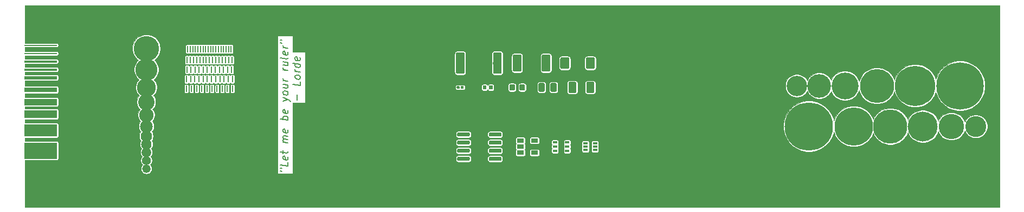
<source format=gbr>
G04 #@! TF.GenerationSoftware,KiCad,Pcbnew,(5.1.4)-1*
G04 #@! TF.CreationDate,2021-11-29T12:53:37-05:00*
G04 #@! TF.ProjectId,ruler,72756c65-722e-46b6-9963-61645f706362,0.1*
G04 #@! TF.SameCoordinates,Original*
G04 #@! TF.FileFunction,Copper,L1,Top*
G04 #@! TF.FilePolarity,Positive*
%FSLAX46Y46*%
G04 Gerber Fmt 4.6, Leading zero omitted, Abs format (unit mm)*
G04 Created by KiCad (PCBNEW (5.1.4)-1) date 2021-11-29 12:53:37*
%MOMM*%
%LPD*%
G04 APERTURE LIST*
%ADD10C,0.200000*%
%ADD11C,1.320800*%
%ADD12C,1.397000*%
%ADD13C,1.498600*%
%ADD14C,1.625600*%
%ADD15C,1.778000*%
%ADD16C,1.981200*%
%ADD17C,2.235200*%
%ADD18C,2.540000*%
%ADD19C,2.946400*%
%ADD20C,3.454400*%
%ADD21C,3.962400*%
%ADD22R,5.080000X2.540000*%
%ADD23R,5.080000X1.905000*%
%ADD24R,5.080000X1.270000*%
%ADD25R,5.080000X1.016000*%
%ADD26R,5.080000X0.762000*%
%ADD27R,5.080000X0.508000*%
%ADD28R,5.080000X0.381000*%
%ADD29R,5.080000X0.304800*%
%ADD30R,5.080000X0.254000*%
%ADD31R,5.080000X0.203200*%
%ADD32C,7.543800*%
%ADD33C,5.994400*%
%ADD34C,5.334000*%
%ADD35C,4.673600*%
%ADD36C,3.276600*%
%ADD37C,7.400000*%
%ADD38C,6.300000*%
%ADD39C,5.300000*%
%ADD40C,4.200000*%
%ADD41C,3.700000*%
%ADD42C,3.200000*%
%ADD43R,0.250000X1.000000*%
%ADD44R,0.700000X0.400000*%
%ADD45R,0.650000X0.400000*%
%ADD46C,0.100000*%
%ADD47C,0.600000*%
%ADD48C,1.350000*%
%ADD49C,1.400000*%
%ADD50C,1.250000*%
%ADD51C,0.975000*%
%ADD52C,0.590000*%
%ADD53C,0.400000*%
%ADD54C,0.875000*%
%ADD55R,1.060000X0.650000*%
%ADD56C,0.025400*%
G04 APERTURE END LIST*
D10*
X118830714Y-91171785D02*
X118830714Y-90257500D01*
X119287857Y-88257500D02*
X119287857Y-88828928D01*
X118087857Y-88678928D01*
X119287857Y-87686071D02*
X119230714Y-87793214D01*
X119173571Y-87843214D01*
X119059285Y-87886071D01*
X118716428Y-87843214D01*
X118602142Y-87771785D01*
X118545000Y-87707500D01*
X118487857Y-87586071D01*
X118487857Y-87414642D01*
X118545000Y-87307500D01*
X118602142Y-87257500D01*
X118716428Y-87214642D01*
X119059285Y-87257500D01*
X119173571Y-87328928D01*
X119230714Y-87393214D01*
X119287857Y-87514642D01*
X119287857Y-87686071D01*
X119287857Y-86771785D02*
X118487857Y-86671785D01*
X118716428Y-86700357D02*
X118602142Y-86628928D01*
X118545000Y-86564642D01*
X118487857Y-86443214D01*
X118487857Y-86328928D01*
X119287857Y-85514642D02*
X118087857Y-85364642D01*
X119230714Y-85507500D02*
X119287857Y-85628928D01*
X119287857Y-85857500D01*
X119230714Y-85964642D01*
X119173571Y-86014642D01*
X119059285Y-86057500D01*
X118716428Y-86014642D01*
X118602142Y-85943214D01*
X118545000Y-85878928D01*
X118487857Y-85757500D01*
X118487857Y-85528928D01*
X118545000Y-85421785D01*
X119230714Y-84478928D02*
X119287857Y-84600357D01*
X119287857Y-84828928D01*
X119230714Y-84936071D01*
X119116428Y-84978928D01*
X118659285Y-84921785D01*
X118545000Y-84850357D01*
X118487857Y-84728928D01*
X118487857Y-84500357D01*
X118545000Y-84393214D01*
X118659285Y-84350357D01*
X118773571Y-84364642D01*
X118887857Y-84950357D01*
X116182857Y-102253214D02*
X116411428Y-102281785D01*
X116182857Y-101796071D02*
X116411428Y-101824642D01*
X117382857Y-100860357D02*
X117382857Y-101431785D01*
X116182857Y-101281785D01*
X117325714Y-99996071D02*
X117382857Y-100117500D01*
X117382857Y-100346071D01*
X117325714Y-100453214D01*
X117211428Y-100496071D01*
X116754285Y-100438928D01*
X116640000Y-100367500D01*
X116582857Y-100246071D01*
X116582857Y-100017500D01*
X116640000Y-99910357D01*
X116754285Y-99867500D01*
X116868571Y-99881785D01*
X116982857Y-100467500D01*
X116582857Y-99503214D02*
X116582857Y-99046071D01*
X116182857Y-99281785D02*
X117211428Y-99410357D01*
X117325714Y-99367500D01*
X117382857Y-99260357D01*
X117382857Y-99146071D01*
X117382857Y-97831785D02*
X116582857Y-97731785D01*
X116697142Y-97746071D02*
X116640000Y-97681785D01*
X116582857Y-97560357D01*
X116582857Y-97388928D01*
X116640000Y-97281785D01*
X116754285Y-97238928D01*
X117382857Y-97317500D01*
X116754285Y-97238928D02*
X116640000Y-97167500D01*
X116582857Y-97046071D01*
X116582857Y-96874642D01*
X116640000Y-96767500D01*
X116754285Y-96724642D01*
X117382857Y-96803214D01*
X117325714Y-95767500D02*
X117382857Y-95888928D01*
X117382857Y-96117500D01*
X117325714Y-96224642D01*
X117211428Y-96267500D01*
X116754285Y-96210357D01*
X116640000Y-96138928D01*
X116582857Y-96017500D01*
X116582857Y-95788928D01*
X116640000Y-95681785D01*
X116754285Y-95638928D01*
X116868571Y-95653214D01*
X116982857Y-96238928D01*
X117382857Y-94288928D02*
X116182857Y-94138928D01*
X116640000Y-94196071D02*
X116582857Y-94074642D01*
X116582857Y-93846071D01*
X116640000Y-93738928D01*
X116697142Y-93688928D01*
X116811428Y-93646071D01*
X117154285Y-93688928D01*
X117268571Y-93760357D01*
X117325714Y-93824642D01*
X117382857Y-93946071D01*
X117382857Y-94174642D01*
X117325714Y-94281785D01*
X117325714Y-92738928D02*
X117382857Y-92860357D01*
X117382857Y-93088928D01*
X117325714Y-93196071D01*
X117211428Y-93238928D01*
X116754285Y-93181785D01*
X116640000Y-93110357D01*
X116582857Y-92988928D01*
X116582857Y-92760357D01*
X116640000Y-92653214D01*
X116754285Y-92610357D01*
X116868571Y-92624642D01*
X116982857Y-93210357D01*
X116582857Y-91274642D02*
X117382857Y-91088928D01*
X116582857Y-90703214D02*
X117382857Y-91088928D01*
X117668571Y-91238928D01*
X117725714Y-91303214D01*
X117782857Y-91424642D01*
X117382857Y-90174642D02*
X117325714Y-90281785D01*
X117268571Y-90331785D01*
X117154285Y-90374642D01*
X116811428Y-90331785D01*
X116697142Y-90260357D01*
X116640000Y-90196071D01*
X116582857Y-90074642D01*
X116582857Y-89903214D01*
X116640000Y-89796071D01*
X116697142Y-89746071D01*
X116811428Y-89703214D01*
X117154285Y-89746071D01*
X117268571Y-89817500D01*
X117325714Y-89881785D01*
X117382857Y-90003214D01*
X117382857Y-90174642D01*
X116582857Y-88646071D02*
X117382857Y-88746071D01*
X116582857Y-89160357D02*
X117211428Y-89238928D01*
X117325714Y-89196071D01*
X117382857Y-89088928D01*
X117382857Y-88917500D01*
X117325714Y-88796071D01*
X117268571Y-88731785D01*
X117382857Y-88174642D02*
X116582857Y-88074642D01*
X116811428Y-88103214D02*
X116697142Y-88031785D01*
X116640000Y-87967500D01*
X116582857Y-87846071D01*
X116582857Y-87731785D01*
X117382857Y-86517500D02*
X116582857Y-86417500D01*
X116811428Y-86446071D02*
X116697142Y-86374642D01*
X116640000Y-86310357D01*
X116582857Y-86188928D01*
X116582857Y-86074642D01*
X116582857Y-85160357D02*
X117382857Y-85260357D01*
X116582857Y-85674642D02*
X117211428Y-85753214D01*
X117325714Y-85710357D01*
X117382857Y-85603214D01*
X117382857Y-85431785D01*
X117325714Y-85310357D01*
X117268571Y-85246071D01*
X117382857Y-84517499D02*
X117325714Y-84624642D01*
X117211428Y-84667499D01*
X116182857Y-84538928D01*
X117325714Y-83596071D02*
X117382857Y-83717499D01*
X117382857Y-83946071D01*
X117325714Y-84053214D01*
X117211428Y-84096071D01*
X116754285Y-84038928D01*
X116640000Y-83967499D01*
X116582857Y-83846071D01*
X116582857Y-83617499D01*
X116640000Y-83510357D01*
X116754285Y-83467499D01*
X116868571Y-83481785D01*
X116982857Y-84067499D01*
X117382857Y-83031785D02*
X116582857Y-82931785D01*
X116811428Y-82960357D02*
X116697142Y-82888928D01*
X116640000Y-82824642D01*
X116582857Y-82703214D01*
X116582857Y-82588928D01*
X116182857Y-82196071D02*
X116411428Y-82224642D01*
X116182857Y-81738928D02*
X116411428Y-81767499D01*
D11*
X95250000Y-101854000D03*
D12*
X95250000Y-100584000D03*
D13*
X95250000Y-99314000D03*
D14*
X95250000Y-98044000D03*
D15*
X95250000Y-96774000D03*
D16*
X95250000Y-95250000D03*
D17*
X95250000Y-93472000D03*
D18*
X95250000Y-91440000D03*
D19*
X95250000Y-89154000D03*
D20*
X95250000Y-86360000D03*
D21*
X95250000Y-83058000D03*
D22*
X78740000Y-99060000D03*
D23*
X78740000Y-95885000D03*
D24*
X78740000Y-93345000D03*
D25*
X78740000Y-91440000D03*
D26*
X78740000Y-89535000D03*
D27*
X78740000Y-87630000D03*
D28*
X78740000Y-86360000D03*
D29*
X78740000Y-85090000D03*
D30*
X78740000Y-83820000D03*
D31*
X78740000Y-82550000D03*
D32*
X198755000Y-95250000D03*
D33*
X205740000Y-95250000D03*
D34*
X211455000Y-95250000D03*
D35*
X216535000Y-95250000D03*
D21*
X220980000Y-95250000D03*
D36*
X224790000Y-95250000D03*
D37*
X222350000Y-88900000D03*
D38*
X215350000Y-88900000D03*
D39*
X209350000Y-88900000D03*
D40*
X204350000Y-88900000D03*
D41*
X200350000Y-88900000D03*
D42*
X196850000Y-88900000D03*
D43*
X107900000Y-89360000D03*
X108700000Y-89360000D03*
X104700000Y-89360000D03*
X105500000Y-89360000D03*
X107100000Y-89360000D03*
X106300000Y-89360000D03*
X103100000Y-89360000D03*
X103900000Y-89360000D03*
X102300000Y-89360000D03*
X101500000Y-89360000D03*
X108025000Y-87860000D03*
X108675000Y-87860000D03*
X106725000Y-87860000D03*
X107375000Y-87860000D03*
X105425000Y-87860000D03*
X106075000Y-87860000D03*
X104125000Y-87860000D03*
X104775000Y-87860000D03*
X102825000Y-87860000D03*
X103475000Y-87860000D03*
X102175000Y-87860000D03*
X101525000Y-87860000D03*
X108585000Y-86360000D03*
X107950000Y-86360000D03*
X107315000Y-86360000D03*
X106680000Y-86360000D03*
X106045000Y-86360000D03*
X105410000Y-86360000D03*
X104775000Y-86360000D03*
X104140000Y-86360000D03*
X103505000Y-86360000D03*
X102870000Y-86360000D03*
X102235000Y-86360000D03*
X101600000Y-86360000D03*
X105600000Y-84860000D03*
X106600000Y-84860000D03*
X107100000Y-84860000D03*
X108600000Y-84860000D03*
X108100000Y-84860000D03*
X107600000Y-84860000D03*
X106100000Y-84860000D03*
X103600000Y-84860000D03*
X104600000Y-84860000D03*
X105100000Y-84860000D03*
X104100000Y-84860000D03*
X102600000Y-84860000D03*
X103100000Y-84860000D03*
X102100000Y-84860000D03*
X101600000Y-84860000D03*
X108500000Y-83160000D03*
X108100000Y-83160000D03*
X105300000Y-83160000D03*
X105700000Y-83160000D03*
X106100000Y-83160000D03*
X107300000Y-83160000D03*
X106900000Y-83160000D03*
X106500000Y-83160000D03*
X107700000Y-83160000D03*
X104900000Y-83160000D03*
X103700000Y-83160000D03*
X104100000Y-83160000D03*
X104500000Y-83160000D03*
X103300000Y-83160000D03*
X102900000Y-83160000D03*
X102500000Y-83160000D03*
X102100000Y-83160000D03*
X101700000Y-83160000D03*
D44*
X165330000Y-98425000D03*
X165330000Y-98925000D03*
X163830000Y-98425000D03*
X165330000Y-97925000D03*
X163830000Y-98925000D03*
X163830000Y-97925000D03*
D45*
X160970000Y-97775000D03*
X160970000Y-99075000D03*
X159070000Y-98425000D03*
X160970000Y-98425000D03*
X159070000Y-99075000D03*
X159070000Y-97775000D03*
D46*
G36*
X150569703Y-96220722D02*
G01*
X150584264Y-96222882D01*
X150598543Y-96226459D01*
X150612403Y-96231418D01*
X150625710Y-96237712D01*
X150638336Y-96245280D01*
X150650159Y-96254048D01*
X150661066Y-96263934D01*
X150670952Y-96274841D01*
X150679720Y-96286664D01*
X150687288Y-96299290D01*
X150693582Y-96312597D01*
X150698541Y-96326457D01*
X150702118Y-96340736D01*
X150704278Y-96355297D01*
X150705000Y-96370000D01*
X150705000Y-96670000D01*
X150704278Y-96684703D01*
X150702118Y-96699264D01*
X150698541Y-96713543D01*
X150693582Y-96727403D01*
X150687288Y-96740710D01*
X150679720Y-96753336D01*
X150670952Y-96765159D01*
X150661066Y-96776066D01*
X150650159Y-96785952D01*
X150638336Y-96794720D01*
X150625710Y-96802288D01*
X150612403Y-96808582D01*
X150598543Y-96813541D01*
X150584264Y-96817118D01*
X150569703Y-96819278D01*
X150555000Y-96820000D01*
X148905000Y-96820000D01*
X148890297Y-96819278D01*
X148875736Y-96817118D01*
X148861457Y-96813541D01*
X148847597Y-96808582D01*
X148834290Y-96802288D01*
X148821664Y-96794720D01*
X148809841Y-96785952D01*
X148798934Y-96776066D01*
X148789048Y-96765159D01*
X148780280Y-96753336D01*
X148772712Y-96740710D01*
X148766418Y-96727403D01*
X148761459Y-96713543D01*
X148757882Y-96699264D01*
X148755722Y-96684703D01*
X148755000Y-96670000D01*
X148755000Y-96370000D01*
X148755722Y-96355297D01*
X148757882Y-96340736D01*
X148761459Y-96326457D01*
X148766418Y-96312597D01*
X148772712Y-96299290D01*
X148780280Y-96286664D01*
X148789048Y-96274841D01*
X148798934Y-96263934D01*
X148809841Y-96254048D01*
X148821664Y-96245280D01*
X148834290Y-96237712D01*
X148847597Y-96231418D01*
X148861457Y-96226459D01*
X148875736Y-96222882D01*
X148890297Y-96220722D01*
X148905000Y-96220000D01*
X150555000Y-96220000D01*
X150569703Y-96220722D01*
X150569703Y-96220722D01*
G37*
D47*
X149730000Y-96520000D03*
D46*
G36*
X150569703Y-97490722D02*
G01*
X150584264Y-97492882D01*
X150598543Y-97496459D01*
X150612403Y-97501418D01*
X150625710Y-97507712D01*
X150638336Y-97515280D01*
X150650159Y-97524048D01*
X150661066Y-97533934D01*
X150670952Y-97544841D01*
X150679720Y-97556664D01*
X150687288Y-97569290D01*
X150693582Y-97582597D01*
X150698541Y-97596457D01*
X150702118Y-97610736D01*
X150704278Y-97625297D01*
X150705000Y-97640000D01*
X150705000Y-97940000D01*
X150704278Y-97954703D01*
X150702118Y-97969264D01*
X150698541Y-97983543D01*
X150693582Y-97997403D01*
X150687288Y-98010710D01*
X150679720Y-98023336D01*
X150670952Y-98035159D01*
X150661066Y-98046066D01*
X150650159Y-98055952D01*
X150638336Y-98064720D01*
X150625710Y-98072288D01*
X150612403Y-98078582D01*
X150598543Y-98083541D01*
X150584264Y-98087118D01*
X150569703Y-98089278D01*
X150555000Y-98090000D01*
X148905000Y-98090000D01*
X148890297Y-98089278D01*
X148875736Y-98087118D01*
X148861457Y-98083541D01*
X148847597Y-98078582D01*
X148834290Y-98072288D01*
X148821664Y-98064720D01*
X148809841Y-98055952D01*
X148798934Y-98046066D01*
X148789048Y-98035159D01*
X148780280Y-98023336D01*
X148772712Y-98010710D01*
X148766418Y-97997403D01*
X148761459Y-97983543D01*
X148757882Y-97969264D01*
X148755722Y-97954703D01*
X148755000Y-97940000D01*
X148755000Y-97640000D01*
X148755722Y-97625297D01*
X148757882Y-97610736D01*
X148761459Y-97596457D01*
X148766418Y-97582597D01*
X148772712Y-97569290D01*
X148780280Y-97556664D01*
X148789048Y-97544841D01*
X148798934Y-97533934D01*
X148809841Y-97524048D01*
X148821664Y-97515280D01*
X148834290Y-97507712D01*
X148847597Y-97501418D01*
X148861457Y-97496459D01*
X148875736Y-97492882D01*
X148890297Y-97490722D01*
X148905000Y-97490000D01*
X150555000Y-97490000D01*
X150569703Y-97490722D01*
X150569703Y-97490722D01*
G37*
D47*
X149730000Y-97790000D03*
D46*
G36*
X150569703Y-98760722D02*
G01*
X150584264Y-98762882D01*
X150598543Y-98766459D01*
X150612403Y-98771418D01*
X150625710Y-98777712D01*
X150638336Y-98785280D01*
X150650159Y-98794048D01*
X150661066Y-98803934D01*
X150670952Y-98814841D01*
X150679720Y-98826664D01*
X150687288Y-98839290D01*
X150693582Y-98852597D01*
X150698541Y-98866457D01*
X150702118Y-98880736D01*
X150704278Y-98895297D01*
X150705000Y-98910000D01*
X150705000Y-99210000D01*
X150704278Y-99224703D01*
X150702118Y-99239264D01*
X150698541Y-99253543D01*
X150693582Y-99267403D01*
X150687288Y-99280710D01*
X150679720Y-99293336D01*
X150670952Y-99305159D01*
X150661066Y-99316066D01*
X150650159Y-99325952D01*
X150638336Y-99334720D01*
X150625710Y-99342288D01*
X150612403Y-99348582D01*
X150598543Y-99353541D01*
X150584264Y-99357118D01*
X150569703Y-99359278D01*
X150555000Y-99360000D01*
X148905000Y-99360000D01*
X148890297Y-99359278D01*
X148875736Y-99357118D01*
X148861457Y-99353541D01*
X148847597Y-99348582D01*
X148834290Y-99342288D01*
X148821664Y-99334720D01*
X148809841Y-99325952D01*
X148798934Y-99316066D01*
X148789048Y-99305159D01*
X148780280Y-99293336D01*
X148772712Y-99280710D01*
X148766418Y-99267403D01*
X148761459Y-99253543D01*
X148757882Y-99239264D01*
X148755722Y-99224703D01*
X148755000Y-99210000D01*
X148755000Y-98910000D01*
X148755722Y-98895297D01*
X148757882Y-98880736D01*
X148761459Y-98866457D01*
X148766418Y-98852597D01*
X148772712Y-98839290D01*
X148780280Y-98826664D01*
X148789048Y-98814841D01*
X148798934Y-98803934D01*
X148809841Y-98794048D01*
X148821664Y-98785280D01*
X148834290Y-98777712D01*
X148847597Y-98771418D01*
X148861457Y-98766459D01*
X148875736Y-98762882D01*
X148890297Y-98760722D01*
X148905000Y-98760000D01*
X150555000Y-98760000D01*
X150569703Y-98760722D01*
X150569703Y-98760722D01*
G37*
D47*
X149730000Y-99060000D03*
D46*
G36*
X150569703Y-100030722D02*
G01*
X150584264Y-100032882D01*
X150598543Y-100036459D01*
X150612403Y-100041418D01*
X150625710Y-100047712D01*
X150638336Y-100055280D01*
X150650159Y-100064048D01*
X150661066Y-100073934D01*
X150670952Y-100084841D01*
X150679720Y-100096664D01*
X150687288Y-100109290D01*
X150693582Y-100122597D01*
X150698541Y-100136457D01*
X150702118Y-100150736D01*
X150704278Y-100165297D01*
X150705000Y-100180000D01*
X150705000Y-100480000D01*
X150704278Y-100494703D01*
X150702118Y-100509264D01*
X150698541Y-100523543D01*
X150693582Y-100537403D01*
X150687288Y-100550710D01*
X150679720Y-100563336D01*
X150670952Y-100575159D01*
X150661066Y-100586066D01*
X150650159Y-100595952D01*
X150638336Y-100604720D01*
X150625710Y-100612288D01*
X150612403Y-100618582D01*
X150598543Y-100623541D01*
X150584264Y-100627118D01*
X150569703Y-100629278D01*
X150555000Y-100630000D01*
X148905000Y-100630000D01*
X148890297Y-100629278D01*
X148875736Y-100627118D01*
X148861457Y-100623541D01*
X148847597Y-100618582D01*
X148834290Y-100612288D01*
X148821664Y-100604720D01*
X148809841Y-100595952D01*
X148798934Y-100586066D01*
X148789048Y-100575159D01*
X148780280Y-100563336D01*
X148772712Y-100550710D01*
X148766418Y-100537403D01*
X148761459Y-100523543D01*
X148757882Y-100509264D01*
X148755722Y-100494703D01*
X148755000Y-100480000D01*
X148755000Y-100180000D01*
X148755722Y-100165297D01*
X148757882Y-100150736D01*
X148761459Y-100136457D01*
X148766418Y-100122597D01*
X148772712Y-100109290D01*
X148780280Y-100096664D01*
X148789048Y-100084841D01*
X148798934Y-100073934D01*
X148809841Y-100064048D01*
X148821664Y-100055280D01*
X148834290Y-100047712D01*
X148847597Y-100041418D01*
X148861457Y-100036459D01*
X148875736Y-100032882D01*
X148890297Y-100030722D01*
X148905000Y-100030000D01*
X150555000Y-100030000D01*
X150569703Y-100030722D01*
X150569703Y-100030722D01*
G37*
D47*
X149730000Y-100330000D03*
D46*
G36*
X145619703Y-100030722D02*
G01*
X145634264Y-100032882D01*
X145648543Y-100036459D01*
X145662403Y-100041418D01*
X145675710Y-100047712D01*
X145688336Y-100055280D01*
X145700159Y-100064048D01*
X145711066Y-100073934D01*
X145720952Y-100084841D01*
X145729720Y-100096664D01*
X145737288Y-100109290D01*
X145743582Y-100122597D01*
X145748541Y-100136457D01*
X145752118Y-100150736D01*
X145754278Y-100165297D01*
X145755000Y-100180000D01*
X145755000Y-100480000D01*
X145754278Y-100494703D01*
X145752118Y-100509264D01*
X145748541Y-100523543D01*
X145743582Y-100537403D01*
X145737288Y-100550710D01*
X145729720Y-100563336D01*
X145720952Y-100575159D01*
X145711066Y-100586066D01*
X145700159Y-100595952D01*
X145688336Y-100604720D01*
X145675710Y-100612288D01*
X145662403Y-100618582D01*
X145648543Y-100623541D01*
X145634264Y-100627118D01*
X145619703Y-100629278D01*
X145605000Y-100630000D01*
X143955000Y-100630000D01*
X143940297Y-100629278D01*
X143925736Y-100627118D01*
X143911457Y-100623541D01*
X143897597Y-100618582D01*
X143884290Y-100612288D01*
X143871664Y-100604720D01*
X143859841Y-100595952D01*
X143848934Y-100586066D01*
X143839048Y-100575159D01*
X143830280Y-100563336D01*
X143822712Y-100550710D01*
X143816418Y-100537403D01*
X143811459Y-100523543D01*
X143807882Y-100509264D01*
X143805722Y-100494703D01*
X143805000Y-100480000D01*
X143805000Y-100180000D01*
X143805722Y-100165297D01*
X143807882Y-100150736D01*
X143811459Y-100136457D01*
X143816418Y-100122597D01*
X143822712Y-100109290D01*
X143830280Y-100096664D01*
X143839048Y-100084841D01*
X143848934Y-100073934D01*
X143859841Y-100064048D01*
X143871664Y-100055280D01*
X143884290Y-100047712D01*
X143897597Y-100041418D01*
X143911457Y-100036459D01*
X143925736Y-100032882D01*
X143940297Y-100030722D01*
X143955000Y-100030000D01*
X145605000Y-100030000D01*
X145619703Y-100030722D01*
X145619703Y-100030722D01*
G37*
D47*
X144780000Y-100330000D03*
D46*
G36*
X145619703Y-98760722D02*
G01*
X145634264Y-98762882D01*
X145648543Y-98766459D01*
X145662403Y-98771418D01*
X145675710Y-98777712D01*
X145688336Y-98785280D01*
X145700159Y-98794048D01*
X145711066Y-98803934D01*
X145720952Y-98814841D01*
X145729720Y-98826664D01*
X145737288Y-98839290D01*
X145743582Y-98852597D01*
X145748541Y-98866457D01*
X145752118Y-98880736D01*
X145754278Y-98895297D01*
X145755000Y-98910000D01*
X145755000Y-99210000D01*
X145754278Y-99224703D01*
X145752118Y-99239264D01*
X145748541Y-99253543D01*
X145743582Y-99267403D01*
X145737288Y-99280710D01*
X145729720Y-99293336D01*
X145720952Y-99305159D01*
X145711066Y-99316066D01*
X145700159Y-99325952D01*
X145688336Y-99334720D01*
X145675710Y-99342288D01*
X145662403Y-99348582D01*
X145648543Y-99353541D01*
X145634264Y-99357118D01*
X145619703Y-99359278D01*
X145605000Y-99360000D01*
X143955000Y-99360000D01*
X143940297Y-99359278D01*
X143925736Y-99357118D01*
X143911457Y-99353541D01*
X143897597Y-99348582D01*
X143884290Y-99342288D01*
X143871664Y-99334720D01*
X143859841Y-99325952D01*
X143848934Y-99316066D01*
X143839048Y-99305159D01*
X143830280Y-99293336D01*
X143822712Y-99280710D01*
X143816418Y-99267403D01*
X143811459Y-99253543D01*
X143807882Y-99239264D01*
X143805722Y-99224703D01*
X143805000Y-99210000D01*
X143805000Y-98910000D01*
X143805722Y-98895297D01*
X143807882Y-98880736D01*
X143811459Y-98866457D01*
X143816418Y-98852597D01*
X143822712Y-98839290D01*
X143830280Y-98826664D01*
X143839048Y-98814841D01*
X143848934Y-98803934D01*
X143859841Y-98794048D01*
X143871664Y-98785280D01*
X143884290Y-98777712D01*
X143897597Y-98771418D01*
X143911457Y-98766459D01*
X143925736Y-98762882D01*
X143940297Y-98760722D01*
X143955000Y-98760000D01*
X145605000Y-98760000D01*
X145619703Y-98760722D01*
X145619703Y-98760722D01*
G37*
D47*
X144780000Y-99060000D03*
D46*
G36*
X145619703Y-97490722D02*
G01*
X145634264Y-97492882D01*
X145648543Y-97496459D01*
X145662403Y-97501418D01*
X145675710Y-97507712D01*
X145688336Y-97515280D01*
X145700159Y-97524048D01*
X145711066Y-97533934D01*
X145720952Y-97544841D01*
X145729720Y-97556664D01*
X145737288Y-97569290D01*
X145743582Y-97582597D01*
X145748541Y-97596457D01*
X145752118Y-97610736D01*
X145754278Y-97625297D01*
X145755000Y-97640000D01*
X145755000Y-97940000D01*
X145754278Y-97954703D01*
X145752118Y-97969264D01*
X145748541Y-97983543D01*
X145743582Y-97997403D01*
X145737288Y-98010710D01*
X145729720Y-98023336D01*
X145720952Y-98035159D01*
X145711066Y-98046066D01*
X145700159Y-98055952D01*
X145688336Y-98064720D01*
X145675710Y-98072288D01*
X145662403Y-98078582D01*
X145648543Y-98083541D01*
X145634264Y-98087118D01*
X145619703Y-98089278D01*
X145605000Y-98090000D01*
X143955000Y-98090000D01*
X143940297Y-98089278D01*
X143925736Y-98087118D01*
X143911457Y-98083541D01*
X143897597Y-98078582D01*
X143884290Y-98072288D01*
X143871664Y-98064720D01*
X143859841Y-98055952D01*
X143848934Y-98046066D01*
X143839048Y-98035159D01*
X143830280Y-98023336D01*
X143822712Y-98010710D01*
X143816418Y-97997403D01*
X143811459Y-97983543D01*
X143807882Y-97969264D01*
X143805722Y-97954703D01*
X143805000Y-97940000D01*
X143805000Y-97640000D01*
X143805722Y-97625297D01*
X143807882Y-97610736D01*
X143811459Y-97596457D01*
X143816418Y-97582597D01*
X143822712Y-97569290D01*
X143830280Y-97556664D01*
X143839048Y-97544841D01*
X143848934Y-97533934D01*
X143859841Y-97524048D01*
X143871664Y-97515280D01*
X143884290Y-97507712D01*
X143897597Y-97501418D01*
X143911457Y-97496459D01*
X143925736Y-97492882D01*
X143940297Y-97490722D01*
X143955000Y-97490000D01*
X145605000Y-97490000D01*
X145619703Y-97490722D01*
X145619703Y-97490722D01*
G37*
D47*
X144780000Y-97790000D03*
D46*
G36*
X145619703Y-96220722D02*
G01*
X145634264Y-96222882D01*
X145648543Y-96226459D01*
X145662403Y-96231418D01*
X145675710Y-96237712D01*
X145688336Y-96245280D01*
X145700159Y-96254048D01*
X145711066Y-96263934D01*
X145720952Y-96274841D01*
X145729720Y-96286664D01*
X145737288Y-96299290D01*
X145743582Y-96312597D01*
X145748541Y-96326457D01*
X145752118Y-96340736D01*
X145754278Y-96355297D01*
X145755000Y-96370000D01*
X145755000Y-96670000D01*
X145754278Y-96684703D01*
X145752118Y-96699264D01*
X145748541Y-96713543D01*
X145743582Y-96727403D01*
X145737288Y-96740710D01*
X145729720Y-96753336D01*
X145720952Y-96765159D01*
X145711066Y-96776066D01*
X145700159Y-96785952D01*
X145688336Y-96794720D01*
X145675710Y-96802288D01*
X145662403Y-96808582D01*
X145648543Y-96813541D01*
X145634264Y-96817118D01*
X145619703Y-96819278D01*
X145605000Y-96820000D01*
X143955000Y-96820000D01*
X143940297Y-96819278D01*
X143925736Y-96817118D01*
X143911457Y-96813541D01*
X143897597Y-96808582D01*
X143884290Y-96802288D01*
X143871664Y-96794720D01*
X143859841Y-96785952D01*
X143848934Y-96776066D01*
X143839048Y-96765159D01*
X143830280Y-96753336D01*
X143822712Y-96740710D01*
X143816418Y-96727403D01*
X143811459Y-96713543D01*
X143807882Y-96699264D01*
X143805722Y-96684703D01*
X143805000Y-96670000D01*
X143805000Y-96370000D01*
X143805722Y-96355297D01*
X143807882Y-96340736D01*
X143811459Y-96326457D01*
X143816418Y-96312597D01*
X143822712Y-96299290D01*
X143830280Y-96286664D01*
X143839048Y-96274841D01*
X143848934Y-96263934D01*
X143859841Y-96254048D01*
X143871664Y-96245280D01*
X143884290Y-96237712D01*
X143897597Y-96231418D01*
X143911457Y-96226459D01*
X143925736Y-96222882D01*
X143940297Y-96220722D01*
X143955000Y-96220000D01*
X145605000Y-96220000D01*
X145619703Y-96220722D01*
X145619703Y-96220722D01*
G37*
D47*
X144780000Y-96520000D03*
D46*
G36*
X150521505Y-83670204D02*
G01*
X150545773Y-83673804D01*
X150569572Y-83679765D01*
X150592671Y-83688030D01*
X150614850Y-83698520D01*
X150635893Y-83711132D01*
X150655599Y-83725747D01*
X150673777Y-83742223D01*
X150690253Y-83760401D01*
X150704868Y-83780107D01*
X150717480Y-83801150D01*
X150727970Y-83823329D01*
X150736235Y-83846428D01*
X150742196Y-83870227D01*
X150745796Y-83894495D01*
X150747000Y-83918999D01*
X150747000Y-86769001D01*
X150745796Y-86793505D01*
X150742196Y-86817773D01*
X150736235Y-86841572D01*
X150727970Y-86864671D01*
X150717480Y-86886850D01*
X150704868Y-86907893D01*
X150690253Y-86927599D01*
X150673777Y-86945777D01*
X150655599Y-86962253D01*
X150635893Y-86976868D01*
X150614850Y-86989480D01*
X150592671Y-86999970D01*
X150569572Y-87008235D01*
X150545773Y-87014196D01*
X150521505Y-87017796D01*
X150497001Y-87019000D01*
X149646999Y-87019000D01*
X149622495Y-87017796D01*
X149598227Y-87014196D01*
X149574428Y-87008235D01*
X149551329Y-86999970D01*
X149529150Y-86989480D01*
X149508107Y-86976868D01*
X149488401Y-86962253D01*
X149470223Y-86945777D01*
X149453747Y-86927599D01*
X149439132Y-86907893D01*
X149426520Y-86886850D01*
X149416030Y-86864671D01*
X149407765Y-86841572D01*
X149401804Y-86817773D01*
X149398204Y-86793505D01*
X149397000Y-86769001D01*
X149397000Y-83918999D01*
X149398204Y-83894495D01*
X149401804Y-83870227D01*
X149407765Y-83846428D01*
X149416030Y-83823329D01*
X149426520Y-83801150D01*
X149439132Y-83780107D01*
X149453747Y-83760401D01*
X149470223Y-83742223D01*
X149488401Y-83725747D01*
X149508107Y-83711132D01*
X149529150Y-83698520D01*
X149551329Y-83688030D01*
X149574428Y-83679765D01*
X149598227Y-83673804D01*
X149622495Y-83670204D01*
X149646999Y-83669000D01*
X150497001Y-83669000D01*
X150521505Y-83670204D01*
X150521505Y-83670204D01*
G37*
D48*
X150072000Y-85344000D03*
D46*
G36*
X144721505Y-83670204D02*
G01*
X144745773Y-83673804D01*
X144769572Y-83679765D01*
X144792671Y-83688030D01*
X144814850Y-83698520D01*
X144835893Y-83711132D01*
X144855599Y-83725747D01*
X144873777Y-83742223D01*
X144890253Y-83760401D01*
X144904868Y-83780107D01*
X144917480Y-83801150D01*
X144927970Y-83823329D01*
X144936235Y-83846428D01*
X144942196Y-83870227D01*
X144945796Y-83894495D01*
X144947000Y-83918999D01*
X144947000Y-86769001D01*
X144945796Y-86793505D01*
X144942196Y-86817773D01*
X144936235Y-86841572D01*
X144927970Y-86864671D01*
X144917480Y-86886850D01*
X144904868Y-86907893D01*
X144890253Y-86927599D01*
X144873777Y-86945777D01*
X144855599Y-86962253D01*
X144835893Y-86976868D01*
X144814850Y-86989480D01*
X144792671Y-86999970D01*
X144769572Y-87008235D01*
X144745773Y-87014196D01*
X144721505Y-87017796D01*
X144697001Y-87019000D01*
X143846999Y-87019000D01*
X143822495Y-87017796D01*
X143798227Y-87014196D01*
X143774428Y-87008235D01*
X143751329Y-86999970D01*
X143729150Y-86989480D01*
X143708107Y-86976868D01*
X143688401Y-86962253D01*
X143670223Y-86945777D01*
X143653747Y-86927599D01*
X143639132Y-86907893D01*
X143626520Y-86886850D01*
X143616030Y-86864671D01*
X143607765Y-86841572D01*
X143601804Y-86817773D01*
X143598204Y-86793505D01*
X143597000Y-86769001D01*
X143597000Y-83918999D01*
X143598204Y-83894495D01*
X143601804Y-83870227D01*
X143607765Y-83846428D01*
X143616030Y-83823329D01*
X143626520Y-83801150D01*
X143639132Y-83780107D01*
X143653747Y-83760401D01*
X143670223Y-83742223D01*
X143688401Y-83725747D01*
X143708107Y-83711132D01*
X143729150Y-83698520D01*
X143751329Y-83688030D01*
X143774428Y-83679765D01*
X143798227Y-83673804D01*
X143822495Y-83670204D01*
X143846999Y-83669000D01*
X144697001Y-83669000D01*
X144721505Y-83670204D01*
X144721505Y-83670204D01*
G37*
D48*
X144272000Y-85344000D03*
D46*
G36*
X158111505Y-84020204D02*
G01*
X158135773Y-84023804D01*
X158159572Y-84029765D01*
X158182671Y-84038030D01*
X158204850Y-84048520D01*
X158225893Y-84061132D01*
X158245599Y-84075747D01*
X158263777Y-84092223D01*
X158280253Y-84110401D01*
X158294868Y-84130107D01*
X158307480Y-84151150D01*
X158317970Y-84173329D01*
X158326235Y-84196428D01*
X158332196Y-84220227D01*
X158335796Y-84244495D01*
X158337000Y-84268999D01*
X158337000Y-86419001D01*
X158335796Y-86443505D01*
X158332196Y-86467773D01*
X158326235Y-86491572D01*
X158317970Y-86514671D01*
X158307480Y-86536850D01*
X158294868Y-86557893D01*
X158280253Y-86577599D01*
X158263777Y-86595777D01*
X158245599Y-86612253D01*
X158225893Y-86626868D01*
X158204850Y-86639480D01*
X158182671Y-86649970D01*
X158159572Y-86658235D01*
X158135773Y-86664196D01*
X158111505Y-86667796D01*
X158087001Y-86669000D01*
X157236999Y-86669000D01*
X157212495Y-86667796D01*
X157188227Y-86664196D01*
X157164428Y-86658235D01*
X157141329Y-86649970D01*
X157119150Y-86639480D01*
X157098107Y-86626868D01*
X157078401Y-86612253D01*
X157060223Y-86595777D01*
X157043747Y-86577599D01*
X157029132Y-86557893D01*
X157016520Y-86536850D01*
X157006030Y-86514671D01*
X156997765Y-86491572D01*
X156991804Y-86467773D01*
X156988204Y-86443505D01*
X156987000Y-86419001D01*
X156987000Y-84268999D01*
X156988204Y-84244495D01*
X156991804Y-84220227D01*
X156997765Y-84196428D01*
X157006030Y-84173329D01*
X157016520Y-84151150D01*
X157029132Y-84130107D01*
X157043747Y-84110401D01*
X157060223Y-84092223D01*
X157078401Y-84075747D01*
X157098107Y-84061132D01*
X157119150Y-84048520D01*
X157141329Y-84038030D01*
X157164428Y-84029765D01*
X157188227Y-84023804D01*
X157212495Y-84020204D01*
X157236999Y-84019000D01*
X158087001Y-84019000D01*
X158111505Y-84020204D01*
X158111505Y-84020204D01*
G37*
D48*
X157662000Y-85344000D03*
D46*
G36*
X153611505Y-84020204D02*
G01*
X153635773Y-84023804D01*
X153659572Y-84029765D01*
X153682671Y-84038030D01*
X153704850Y-84048520D01*
X153725893Y-84061132D01*
X153745599Y-84075747D01*
X153763777Y-84092223D01*
X153780253Y-84110401D01*
X153794868Y-84130107D01*
X153807480Y-84151150D01*
X153817970Y-84173329D01*
X153826235Y-84196428D01*
X153832196Y-84220227D01*
X153835796Y-84244495D01*
X153837000Y-84268999D01*
X153837000Y-86419001D01*
X153835796Y-86443505D01*
X153832196Y-86467773D01*
X153826235Y-86491572D01*
X153817970Y-86514671D01*
X153807480Y-86536850D01*
X153794868Y-86557893D01*
X153780253Y-86577599D01*
X153763777Y-86595777D01*
X153745599Y-86612253D01*
X153725893Y-86626868D01*
X153704850Y-86639480D01*
X153682671Y-86649970D01*
X153659572Y-86658235D01*
X153635773Y-86664196D01*
X153611505Y-86667796D01*
X153587001Y-86669000D01*
X152736999Y-86669000D01*
X152712495Y-86667796D01*
X152688227Y-86664196D01*
X152664428Y-86658235D01*
X152641329Y-86649970D01*
X152619150Y-86639480D01*
X152598107Y-86626868D01*
X152578401Y-86612253D01*
X152560223Y-86595777D01*
X152543747Y-86577599D01*
X152529132Y-86557893D01*
X152516520Y-86536850D01*
X152506030Y-86514671D01*
X152497765Y-86491572D01*
X152491804Y-86467773D01*
X152488204Y-86443505D01*
X152487000Y-86419001D01*
X152487000Y-84268999D01*
X152488204Y-84244495D01*
X152491804Y-84220227D01*
X152497765Y-84196428D01*
X152506030Y-84173329D01*
X152516520Y-84151150D01*
X152529132Y-84130107D01*
X152543747Y-84110401D01*
X152560223Y-84092223D01*
X152578401Y-84075747D01*
X152598107Y-84061132D01*
X152619150Y-84048520D01*
X152641329Y-84038030D01*
X152664428Y-84029765D01*
X152688227Y-84023804D01*
X152712495Y-84020204D01*
X152736999Y-84019000D01*
X153587001Y-84019000D01*
X153611505Y-84020204D01*
X153611505Y-84020204D01*
G37*
D48*
X153162000Y-85344000D03*
D46*
G36*
X165066505Y-84445204D02*
G01*
X165090773Y-84448804D01*
X165114572Y-84454765D01*
X165137671Y-84463030D01*
X165159850Y-84473520D01*
X165180893Y-84486132D01*
X165200599Y-84500747D01*
X165218777Y-84517223D01*
X165235253Y-84535401D01*
X165249868Y-84555107D01*
X165262480Y-84576150D01*
X165272970Y-84598329D01*
X165281235Y-84621428D01*
X165287196Y-84645227D01*
X165290796Y-84669495D01*
X165292000Y-84693999D01*
X165292000Y-85994001D01*
X165290796Y-86018505D01*
X165287196Y-86042773D01*
X165281235Y-86066572D01*
X165272970Y-86089671D01*
X165262480Y-86111850D01*
X165249868Y-86132893D01*
X165235253Y-86152599D01*
X165218777Y-86170777D01*
X165200599Y-86187253D01*
X165180893Y-86201868D01*
X165159850Y-86214480D01*
X165137671Y-86224970D01*
X165114572Y-86233235D01*
X165090773Y-86239196D01*
X165066505Y-86242796D01*
X165042001Y-86244000D01*
X164141999Y-86244000D01*
X164117495Y-86242796D01*
X164093227Y-86239196D01*
X164069428Y-86233235D01*
X164046329Y-86224970D01*
X164024150Y-86214480D01*
X164003107Y-86201868D01*
X163983401Y-86187253D01*
X163965223Y-86170777D01*
X163948747Y-86152599D01*
X163934132Y-86132893D01*
X163921520Y-86111850D01*
X163911030Y-86089671D01*
X163902765Y-86066572D01*
X163896804Y-86042773D01*
X163893204Y-86018505D01*
X163892000Y-85994001D01*
X163892000Y-84693999D01*
X163893204Y-84669495D01*
X163896804Y-84645227D01*
X163902765Y-84621428D01*
X163911030Y-84598329D01*
X163921520Y-84576150D01*
X163934132Y-84555107D01*
X163948747Y-84535401D01*
X163965223Y-84517223D01*
X163983401Y-84500747D01*
X164003107Y-84486132D01*
X164024150Y-84473520D01*
X164046329Y-84463030D01*
X164069428Y-84454765D01*
X164093227Y-84448804D01*
X164117495Y-84445204D01*
X164141999Y-84444000D01*
X165042001Y-84444000D01*
X165066505Y-84445204D01*
X165066505Y-84445204D01*
G37*
D49*
X164592000Y-85344000D03*
D46*
G36*
X161066505Y-84445204D02*
G01*
X161090773Y-84448804D01*
X161114572Y-84454765D01*
X161137671Y-84463030D01*
X161159850Y-84473520D01*
X161180893Y-84486132D01*
X161200599Y-84500747D01*
X161218777Y-84517223D01*
X161235253Y-84535401D01*
X161249868Y-84555107D01*
X161262480Y-84576150D01*
X161272970Y-84598329D01*
X161281235Y-84621428D01*
X161287196Y-84645227D01*
X161290796Y-84669495D01*
X161292000Y-84693999D01*
X161292000Y-85994001D01*
X161290796Y-86018505D01*
X161287196Y-86042773D01*
X161281235Y-86066572D01*
X161272970Y-86089671D01*
X161262480Y-86111850D01*
X161249868Y-86132893D01*
X161235253Y-86152599D01*
X161218777Y-86170777D01*
X161200599Y-86187253D01*
X161180893Y-86201868D01*
X161159850Y-86214480D01*
X161137671Y-86224970D01*
X161114572Y-86233235D01*
X161090773Y-86239196D01*
X161066505Y-86242796D01*
X161042001Y-86244000D01*
X160141999Y-86244000D01*
X160117495Y-86242796D01*
X160093227Y-86239196D01*
X160069428Y-86233235D01*
X160046329Y-86224970D01*
X160024150Y-86214480D01*
X160003107Y-86201868D01*
X159983401Y-86187253D01*
X159965223Y-86170777D01*
X159948747Y-86152599D01*
X159934132Y-86132893D01*
X159921520Y-86111850D01*
X159911030Y-86089671D01*
X159902765Y-86066572D01*
X159896804Y-86042773D01*
X159893204Y-86018505D01*
X159892000Y-85994001D01*
X159892000Y-84693999D01*
X159893204Y-84669495D01*
X159896804Y-84645227D01*
X159902765Y-84621428D01*
X159911030Y-84598329D01*
X159921520Y-84576150D01*
X159934132Y-84555107D01*
X159948747Y-84535401D01*
X159965223Y-84517223D01*
X159983401Y-84500747D01*
X160003107Y-84486132D01*
X160024150Y-84473520D01*
X160046329Y-84463030D01*
X160069428Y-84454765D01*
X160093227Y-84448804D01*
X160117495Y-84445204D01*
X160141999Y-84444000D01*
X161042001Y-84444000D01*
X161066505Y-84445204D01*
X161066505Y-84445204D01*
G37*
D49*
X160592000Y-85344000D03*
D46*
G36*
X164991504Y-88280204D02*
G01*
X165015773Y-88283804D01*
X165039571Y-88289765D01*
X165062671Y-88298030D01*
X165084849Y-88308520D01*
X165105893Y-88321133D01*
X165125598Y-88335747D01*
X165143777Y-88352223D01*
X165160253Y-88370402D01*
X165174867Y-88390107D01*
X165187480Y-88411151D01*
X165197970Y-88433329D01*
X165206235Y-88456429D01*
X165212196Y-88480227D01*
X165215796Y-88504496D01*
X165217000Y-88529000D01*
X165217000Y-89779000D01*
X165215796Y-89803504D01*
X165212196Y-89827773D01*
X165206235Y-89851571D01*
X165197970Y-89874671D01*
X165187480Y-89896849D01*
X165174867Y-89917893D01*
X165160253Y-89937598D01*
X165143777Y-89955777D01*
X165125598Y-89972253D01*
X165105893Y-89986867D01*
X165084849Y-89999480D01*
X165062671Y-90009970D01*
X165039571Y-90018235D01*
X165015773Y-90024196D01*
X164991504Y-90027796D01*
X164967000Y-90029000D01*
X164217000Y-90029000D01*
X164192496Y-90027796D01*
X164168227Y-90024196D01*
X164144429Y-90018235D01*
X164121329Y-90009970D01*
X164099151Y-89999480D01*
X164078107Y-89986867D01*
X164058402Y-89972253D01*
X164040223Y-89955777D01*
X164023747Y-89937598D01*
X164009133Y-89917893D01*
X163996520Y-89896849D01*
X163986030Y-89874671D01*
X163977765Y-89851571D01*
X163971804Y-89827773D01*
X163968204Y-89803504D01*
X163967000Y-89779000D01*
X163967000Y-88529000D01*
X163968204Y-88504496D01*
X163971804Y-88480227D01*
X163977765Y-88456429D01*
X163986030Y-88433329D01*
X163996520Y-88411151D01*
X164009133Y-88390107D01*
X164023747Y-88370402D01*
X164040223Y-88352223D01*
X164058402Y-88335747D01*
X164078107Y-88321133D01*
X164099151Y-88308520D01*
X164121329Y-88298030D01*
X164144429Y-88289765D01*
X164168227Y-88283804D01*
X164192496Y-88280204D01*
X164217000Y-88279000D01*
X164967000Y-88279000D01*
X164991504Y-88280204D01*
X164991504Y-88280204D01*
G37*
D50*
X164592000Y-89154000D03*
D46*
G36*
X162191504Y-88280204D02*
G01*
X162215773Y-88283804D01*
X162239571Y-88289765D01*
X162262671Y-88298030D01*
X162284849Y-88308520D01*
X162305893Y-88321133D01*
X162325598Y-88335747D01*
X162343777Y-88352223D01*
X162360253Y-88370402D01*
X162374867Y-88390107D01*
X162387480Y-88411151D01*
X162397970Y-88433329D01*
X162406235Y-88456429D01*
X162412196Y-88480227D01*
X162415796Y-88504496D01*
X162417000Y-88529000D01*
X162417000Y-89779000D01*
X162415796Y-89803504D01*
X162412196Y-89827773D01*
X162406235Y-89851571D01*
X162397970Y-89874671D01*
X162387480Y-89896849D01*
X162374867Y-89917893D01*
X162360253Y-89937598D01*
X162343777Y-89955777D01*
X162325598Y-89972253D01*
X162305893Y-89986867D01*
X162284849Y-89999480D01*
X162262671Y-90009970D01*
X162239571Y-90018235D01*
X162215773Y-90024196D01*
X162191504Y-90027796D01*
X162167000Y-90029000D01*
X161417000Y-90029000D01*
X161392496Y-90027796D01*
X161368227Y-90024196D01*
X161344429Y-90018235D01*
X161321329Y-90009970D01*
X161299151Y-89999480D01*
X161278107Y-89986867D01*
X161258402Y-89972253D01*
X161240223Y-89955777D01*
X161223747Y-89937598D01*
X161209133Y-89917893D01*
X161196520Y-89896849D01*
X161186030Y-89874671D01*
X161177765Y-89851571D01*
X161171804Y-89827773D01*
X161168204Y-89803504D01*
X161167000Y-89779000D01*
X161167000Y-88529000D01*
X161168204Y-88504496D01*
X161171804Y-88480227D01*
X161177765Y-88456429D01*
X161186030Y-88433329D01*
X161196520Y-88411151D01*
X161209133Y-88390107D01*
X161223747Y-88370402D01*
X161240223Y-88352223D01*
X161258402Y-88335747D01*
X161278107Y-88321133D01*
X161299151Y-88308520D01*
X161321329Y-88298030D01*
X161344429Y-88289765D01*
X161368227Y-88283804D01*
X161392496Y-88280204D01*
X161417000Y-88279000D01*
X162167000Y-88279000D01*
X162191504Y-88280204D01*
X162191504Y-88280204D01*
G37*
D50*
X161792000Y-89154000D03*
D46*
G36*
X159114642Y-88455174D02*
G01*
X159138303Y-88458684D01*
X159161507Y-88464496D01*
X159184029Y-88472554D01*
X159205653Y-88482782D01*
X159226170Y-88495079D01*
X159245383Y-88509329D01*
X159263107Y-88525393D01*
X159279171Y-88543117D01*
X159293421Y-88562330D01*
X159305718Y-88582847D01*
X159315946Y-88604471D01*
X159324004Y-88626993D01*
X159329816Y-88650197D01*
X159333326Y-88673858D01*
X159334500Y-88697750D01*
X159334500Y-89610250D01*
X159333326Y-89634142D01*
X159329816Y-89657803D01*
X159324004Y-89681007D01*
X159315946Y-89703529D01*
X159305718Y-89725153D01*
X159293421Y-89745670D01*
X159279171Y-89764883D01*
X159263107Y-89782607D01*
X159245383Y-89798671D01*
X159226170Y-89812921D01*
X159205653Y-89825218D01*
X159184029Y-89835446D01*
X159161507Y-89843504D01*
X159138303Y-89849316D01*
X159114642Y-89852826D01*
X159090750Y-89854000D01*
X158603250Y-89854000D01*
X158579358Y-89852826D01*
X158555697Y-89849316D01*
X158532493Y-89843504D01*
X158509971Y-89835446D01*
X158488347Y-89825218D01*
X158467830Y-89812921D01*
X158448617Y-89798671D01*
X158430893Y-89782607D01*
X158414829Y-89764883D01*
X158400579Y-89745670D01*
X158388282Y-89725153D01*
X158378054Y-89703529D01*
X158369996Y-89681007D01*
X158364184Y-89657803D01*
X158360674Y-89634142D01*
X158359500Y-89610250D01*
X158359500Y-88697750D01*
X158360674Y-88673858D01*
X158364184Y-88650197D01*
X158369996Y-88626993D01*
X158378054Y-88604471D01*
X158388282Y-88582847D01*
X158400579Y-88562330D01*
X158414829Y-88543117D01*
X158430893Y-88525393D01*
X158448617Y-88509329D01*
X158467830Y-88495079D01*
X158488347Y-88482782D01*
X158509971Y-88472554D01*
X158532493Y-88464496D01*
X158555697Y-88458684D01*
X158579358Y-88455174D01*
X158603250Y-88454000D01*
X159090750Y-88454000D01*
X159114642Y-88455174D01*
X159114642Y-88455174D01*
G37*
D51*
X158847000Y-89154000D03*
D46*
G36*
X157239642Y-88455174D02*
G01*
X157263303Y-88458684D01*
X157286507Y-88464496D01*
X157309029Y-88472554D01*
X157330653Y-88482782D01*
X157351170Y-88495079D01*
X157370383Y-88509329D01*
X157388107Y-88525393D01*
X157404171Y-88543117D01*
X157418421Y-88562330D01*
X157430718Y-88582847D01*
X157440946Y-88604471D01*
X157449004Y-88626993D01*
X157454816Y-88650197D01*
X157458326Y-88673858D01*
X157459500Y-88697750D01*
X157459500Y-89610250D01*
X157458326Y-89634142D01*
X157454816Y-89657803D01*
X157449004Y-89681007D01*
X157440946Y-89703529D01*
X157430718Y-89725153D01*
X157418421Y-89745670D01*
X157404171Y-89764883D01*
X157388107Y-89782607D01*
X157370383Y-89798671D01*
X157351170Y-89812921D01*
X157330653Y-89825218D01*
X157309029Y-89835446D01*
X157286507Y-89843504D01*
X157263303Y-89849316D01*
X157239642Y-89852826D01*
X157215750Y-89854000D01*
X156728250Y-89854000D01*
X156704358Y-89852826D01*
X156680697Y-89849316D01*
X156657493Y-89843504D01*
X156634971Y-89835446D01*
X156613347Y-89825218D01*
X156592830Y-89812921D01*
X156573617Y-89798671D01*
X156555893Y-89782607D01*
X156539829Y-89764883D01*
X156525579Y-89745670D01*
X156513282Y-89725153D01*
X156503054Y-89703529D01*
X156494996Y-89681007D01*
X156489184Y-89657803D01*
X156485674Y-89634142D01*
X156484500Y-89610250D01*
X156484500Y-88697750D01*
X156485674Y-88673858D01*
X156489184Y-88650197D01*
X156494996Y-88626993D01*
X156503054Y-88604471D01*
X156513282Y-88582847D01*
X156525579Y-88562330D01*
X156539829Y-88543117D01*
X156555893Y-88525393D01*
X156573617Y-88509329D01*
X156592830Y-88495079D01*
X156613347Y-88482782D01*
X156634971Y-88472554D01*
X156657493Y-88464496D01*
X156680697Y-88458684D01*
X156704358Y-88455174D01*
X156728250Y-88454000D01*
X157215750Y-88454000D01*
X157239642Y-88455174D01*
X157239642Y-88455174D01*
G37*
D51*
X156972000Y-89154000D03*
D46*
G36*
X149213958Y-88834710D02*
G01*
X149228276Y-88836834D01*
X149242317Y-88840351D01*
X149255946Y-88845228D01*
X149269031Y-88851417D01*
X149281447Y-88858858D01*
X149293073Y-88867481D01*
X149303798Y-88877202D01*
X149313519Y-88887927D01*
X149322142Y-88899553D01*
X149329583Y-88911969D01*
X149335772Y-88925054D01*
X149340649Y-88938683D01*
X149344166Y-88952724D01*
X149346290Y-88967042D01*
X149347000Y-88981500D01*
X149347000Y-89326500D01*
X149346290Y-89340958D01*
X149344166Y-89355276D01*
X149340649Y-89369317D01*
X149335772Y-89382946D01*
X149329583Y-89396031D01*
X149322142Y-89408447D01*
X149313519Y-89420073D01*
X149303798Y-89430798D01*
X149293073Y-89440519D01*
X149281447Y-89449142D01*
X149269031Y-89456583D01*
X149255946Y-89462772D01*
X149242317Y-89467649D01*
X149228276Y-89471166D01*
X149213958Y-89473290D01*
X149199500Y-89474000D01*
X148904500Y-89474000D01*
X148890042Y-89473290D01*
X148875724Y-89471166D01*
X148861683Y-89467649D01*
X148848054Y-89462772D01*
X148834969Y-89456583D01*
X148822553Y-89449142D01*
X148810927Y-89440519D01*
X148800202Y-89430798D01*
X148790481Y-89420073D01*
X148781858Y-89408447D01*
X148774417Y-89396031D01*
X148768228Y-89382946D01*
X148763351Y-89369317D01*
X148759834Y-89355276D01*
X148757710Y-89340958D01*
X148757000Y-89326500D01*
X148757000Y-88981500D01*
X148757710Y-88967042D01*
X148759834Y-88952724D01*
X148763351Y-88938683D01*
X148768228Y-88925054D01*
X148774417Y-88911969D01*
X148781858Y-88899553D01*
X148790481Y-88887927D01*
X148800202Y-88877202D01*
X148810927Y-88867481D01*
X148822553Y-88858858D01*
X148834969Y-88851417D01*
X148848054Y-88845228D01*
X148861683Y-88840351D01*
X148875724Y-88836834D01*
X148890042Y-88834710D01*
X148904500Y-88834000D01*
X149199500Y-88834000D01*
X149213958Y-88834710D01*
X149213958Y-88834710D01*
G37*
D52*
X149052000Y-89154000D03*
D46*
G36*
X148243958Y-88834710D02*
G01*
X148258276Y-88836834D01*
X148272317Y-88840351D01*
X148285946Y-88845228D01*
X148299031Y-88851417D01*
X148311447Y-88858858D01*
X148323073Y-88867481D01*
X148333798Y-88877202D01*
X148343519Y-88887927D01*
X148352142Y-88899553D01*
X148359583Y-88911969D01*
X148365772Y-88925054D01*
X148370649Y-88938683D01*
X148374166Y-88952724D01*
X148376290Y-88967042D01*
X148377000Y-88981500D01*
X148377000Y-89326500D01*
X148376290Y-89340958D01*
X148374166Y-89355276D01*
X148370649Y-89369317D01*
X148365772Y-89382946D01*
X148359583Y-89396031D01*
X148352142Y-89408447D01*
X148343519Y-89420073D01*
X148333798Y-89430798D01*
X148323073Y-89440519D01*
X148311447Y-89449142D01*
X148299031Y-89456583D01*
X148285946Y-89462772D01*
X148272317Y-89467649D01*
X148258276Y-89471166D01*
X148243958Y-89473290D01*
X148229500Y-89474000D01*
X147934500Y-89474000D01*
X147920042Y-89473290D01*
X147905724Y-89471166D01*
X147891683Y-89467649D01*
X147878054Y-89462772D01*
X147864969Y-89456583D01*
X147852553Y-89449142D01*
X147840927Y-89440519D01*
X147830202Y-89430798D01*
X147820481Y-89420073D01*
X147811858Y-89408447D01*
X147804417Y-89396031D01*
X147798228Y-89382946D01*
X147793351Y-89369317D01*
X147789834Y-89355276D01*
X147787710Y-89340958D01*
X147787000Y-89326500D01*
X147787000Y-88981500D01*
X147787710Y-88967042D01*
X147789834Y-88952724D01*
X147793351Y-88938683D01*
X147798228Y-88925054D01*
X147804417Y-88911969D01*
X147811858Y-88899553D01*
X147820481Y-88887927D01*
X147830202Y-88877202D01*
X147840927Y-88867481D01*
X147852553Y-88858858D01*
X147864969Y-88851417D01*
X147878054Y-88845228D01*
X147891683Y-88840351D01*
X147905724Y-88836834D01*
X147920042Y-88834710D01*
X147934500Y-88834000D01*
X148229500Y-88834000D01*
X148243958Y-88834710D01*
X148243958Y-88834710D01*
G37*
D52*
X148082000Y-89154000D03*
D46*
G36*
X144731802Y-88954482D02*
G01*
X144741509Y-88955921D01*
X144751028Y-88958306D01*
X144760268Y-88961612D01*
X144769140Y-88965808D01*
X144777557Y-88970853D01*
X144785439Y-88976699D01*
X144792711Y-88983289D01*
X144799301Y-88990561D01*
X144805147Y-88998443D01*
X144810192Y-89006860D01*
X144814388Y-89015732D01*
X144817694Y-89024972D01*
X144820079Y-89034491D01*
X144821518Y-89044198D01*
X144822000Y-89054000D01*
X144822000Y-89254000D01*
X144821518Y-89263802D01*
X144820079Y-89273509D01*
X144817694Y-89283028D01*
X144814388Y-89292268D01*
X144810192Y-89301140D01*
X144805147Y-89309557D01*
X144799301Y-89317439D01*
X144792711Y-89324711D01*
X144785439Y-89331301D01*
X144777557Y-89337147D01*
X144769140Y-89342192D01*
X144760268Y-89346388D01*
X144751028Y-89349694D01*
X144741509Y-89352079D01*
X144731802Y-89353518D01*
X144722000Y-89354000D01*
X144462000Y-89354000D01*
X144452198Y-89353518D01*
X144442491Y-89352079D01*
X144432972Y-89349694D01*
X144423732Y-89346388D01*
X144414860Y-89342192D01*
X144406443Y-89337147D01*
X144398561Y-89331301D01*
X144391289Y-89324711D01*
X144384699Y-89317439D01*
X144378853Y-89309557D01*
X144373808Y-89301140D01*
X144369612Y-89292268D01*
X144366306Y-89283028D01*
X144363921Y-89273509D01*
X144362482Y-89263802D01*
X144362000Y-89254000D01*
X144362000Y-89054000D01*
X144362482Y-89044198D01*
X144363921Y-89034491D01*
X144366306Y-89024972D01*
X144369612Y-89015732D01*
X144373808Y-89006860D01*
X144378853Y-88998443D01*
X144384699Y-88990561D01*
X144391289Y-88983289D01*
X144398561Y-88976699D01*
X144406443Y-88970853D01*
X144414860Y-88965808D01*
X144423732Y-88961612D01*
X144432972Y-88958306D01*
X144442491Y-88955921D01*
X144452198Y-88954482D01*
X144462000Y-88954000D01*
X144722000Y-88954000D01*
X144731802Y-88954482D01*
X144731802Y-88954482D01*
G37*
D53*
X144592000Y-89154000D03*
D46*
G36*
X144091802Y-88954482D02*
G01*
X144101509Y-88955921D01*
X144111028Y-88958306D01*
X144120268Y-88961612D01*
X144129140Y-88965808D01*
X144137557Y-88970853D01*
X144145439Y-88976699D01*
X144152711Y-88983289D01*
X144159301Y-88990561D01*
X144165147Y-88998443D01*
X144170192Y-89006860D01*
X144174388Y-89015732D01*
X144177694Y-89024972D01*
X144180079Y-89034491D01*
X144181518Y-89044198D01*
X144182000Y-89054000D01*
X144182000Y-89254000D01*
X144181518Y-89263802D01*
X144180079Y-89273509D01*
X144177694Y-89283028D01*
X144174388Y-89292268D01*
X144170192Y-89301140D01*
X144165147Y-89309557D01*
X144159301Y-89317439D01*
X144152711Y-89324711D01*
X144145439Y-89331301D01*
X144137557Y-89337147D01*
X144129140Y-89342192D01*
X144120268Y-89346388D01*
X144111028Y-89349694D01*
X144101509Y-89352079D01*
X144091802Y-89353518D01*
X144082000Y-89354000D01*
X143822000Y-89354000D01*
X143812198Y-89353518D01*
X143802491Y-89352079D01*
X143792972Y-89349694D01*
X143783732Y-89346388D01*
X143774860Y-89342192D01*
X143766443Y-89337147D01*
X143758561Y-89331301D01*
X143751289Y-89324711D01*
X143744699Y-89317439D01*
X143738853Y-89309557D01*
X143733808Y-89301140D01*
X143729612Y-89292268D01*
X143726306Y-89283028D01*
X143723921Y-89273509D01*
X143722482Y-89263802D01*
X143722000Y-89254000D01*
X143722000Y-89054000D01*
X143722482Y-89044198D01*
X143723921Y-89034491D01*
X143726306Y-89024972D01*
X143729612Y-89015732D01*
X143733808Y-89006860D01*
X143738853Y-88998443D01*
X143744699Y-88990561D01*
X143751289Y-88983289D01*
X143758561Y-88976699D01*
X143766443Y-88970853D01*
X143774860Y-88965808D01*
X143783732Y-88961612D01*
X143792972Y-88958306D01*
X143802491Y-88955921D01*
X143812198Y-88954482D01*
X143822000Y-88954000D01*
X144082000Y-88954000D01*
X144091802Y-88954482D01*
X144091802Y-88954482D01*
G37*
D53*
X143952000Y-89154000D03*
D46*
G36*
X154189691Y-88680053D02*
G01*
X154210926Y-88683203D01*
X154231750Y-88688419D01*
X154251962Y-88695651D01*
X154271368Y-88704830D01*
X154289781Y-88715866D01*
X154307024Y-88728654D01*
X154322930Y-88743070D01*
X154337346Y-88758976D01*
X154350134Y-88776219D01*
X154361170Y-88794632D01*
X154370349Y-88814038D01*
X154377581Y-88834250D01*
X154382797Y-88855074D01*
X154385947Y-88876309D01*
X154387000Y-88897750D01*
X154387000Y-89410250D01*
X154385947Y-89431691D01*
X154382797Y-89452926D01*
X154377581Y-89473750D01*
X154370349Y-89493962D01*
X154361170Y-89513368D01*
X154350134Y-89531781D01*
X154337346Y-89549024D01*
X154322930Y-89564930D01*
X154307024Y-89579346D01*
X154289781Y-89592134D01*
X154271368Y-89603170D01*
X154251962Y-89612349D01*
X154231750Y-89619581D01*
X154210926Y-89624797D01*
X154189691Y-89627947D01*
X154168250Y-89629000D01*
X153730750Y-89629000D01*
X153709309Y-89627947D01*
X153688074Y-89624797D01*
X153667250Y-89619581D01*
X153647038Y-89612349D01*
X153627632Y-89603170D01*
X153609219Y-89592134D01*
X153591976Y-89579346D01*
X153576070Y-89564930D01*
X153561654Y-89549024D01*
X153548866Y-89531781D01*
X153537830Y-89513368D01*
X153528651Y-89493962D01*
X153521419Y-89473750D01*
X153516203Y-89452926D01*
X153513053Y-89431691D01*
X153512000Y-89410250D01*
X153512000Y-88897750D01*
X153513053Y-88876309D01*
X153516203Y-88855074D01*
X153521419Y-88834250D01*
X153528651Y-88814038D01*
X153537830Y-88794632D01*
X153548866Y-88776219D01*
X153561654Y-88758976D01*
X153576070Y-88743070D01*
X153591976Y-88728654D01*
X153609219Y-88715866D01*
X153627632Y-88704830D01*
X153647038Y-88695651D01*
X153667250Y-88688419D01*
X153688074Y-88683203D01*
X153709309Y-88680053D01*
X153730750Y-88679000D01*
X154168250Y-88679000D01*
X154189691Y-88680053D01*
X154189691Y-88680053D01*
G37*
D54*
X153949500Y-89154000D03*
D46*
G36*
X152614691Y-88680053D02*
G01*
X152635926Y-88683203D01*
X152656750Y-88688419D01*
X152676962Y-88695651D01*
X152696368Y-88704830D01*
X152714781Y-88715866D01*
X152732024Y-88728654D01*
X152747930Y-88743070D01*
X152762346Y-88758976D01*
X152775134Y-88776219D01*
X152786170Y-88794632D01*
X152795349Y-88814038D01*
X152802581Y-88834250D01*
X152807797Y-88855074D01*
X152810947Y-88876309D01*
X152812000Y-88897750D01*
X152812000Y-89410250D01*
X152810947Y-89431691D01*
X152807797Y-89452926D01*
X152802581Y-89473750D01*
X152795349Y-89493962D01*
X152786170Y-89513368D01*
X152775134Y-89531781D01*
X152762346Y-89549024D01*
X152747930Y-89564930D01*
X152732024Y-89579346D01*
X152714781Y-89592134D01*
X152696368Y-89603170D01*
X152676962Y-89612349D01*
X152656750Y-89619581D01*
X152635926Y-89624797D01*
X152614691Y-89627947D01*
X152593250Y-89629000D01*
X152155750Y-89629000D01*
X152134309Y-89627947D01*
X152113074Y-89624797D01*
X152092250Y-89619581D01*
X152072038Y-89612349D01*
X152052632Y-89603170D01*
X152034219Y-89592134D01*
X152016976Y-89579346D01*
X152001070Y-89564930D01*
X151986654Y-89549024D01*
X151973866Y-89531781D01*
X151962830Y-89513368D01*
X151953651Y-89493962D01*
X151946419Y-89473750D01*
X151941203Y-89452926D01*
X151938053Y-89431691D01*
X151937000Y-89410250D01*
X151937000Y-88897750D01*
X151938053Y-88876309D01*
X151941203Y-88855074D01*
X151946419Y-88834250D01*
X151953651Y-88814038D01*
X151962830Y-88794632D01*
X151973866Y-88776219D01*
X151986654Y-88758976D01*
X152001070Y-88743070D01*
X152016976Y-88728654D01*
X152034219Y-88715866D01*
X152052632Y-88704830D01*
X152072038Y-88695651D01*
X152092250Y-88688419D01*
X152113074Y-88683203D01*
X152134309Y-88680053D01*
X152155750Y-88679000D01*
X152593250Y-88679000D01*
X152614691Y-88680053D01*
X152614691Y-88680053D01*
G37*
D54*
X152374500Y-89154000D03*
D55*
X155870000Y-97475000D03*
X155870000Y-99375000D03*
X153670000Y-99375000D03*
X153670000Y-98425000D03*
X153670000Y-97475000D03*
D56*
G36*
X228511900Y-107861900D02*
G01*
X76288100Y-107861900D01*
X76288100Y-100543729D01*
X81280000Y-100543729D01*
X81321696Y-100539622D01*
X81361791Y-100527460D01*
X81398741Y-100507709D01*
X81431129Y-100481129D01*
X81457709Y-100448741D01*
X81477460Y-100411791D01*
X81489622Y-100371696D01*
X81493729Y-100330000D01*
X81493729Y-97790000D01*
X81489622Y-97748304D01*
X81477460Y-97708209D01*
X81457709Y-97671259D01*
X81431129Y-97638871D01*
X81398741Y-97612291D01*
X81361791Y-97592540D01*
X81321696Y-97580378D01*
X81280000Y-97576271D01*
X76288100Y-97576271D01*
X76288100Y-97051229D01*
X81280000Y-97051229D01*
X81321696Y-97047122D01*
X81361791Y-97034960D01*
X81398741Y-97015209D01*
X81431129Y-96988629D01*
X81457709Y-96956241D01*
X81477460Y-96919291D01*
X81489622Y-96879196D01*
X81493729Y-96837500D01*
X81493729Y-94932500D01*
X81489622Y-94890804D01*
X81477460Y-94850709D01*
X81457709Y-94813759D01*
X81431129Y-94781371D01*
X81398741Y-94754791D01*
X81361791Y-94735040D01*
X81321696Y-94722878D01*
X81280000Y-94718771D01*
X76288100Y-94718771D01*
X76288100Y-94193729D01*
X81280000Y-94193729D01*
X81321696Y-94189622D01*
X81361791Y-94177460D01*
X81398741Y-94157709D01*
X81431129Y-94131129D01*
X81457709Y-94098741D01*
X81477460Y-94061791D01*
X81489622Y-94021696D01*
X81493729Y-93980000D01*
X81493729Y-92710000D01*
X81489622Y-92668304D01*
X81477460Y-92628209D01*
X81457709Y-92591259D01*
X81431129Y-92558871D01*
X81398741Y-92532291D01*
X81361791Y-92512540D01*
X81321696Y-92500378D01*
X81280000Y-92496271D01*
X76288100Y-92496271D01*
X76288100Y-92161729D01*
X81280000Y-92161729D01*
X81321696Y-92157622D01*
X81361791Y-92145460D01*
X81398741Y-92125709D01*
X81431129Y-92099129D01*
X81457709Y-92066741D01*
X81477460Y-92029791D01*
X81489622Y-91989696D01*
X81493729Y-91948000D01*
X81493729Y-90932000D01*
X81489622Y-90890304D01*
X81477460Y-90850209D01*
X81457709Y-90813259D01*
X81431129Y-90780871D01*
X81398741Y-90754291D01*
X81361791Y-90734540D01*
X81321696Y-90722378D01*
X81280000Y-90718271D01*
X76288100Y-90718271D01*
X76288100Y-90129729D01*
X81280000Y-90129729D01*
X81321696Y-90125622D01*
X81361791Y-90113460D01*
X81398741Y-90093709D01*
X81431129Y-90067129D01*
X81457709Y-90034741D01*
X81477460Y-89997791D01*
X81489622Y-89957696D01*
X81493729Y-89916000D01*
X81493729Y-89154000D01*
X81489622Y-89112304D01*
X81477460Y-89072209D01*
X81457709Y-89035259D01*
X81431129Y-89002871D01*
X81398741Y-88976291D01*
X81361791Y-88956540D01*
X81321696Y-88944378D01*
X81280000Y-88940271D01*
X76288100Y-88940271D01*
X76288100Y-88097729D01*
X81280000Y-88097729D01*
X81321696Y-88093622D01*
X81361791Y-88081460D01*
X81398741Y-88061709D01*
X81431129Y-88035129D01*
X81457709Y-88002741D01*
X81477460Y-87965791D01*
X81489622Y-87925696D01*
X81493729Y-87884000D01*
X81493729Y-87376000D01*
X81489622Y-87334304D01*
X81477460Y-87294209D01*
X81457709Y-87257259D01*
X81431129Y-87224871D01*
X81398741Y-87198291D01*
X81361791Y-87178540D01*
X81321696Y-87166378D01*
X81280000Y-87162271D01*
X76288100Y-87162271D01*
X76288100Y-86764229D01*
X81280000Y-86764229D01*
X81321696Y-86760122D01*
X81361791Y-86747960D01*
X81398741Y-86728209D01*
X81431129Y-86701629D01*
X81457709Y-86669241D01*
X81477460Y-86632291D01*
X81489622Y-86592196D01*
X81493729Y-86550500D01*
X81493729Y-86169500D01*
X81489622Y-86127804D01*
X81477460Y-86087709D01*
X81457709Y-86050759D01*
X81431129Y-86018371D01*
X81398741Y-85991791D01*
X81361791Y-85972040D01*
X81321696Y-85959878D01*
X81280000Y-85955771D01*
X76288100Y-85955771D01*
X76288100Y-85456129D01*
X81280000Y-85456129D01*
X81321696Y-85452022D01*
X81361791Y-85439860D01*
X81398741Y-85420109D01*
X81431129Y-85393529D01*
X81457709Y-85361141D01*
X81477460Y-85324191D01*
X81489622Y-85284096D01*
X81493729Y-85242400D01*
X81493729Y-84937600D01*
X81489622Y-84895904D01*
X81477460Y-84855809D01*
X81457709Y-84818859D01*
X81431129Y-84786471D01*
X81398741Y-84759891D01*
X81361791Y-84740140D01*
X81321696Y-84727978D01*
X81280000Y-84723871D01*
X76288100Y-84723871D01*
X76288100Y-84160729D01*
X81280000Y-84160729D01*
X81321696Y-84156622D01*
X81361791Y-84144460D01*
X81398741Y-84124709D01*
X81431129Y-84098129D01*
X81457709Y-84065741D01*
X81477460Y-84028791D01*
X81489622Y-83988696D01*
X81493729Y-83947000D01*
X81493729Y-83693000D01*
X81489622Y-83651304D01*
X81477460Y-83611209D01*
X81457709Y-83574259D01*
X81431129Y-83541871D01*
X81398741Y-83515291D01*
X81361791Y-83495540D01*
X81321696Y-83483378D01*
X81280000Y-83479271D01*
X76288100Y-83479271D01*
X76288100Y-82865329D01*
X81280000Y-82865329D01*
X81321696Y-82861222D01*
X81361791Y-82849060D01*
X81375148Y-82841920D01*
X93056100Y-82841920D01*
X93056100Y-83274080D01*
X93140411Y-83697937D01*
X93305791Y-84097201D01*
X93545887Y-84456530D01*
X93851470Y-84762113D01*
X94003123Y-84863445D01*
X93743182Y-85123386D01*
X93530883Y-85441113D01*
X93384650Y-85794152D01*
X93310100Y-86168937D01*
X93310100Y-86551063D01*
X93384650Y-86925848D01*
X93530883Y-87278887D01*
X93743182Y-87596614D01*
X94013386Y-87866818D01*
X94097054Y-87922724D01*
X93940476Y-88079302D01*
X93755975Y-88355427D01*
X93628889Y-88662241D01*
X93564100Y-88987953D01*
X93564100Y-89320047D01*
X93628889Y-89645759D01*
X93755975Y-89952573D01*
X93940476Y-90228698D01*
X94152462Y-90440684D01*
X94098312Y-90494834D01*
X93936048Y-90737678D01*
X93824279Y-91007512D01*
X93767300Y-91293967D01*
X93767300Y-91586033D01*
X93824279Y-91872488D01*
X93936048Y-92142322D01*
X94098312Y-92385166D01*
X94276909Y-92563763D01*
X94216688Y-92623983D01*
X94071103Y-92841867D01*
X93970822Y-93083966D01*
X93919700Y-93340977D01*
X93919700Y-93603023D01*
X93970822Y-93860034D01*
X94071103Y-94102133D01*
X94216688Y-94320017D01*
X94347474Y-94450803D01*
X94315336Y-94482941D01*
X94183650Y-94680024D01*
X94092942Y-94899010D01*
X94046700Y-95131485D01*
X94046700Y-95368515D01*
X94092942Y-95600990D01*
X94183650Y-95819976D01*
X94315336Y-96017059D01*
X94384532Y-96086255D01*
X94273686Y-96252149D01*
X94190637Y-96452646D01*
X94148300Y-96665492D01*
X94148300Y-96882508D01*
X94190637Y-97095354D01*
X94273686Y-97295851D01*
X94394253Y-97476293D01*
X94395283Y-97477323D01*
X94341214Y-97558244D01*
X94263909Y-97744873D01*
X94224500Y-97942997D01*
X94224500Y-98145003D01*
X94263909Y-98343127D01*
X94341214Y-98529756D01*
X94453442Y-98697718D01*
X94484228Y-98728504D01*
X94397486Y-98858322D01*
X94324969Y-99033395D01*
X94288000Y-99219251D01*
X94288000Y-99408749D01*
X94324969Y-99594605D01*
X94397486Y-99769678D01*
X94502766Y-99927239D01*
X94560448Y-99984921D01*
X94542225Y-100003144D01*
X94442505Y-100152385D01*
X94373817Y-100318213D01*
X94338800Y-100494255D01*
X94338800Y-100673745D01*
X94373817Y-100849787D01*
X94442505Y-101015615D01*
X94542225Y-101164856D01*
X94623310Y-101245941D01*
X94571819Y-101297431D01*
X94476268Y-101440432D01*
X94410452Y-101599326D01*
X94376900Y-101768007D01*
X94376900Y-101939993D01*
X94410452Y-102108674D01*
X94476268Y-102267568D01*
X94571819Y-102410569D01*
X94693431Y-102532181D01*
X94836432Y-102627732D01*
X94995326Y-102693548D01*
X95164007Y-102727100D01*
X95335993Y-102727100D01*
X95504674Y-102693548D01*
X95663568Y-102627732D01*
X95806569Y-102532181D01*
X95928181Y-102410569D01*
X96023732Y-102267568D01*
X96089548Y-102108674D01*
X96123100Y-101939993D01*
X96123100Y-101768007D01*
X96089548Y-101599326D01*
X96023732Y-101440432D01*
X95928181Y-101297431D01*
X95876691Y-101245941D01*
X95957775Y-101164856D01*
X96057495Y-101015615D01*
X96126183Y-100849787D01*
X96161200Y-100673745D01*
X96161200Y-100494255D01*
X96126183Y-100318213D01*
X96057495Y-100152385D01*
X95957775Y-100003144D01*
X95939552Y-99984921D01*
X95997234Y-99927239D01*
X96102514Y-99769678D01*
X96175031Y-99594605D01*
X96212000Y-99408749D01*
X96212000Y-99219251D01*
X96175031Y-99033395D01*
X96102514Y-98858322D01*
X96015772Y-98728504D01*
X96046558Y-98697718D01*
X96158786Y-98529756D01*
X96236091Y-98343127D01*
X96275500Y-98145003D01*
X96275500Y-97942997D01*
X96236091Y-97744873D01*
X96158786Y-97558244D01*
X96104717Y-97477323D01*
X96105747Y-97476293D01*
X96226314Y-97295851D01*
X96309363Y-97095354D01*
X96351700Y-96882508D01*
X96351700Y-96665492D01*
X96309363Y-96452646D01*
X96226314Y-96252149D01*
X96115468Y-96086255D01*
X96184664Y-96017059D01*
X96316350Y-95819976D01*
X96407058Y-95600990D01*
X96453300Y-95368515D01*
X96453300Y-95131485D01*
X96407058Y-94899010D01*
X96316350Y-94680024D01*
X96184664Y-94482941D01*
X96152526Y-94450803D01*
X96283312Y-94320017D01*
X96428897Y-94102133D01*
X96529178Y-93860034D01*
X96580300Y-93603023D01*
X96580300Y-93340977D01*
X96529178Y-93083966D01*
X96428897Y-92841867D01*
X96283312Y-92623983D01*
X96223092Y-92563763D01*
X96401688Y-92385166D01*
X96563952Y-92142322D01*
X96675721Y-91872488D01*
X96732700Y-91586033D01*
X96732700Y-91293967D01*
X96675721Y-91007512D01*
X96563952Y-90737678D01*
X96401688Y-90494834D01*
X96347538Y-90440684D01*
X96559524Y-90228698D01*
X96744025Y-89952573D01*
X96871111Y-89645759D01*
X96935900Y-89320047D01*
X96935900Y-88987953D01*
X96910449Y-88860000D01*
X101161271Y-88860000D01*
X101161271Y-89860000D01*
X101165378Y-89901696D01*
X101177540Y-89941791D01*
X101197291Y-89978741D01*
X101223871Y-90011129D01*
X101256259Y-90037709D01*
X101293209Y-90057460D01*
X101333304Y-90069622D01*
X101375000Y-90073729D01*
X101625000Y-90073729D01*
X101666696Y-90069622D01*
X101706791Y-90057460D01*
X101743741Y-90037709D01*
X101776129Y-90011129D01*
X101802709Y-89978741D01*
X101822460Y-89941791D01*
X101834622Y-89901696D01*
X101838729Y-89860000D01*
X101838729Y-88860000D01*
X101961271Y-88860000D01*
X101961271Y-89860000D01*
X101965378Y-89901696D01*
X101977540Y-89941791D01*
X101997291Y-89978741D01*
X102023871Y-90011129D01*
X102056259Y-90037709D01*
X102093209Y-90057460D01*
X102133304Y-90069622D01*
X102175000Y-90073729D01*
X102425000Y-90073729D01*
X102466696Y-90069622D01*
X102506791Y-90057460D01*
X102543741Y-90037709D01*
X102576129Y-90011129D01*
X102602709Y-89978741D01*
X102622460Y-89941791D01*
X102634622Y-89901696D01*
X102638729Y-89860000D01*
X102638729Y-88860000D01*
X102761271Y-88860000D01*
X102761271Y-89860000D01*
X102765378Y-89901696D01*
X102777540Y-89941791D01*
X102797291Y-89978741D01*
X102823871Y-90011129D01*
X102856259Y-90037709D01*
X102893209Y-90057460D01*
X102933304Y-90069622D01*
X102975000Y-90073729D01*
X103225000Y-90073729D01*
X103266696Y-90069622D01*
X103306791Y-90057460D01*
X103343741Y-90037709D01*
X103376129Y-90011129D01*
X103402709Y-89978741D01*
X103422460Y-89941791D01*
X103434622Y-89901696D01*
X103438729Y-89860000D01*
X103438729Y-88860000D01*
X103561271Y-88860000D01*
X103561271Y-89860000D01*
X103565378Y-89901696D01*
X103577540Y-89941791D01*
X103597291Y-89978741D01*
X103623871Y-90011129D01*
X103656259Y-90037709D01*
X103693209Y-90057460D01*
X103733304Y-90069622D01*
X103775000Y-90073729D01*
X104025000Y-90073729D01*
X104066696Y-90069622D01*
X104106791Y-90057460D01*
X104143741Y-90037709D01*
X104176129Y-90011129D01*
X104202709Y-89978741D01*
X104222460Y-89941791D01*
X104234622Y-89901696D01*
X104238729Y-89860000D01*
X104238729Y-88860000D01*
X104361271Y-88860000D01*
X104361271Y-89860000D01*
X104365378Y-89901696D01*
X104377540Y-89941791D01*
X104397291Y-89978741D01*
X104423871Y-90011129D01*
X104456259Y-90037709D01*
X104493209Y-90057460D01*
X104533304Y-90069622D01*
X104575000Y-90073729D01*
X104825000Y-90073729D01*
X104866696Y-90069622D01*
X104906791Y-90057460D01*
X104943741Y-90037709D01*
X104976129Y-90011129D01*
X105002709Y-89978741D01*
X105022460Y-89941791D01*
X105034622Y-89901696D01*
X105038729Y-89860000D01*
X105038729Y-88860000D01*
X105161271Y-88860000D01*
X105161271Y-89860000D01*
X105165378Y-89901696D01*
X105177540Y-89941791D01*
X105197291Y-89978741D01*
X105223871Y-90011129D01*
X105256259Y-90037709D01*
X105293209Y-90057460D01*
X105333304Y-90069622D01*
X105375000Y-90073729D01*
X105625000Y-90073729D01*
X105666696Y-90069622D01*
X105706791Y-90057460D01*
X105743741Y-90037709D01*
X105776129Y-90011129D01*
X105802709Y-89978741D01*
X105822460Y-89941791D01*
X105834622Y-89901696D01*
X105838729Y-89860000D01*
X105838729Y-88860000D01*
X105961271Y-88860000D01*
X105961271Y-89860000D01*
X105965378Y-89901696D01*
X105977540Y-89941791D01*
X105997291Y-89978741D01*
X106023871Y-90011129D01*
X106056259Y-90037709D01*
X106093209Y-90057460D01*
X106133304Y-90069622D01*
X106175000Y-90073729D01*
X106425000Y-90073729D01*
X106466696Y-90069622D01*
X106506791Y-90057460D01*
X106543741Y-90037709D01*
X106576129Y-90011129D01*
X106602709Y-89978741D01*
X106622460Y-89941791D01*
X106634622Y-89901696D01*
X106638729Y-89860000D01*
X106638729Y-88860000D01*
X106761271Y-88860000D01*
X106761271Y-89860000D01*
X106765378Y-89901696D01*
X106777540Y-89941791D01*
X106797291Y-89978741D01*
X106823871Y-90011129D01*
X106856259Y-90037709D01*
X106893209Y-90057460D01*
X106933304Y-90069622D01*
X106975000Y-90073729D01*
X107225000Y-90073729D01*
X107266696Y-90069622D01*
X107306791Y-90057460D01*
X107343741Y-90037709D01*
X107376129Y-90011129D01*
X107402709Y-89978741D01*
X107422460Y-89941791D01*
X107434622Y-89901696D01*
X107438729Y-89860000D01*
X107438729Y-88860000D01*
X107561271Y-88860000D01*
X107561271Y-89860000D01*
X107565378Y-89901696D01*
X107577540Y-89941791D01*
X107597291Y-89978741D01*
X107623871Y-90011129D01*
X107656259Y-90037709D01*
X107693209Y-90057460D01*
X107733304Y-90069622D01*
X107775000Y-90073729D01*
X108025000Y-90073729D01*
X108066696Y-90069622D01*
X108106791Y-90057460D01*
X108143741Y-90037709D01*
X108176129Y-90011129D01*
X108202709Y-89978741D01*
X108222460Y-89941791D01*
X108234622Y-89901696D01*
X108238729Y-89860000D01*
X108238729Y-88860000D01*
X108361271Y-88860000D01*
X108361271Y-89860000D01*
X108365378Y-89901696D01*
X108377540Y-89941791D01*
X108397291Y-89978741D01*
X108423871Y-90011129D01*
X108456259Y-90037709D01*
X108493209Y-90057460D01*
X108533304Y-90069622D01*
X108575000Y-90073729D01*
X108825000Y-90073729D01*
X108866696Y-90069622D01*
X108906791Y-90057460D01*
X108943741Y-90037709D01*
X108976129Y-90011129D01*
X109002709Y-89978741D01*
X109022460Y-89941791D01*
X109034622Y-89901696D01*
X109038729Y-89860000D01*
X109038729Y-88860000D01*
X109034622Y-88818304D01*
X109022460Y-88778209D01*
X109002709Y-88741259D01*
X108976129Y-88708871D01*
X108943741Y-88682291D01*
X108906791Y-88662540D01*
X108866696Y-88650378D01*
X108825000Y-88646271D01*
X108575000Y-88646271D01*
X108533304Y-88650378D01*
X108493209Y-88662540D01*
X108456259Y-88682291D01*
X108423871Y-88708871D01*
X108397291Y-88741259D01*
X108377540Y-88778209D01*
X108365378Y-88818304D01*
X108361271Y-88860000D01*
X108238729Y-88860000D01*
X108234622Y-88818304D01*
X108222460Y-88778209D01*
X108202709Y-88741259D01*
X108176129Y-88708871D01*
X108143741Y-88682291D01*
X108106791Y-88662540D01*
X108066696Y-88650378D01*
X108025000Y-88646271D01*
X107775000Y-88646271D01*
X107733304Y-88650378D01*
X107693209Y-88662540D01*
X107656259Y-88682291D01*
X107623871Y-88708871D01*
X107597291Y-88741259D01*
X107577540Y-88778209D01*
X107565378Y-88818304D01*
X107561271Y-88860000D01*
X107438729Y-88860000D01*
X107434622Y-88818304D01*
X107422460Y-88778209D01*
X107402709Y-88741259D01*
X107376129Y-88708871D01*
X107343741Y-88682291D01*
X107306791Y-88662540D01*
X107266696Y-88650378D01*
X107225000Y-88646271D01*
X106975000Y-88646271D01*
X106933304Y-88650378D01*
X106893209Y-88662540D01*
X106856259Y-88682291D01*
X106823871Y-88708871D01*
X106797291Y-88741259D01*
X106777540Y-88778209D01*
X106765378Y-88818304D01*
X106761271Y-88860000D01*
X106638729Y-88860000D01*
X106634622Y-88818304D01*
X106622460Y-88778209D01*
X106602709Y-88741259D01*
X106576129Y-88708871D01*
X106543741Y-88682291D01*
X106506791Y-88662540D01*
X106466696Y-88650378D01*
X106425000Y-88646271D01*
X106175000Y-88646271D01*
X106133304Y-88650378D01*
X106093209Y-88662540D01*
X106056259Y-88682291D01*
X106023871Y-88708871D01*
X105997291Y-88741259D01*
X105977540Y-88778209D01*
X105965378Y-88818304D01*
X105961271Y-88860000D01*
X105838729Y-88860000D01*
X105834622Y-88818304D01*
X105822460Y-88778209D01*
X105802709Y-88741259D01*
X105776129Y-88708871D01*
X105743741Y-88682291D01*
X105706791Y-88662540D01*
X105666696Y-88650378D01*
X105625000Y-88646271D01*
X105375000Y-88646271D01*
X105333304Y-88650378D01*
X105293209Y-88662540D01*
X105256259Y-88682291D01*
X105223871Y-88708871D01*
X105197291Y-88741259D01*
X105177540Y-88778209D01*
X105165378Y-88818304D01*
X105161271Y-88860000D01*
X105038729Y-88860000D01*
X105034622Y-88818304D01*
X105022460Y-88778209D01*
X105002709Y-88741259D01*
X104976129Y-88708871D01*
X104943741Y-88682291D01*
X104906791Y-88662540D01*
X104866696Y-88650378D01*
X104825000Y-88646271D01*
X104575000Y-88646271D01*
X104533304Y-88650378D01*
X104493209Y-88662540D01*
X104456259Y-88682291D01*
X104423871Y-88708871D01*
X104397291Y-88741259D01*
X104377540Y-88778209D01*
X104365378Y-88818304D01*
X104361271Y-88860000D01*
X104238729Y-88860000D01*
X104234622Y-88818304D01*
X104222460Y-88778209D01*
X104202709Y-88741259D01*
X104176129Y-88708871D01*
X104143741Y-88682291D01*
X104106791Y-88662540D01*
X104066696Y-88650378D01*
X104025000Y-88646271D01*
X103775000Y-88646271D01*
X103733304Y-88650378D01*
X103693209Y-88662540D01*
X103656259Y-88682291D01*
X103623871Y-88708871D01*
X103597291Y-88741259D01*
X103577540Y-88778209D01*
X103565378Y-88818304D01*
X103561271Y-88860000D01*
X103438729Y-88860000D01*
X103434622Y-88818304D01*
X103422460Y-88778209D01*
X103402709Y-88741259D01*
X103376129Y-88708871D01*
X103343741Y-88682291D01*
X103306791Y-88662540D01*
X103266696Y-88650378D01*
X103225000Y-88646271D01*
X102975000Y-88646271D01*
X102933304Y-88650378D01*
X102893209Y-88662540D01*
X102856259Y-88682291D01*
X102823871Y-88708871D01*
X102797291Y-88741259D01*
X102777540Y-88778209D01*
X102765378Y-88818304D01*
X102761271Y-88860000D01*
X102638729Y-88860000D01*
X102634622Y-88818304D01*
X102622460Y-88778209D01*
X102602709Y-88741259D01*
X102576129Y-88708871D01*
X102543741Y-88682291D01*
X102506791Y-88662540D01*
X102466696Y-88650378D01*
X102425000Y-88646271D01*
X102175000Y-88646271D01*
X102133304Y-88650378D01*
X102093209Y-88662540D01*
X102056259Y-88682291D01*
X102023871Y-88708871D01*
X101997291Y-88741259D01*
X101977540Y-88778209D01*
X101965378Y-88818304D01*
X101961271Y-88860000D01*
X101838729Y-88860000D01*
X101834622Y-88818304D01*
X101822460Y-88778209D01*
X101802709Y-88741259D01*
X101776129Y-88708871D01*
X101743741Y-88682291D01*
X101706791Y-88662540D01*
X101666696Y-88650378D01*
X101625000Y-88646271D01*
X101375000Y-88646271D01*
X101333304Y-88650378D01*
X101293209Y-88662540D01*
X101256259Y-88682291D01*
X101223871Y-88708871D01*
X101197291Y-88741259D01*
X101177540Y-88778209D01*
X101165378Y-88818304D01*
X101161271Y-88860000D01*
X96910449Y-88860000D01*
X96871111Y-88662241D01*
X96744025Y-88355427D01*
X96559524Y-88079302D01*
X96402946Y-87922724D01*
X96486614Y-87866818D01*
X96756818Y-87596614D01*
X96914918Y-87360000D01*
X101186271Y-87360000D01*
X101186271Y-88360000D01*
X101190378Y-88401696D01*
X101202540Y-88441791D01*
X101222291Y-88478741D01*
X101248871Y-88511129D01*
X101281259Y-88537709D01*
X101318209Y-88557460D01*
X101358304Y-88569622D01*
X101400000Y-88573729D01*
X101650000Y-88573729D01*
X101691696Y-88569622D01*
X101731791Y-88557460D01*
X101768741Y-88537709D01*
X101801129Y-88511129D01*
X101827709Y-88478741D01*
X101847460Y-88441791D01*
X101850000Y-88433417D01*
X101852540Y-88441791D01*
X101872291Y-88478741D01*
X101898871Y-88511129D01*
X101931259Y-88537709D01*
X101968209Y-88557460D01*
X102008304Y-88569622D01*
X102050000Y-88573729D01*
X102300000Y-88573729D01*
X102341696Y-88569622D01*
X102381791Y-88557460D01*
X102418741Y-88537709D01*
X102451129Y-88511129D01*
X102477709Y-88478741D01*
X102497460Y-88441791D01*
X102500000Y-88433417D01*
X102502540Y-88441791D01*
X102522291Y-88478741D01*
X102548871Y-88511129D01*
X102581259Y-88537709D01*
X102618209Y-88557460D01*
X102658304Y-88569622D01*
X102700000Y-88573729D01*
X102950000Y-88573729D01*
X102991696Y-88569622D01*
X103031791Y-88557460D01*
X103068741Y-88537709D01*
X103101129Y-88511129D01*
X103127709Y-88478741D01*
X103147460Y-88441791D01*
X103150000Y-88433417D01*
X103152540Y-88441791D01*
X103172291Y-88478741D01*
X103198871Y-88511129D01*
X103231259Y-88537709D01*
X103268209Y-88557460D01*
X103308304Y-88569622D01*
X103350000Y-88573729D01*
X103600000Y-88573729D01*
X103641696Y-88569622D01*
X103681791Y-88557460D01*
X103718741Y-88537709D01*
X103751129Y-88511129D01*
X103777709Y-88478741D01*
X103797460Y-88441791D01*
X103800000Y-88433417D01*
X103802540Y-88441791D01*
X103822291Y-88478741D01*
X103848871Y-88511129D01*
X103881259Y-88537709D01*
X103918209Y-88557460D01*
X103958304Y-88569622D01*
X104000000Y-88573729D01*
X104250000Y-88573729D01*
X104291696Y-88569622D01*
X104331791Y-88557460D01*
X104368741Y-88537709D01*
X104401129Y-88511129D01*
X104427709Y-88478741D01*
X104447460Y-88441791D01*
X104450000Y-88433417D01*
X104452540Y-88441791D01*
X104472291Y-88478741D01*
X104498871Y-88511129D01*
X104531259Y-88537709D01*
X104568209Y-88557460D01*
X104608304Y-88569622D01*
X104650000Y-88573729D01*
X104900000Y-88573729D01*
X104941696Y-88569622D01*
X104981791Y-88557460D01*
X105018741Y-88537709D01*
X105051129Y-88511129D01*
X105077709Y-88478741D01*
X105097460Y-88441791D01*
X105100000Y-88433417D01*
X105102540Y-88441791D01*
X105122291Y-88478741D01*
X105148871Y-88511129D01*
X105181259Y-88537709D01*
X105218209Y-88557460D01*
X105258304Y-88569622D01*
X105300000Y-88573729D01*
X105550000Y-88573729D01*
X105591696Y-88569622D01*
X105631791Y-88557460D01*
X105668741Y-88537709D01*
X105701129Y-88511129D01*
X105727709Y-88478741D01*
X105747460Y-88441791D01*
X105750000Y-88433417D01*
X105752540Y-88441791D01*
X105772291Y-88478741D01*
X105798871Y-88511129D01*
X105831259Y-88537709D01*
X105868209Y-88557460D01*
X105908304Y-88569622D01*
X105950000Y-88573729D01*
X106200000Y-88573729D01*
X106241696Y-88569622D01*
X106281791Y-88557460D01*
X106318741Y-88537709D01*
X106351129Y-88511129D01*
X106377709Y-88478741D01*
X106397460Y-88441791D01*
X106400000Y-88433417D01*
X106402540Y-88441791D01*
X106422291Y-88478741D01*
X106448871Y-88511129D01*
X106481259Y-88537709D01*
X106518209Y-88557460D01*
X106558304Y-88569622D01*
X106600000Y-88573729D01*
X106850000Y-88573729D01*
X106891696Y-88569622D01*
X106931791Y-88557460D01*
X106968741Y-88537709D01*
X107001129Y-88511129D01*
X107027709Y-88478741D01*
X107047460Y-88441791D01*
X107050000Y-88433417D01*
X107052540Y-88441791D01*
X107072291Y-88478741D01*
X107098871Y-88511129D01*
X107131259Y-88537709D01*
X107168209Y-88557460D01*
X107208304Y-88569622D01*
X107250000Y-88573729D01*
X107500000Y-88573729D01*
X107541696Y-88569622D01*
X107581791Y-88557460D01*
X107618741Y-88537709D01*
X107651129Y-88511129D01*
X107677709Y-88478741D01*
X107697460Y-88441791D01*
X107700000Y-88433417D01*
X107702540Y-88441791D01*
X107722291Y-88478741D01*
X107748871Y-88511129D01*
X107781259Y-88537709D01*
X107818209Y-88557460D01*
X107858304Y-88569622D01*
X107900000Y-88573729D01*
X108150000Y-88573729D01*
X108191696Y-88569622D01*
X108231791Y-88557460D01*
X108268741Y-88537709D01*
X108301129Y-88511129D01*
X108327709Y-88478741D01*
X108347460Y-88441791D01*
X108350000Y-88433417D01*
X108352540Y-88441791D01*
X108372291Y-88478741D01*
X108398871Y-88511129D01*
X108431259Y-88537709D01*
X108468209Y-88557460D01*
X108508304Y-88569622D01*
X108550000Y-88573729D01*
X108800000Y-88573729D01*
X108841696Y-88569622D01*
X108881791Y-88557460D01*
X108918741Y-88537709D01*
X108951129Y-88511129D01*
X108977709Y-88478741D01*
X108997460Y-88441791D01*
X109009622Y-88401696D01*
X109013729Y-88360000D01*
X109013729Y-87360000D01*
X109009622Y-87318304D01*
X108997460Y-87278209D01*
X108977709Y-87241259D01*
X108951129Y-87208871D01*
X108918741Y-87182291D01*
X108881791Y-87162540D01*
X108841696Y-87150378D01*
X108800000Y-87146271D01*
X108550000Y-87146271D01*
X108508304Y-87150378D01*
X108468209Y-87162540D01*
X108431259Y-87182291D01*
X108398871Y-87208871D01*
X108372291Y-87241259D01*
X108352540Y-87278209D01*
X108350000Y-87286583D01*
X108347460Y-87278209D01*
X108327709Y-87241259D01*
X108301129Y-87208871D01*
X108268741Y-87182291D01*
X108231791Y-87162540D01*
X108191696Y-87150378D01*
X108150000Y-87146271D01*
X107900000Y-87146271D01*
X107858304Y-87150378D01*
X107818209Y-87162540D01*
X107781259Y-87182291D01*
X107748871Y-87208871D01*
X107722291Y-87241259D01*
X107702540Y-87278209D01*
X107700000Y-87286583D01*
X107697460Y-87278209D01*
X107677709Y-87241259D01*
X107651129Y-87208871D01*
X107618741Y-87182291D01*
X107581791Y-87162540D01*
X107541696Y-87150378D01*
X107500000Y-87146271D01*
X107250000Y-87146271D01*
X107208304Y-87150378D01*
X107168209Y-87162540D01*
X107131259Y-87182291D01*
X107098871Y-87208871D01*
X107072291Y-87241259D01*
X107052540Y-87278209D01*
X107050000Y-87286583D01*
X107047460Y-87278209D01*
X107027709Y-87241259D01*
X107001129Y-87208871D01*
X106968741Y-87182291D01*
X106931791Y-87162540D01*
X106891696Y-87150378D01*
X106850000Y-87146271D01*
X106600000Y-87146271D01*
X106558304Y-87150378D01*
X106518209Y-87162540D01*
X106481259Y-87182291D01*
X106448871Y-87208871D01*
X106422291Y-87241259D01*
X106402540Y-87278209D01*
X106400000Y-87286583D01*
X106397460Y-87278209D01*
X106377709Y-87241259D01*
X106351129Y-87208871D01*
X106318741Y-87182291D01*
X106281791Y-87162540D01*
X106241696Y-87150378D01*
X106200000Y-87146271D01*
X105950000Y-87146271D01*
X105908304Y-87150378D01*
X105868209Y-87162540D01*
X105831259Y-87182291D01*
X105798871Y-87208871D01*
X105772291Y-87241259D01*
X105752540Y-87278209D01*
X105750000Y-87286583D01*
X105747460Y-87278209D01*
X105727709Y-87241259D01*
X105701129Y-87208871D01*
X105668741Y-87182291D01*
X105631791Y-87162540D01*
X105591696Y-87150378D01*
X105550000Y-87146271D01*
X105300000Y-87146271D01*
X105258304Y-87150378D01*
X105218209Y-87162540D01*
X105181259Y-87182291D01*
X105148871Y-87208871D01*
X105122291Y-87241259D01*
X105102540Y-87278209D01*
X105100000Y-87286583D01*
X105097460Y-87278209D01*
X105077709Y-87241259D01*
X105051129Y-87208871D01*
X105018741Y-87182291D01*
X104981791Y-87162540D01*
X104941696Y-87150378D01*
X104900000Y-87146271D01*
X104650000Y-87146271D01*
X104608304Y-87150378D01*
X104568209Y-87162540D01*
X104531259Y-87182291D01*
X104498871Y-87208871D01*
X104472291Y-87241259D01*
X104452540Y-87278209D01*
X104450000Y-87286583D01*
X104447460Y-87278209D01*
X104427709Y-87241259D01*
X104401129Y-87208871D01*
X104368741Y-87182291D01*
X104331791Y-87162540D01*
X104291696Y-87150378D01*
X104250000Y-87146271D01*
X104000000Y-87146271D01*
X103958304Y-87150378D01*
X103918209Y-87162540D01*
X103881259Y-87182291D01*
X103848871Y-87208871D01*
X103822291Y-87241259D01*
X103802540Y-87278209D01*
X103800000Y-87286583D01*
X103797460Y-87278209D01*
X103777709Y-87241259D01*
X103751129Y-87208871D01*
X103718741Y-87182291D01*
X103681791Y-87162540D01*
X103641696Y-87150378D01*
X103600000Y-87146271D01*
X103350000Y-87146271D01*
X103308304Y-87150378D01*
X103268209Y-87162540D01*
X103231259Y-87182291D01*
X103198871Y-87208871D01*
X103172291Y-87241259D01*
X103152540Y-87278209D01*
X103150000Y-87286583D01*
X103147460Y-87278209D01*
X103127709Y-87241259D01*
X103101129Y-87208871D01*
X103068741Y-87182291D01*
X103031791Y-87162540D01*
X102991696Y-87150378D01*
X102950000Y-87146271D01*
X102700000Y-87146271D01*
X102658304Y-87150378D01*
X102618209Y-87162540D01*
X102581259Y-87182291D01*
X102548871Y-87208871D01*
X102522291Y-87241259D01*
X102502540Y-87278209D01*
X102500000Y-87286583D01*
X102497460Y-87278209D01*
X102477709Y-87241259D01*
X102451129Y-87208871D01*
X102418741Y-87182291D01*
X102381791Y-87162540D01*
X102341696Y-87150378D01*
X102300000Y-87146271D01*
X102050000Y-87146271D01*
X102008304Y-87150378D01*
X101968209Y-87162540D01*
X101931259Y-87182291D01*
X101898871Y-87208871D01*
X101872291Y-87241259D01*
X101852540Y-87278209D01*
X101850000Y-87286583D01*
X101847460Y-87278209D01*
X101827709Y-87241259D01*
X101801129Y-87208871D01*
X101768741Y-87182291D01*
X101731791Y-87162540D01*
X101691696Y-87150378D01*
X101650000Y-87146271D01*
X101400000Y-87146271D01*
X101358304Y-87150378D01*
X101318209Y-87162540D01*
X101281259Y-87182291D01*
X101248871Y-87208871D01*
X101222291Y-87241259D01*
X101202540Y-87278209D01*
X101190378Y-87318304D01*
X101186271Y-87360000D01*
X96914918Y-87360000D01*
X96969117Y-87278887D01*
X97115350Y-86925848D01*
X97189900Y-86551063D01*
X97189900Y-86168937D01*
X97128449Y-85860000D01*
X101261271Y-85860000D01*
X101261271Y-86860000D01*
X101265378Y-86901696D01*
X101277540Y-86941791D01*
X101297291Y-86978741D01*
X101323871Y-87011129D01*
X101356259Y-87037709D01*
X101393209Y-87057460D01*
X101433304Y-87069622D01*
X101475000Y-87073729D01*
X101725000Y-87073729D01*
X101766696Y-87069622D01*
X101806791Y-87057460D01*
X101843741Y-87037709D01*
X101876129Y-87011129D01*
X101902709Y-86978741D01*
X101917500Y-86951070D01*
X101932291Y-86978741D01*
X101958871Y-87011129D01*
X101991259Y-87037709D01*
X102028209Y-87057460D01*
X102068304Y-87069622D01*
X102110000Y-87073729D01*
X102360000Y-87073729D01*
X102401696Y-87069622D01*
X102441791Y-87057460D01*
X102478741Y-87037709D01*
X102511129Y-87011129D01*
X102537709Y-86978741D01*
X102552500Y-86951070D01*
X102567291Y-86978741D01*
X102593871Y-87011129D01*
X102626259Y-87037709D01*
X102663209Y-87057460D01*
X102703304Y-87069622D01*
X102745000Y-87073729D01*
X102995000Y-87073729D01*
X103036696Y-87069622D01*
X103076791Y-87057460D01*
X103113741Y-87037709D01*
X103146129Y-87011129D01*
X103172709Y-86978741D01*
X103187500Y-86951070D01*
X103202291Y-86978741D01*
X103228871Y-87011129D01*
X103261259Y-87037709D01*
X103298209Y-87057460D01*
X103338304Y-87069622D01*
X103380000Y-87073729D01*
X103630000Y-87073729D01*
X103671696Y-87069622D01*
X103711791Y-87057460D01*
X103748741Y-87037709D01*
X103781129Y-87011129D01*
X103807709Y-86978741D01*
X103822500Y-86951070D01*
X103837291Y-86978741D01*
X103863871Y-87011129D01*
X103896259Y-87037709D01*
X103933209Y-87057460D01*
X103973304Y-87069622D01*
X104015000Y-87073729D01*
X104265000Y-87073729D01*
X104306696Y-87069622D01*
X104346791Y-87057460D01*
X104383741Y-87037709D01*
X104416129Y-87011129D01*
X104442709Y-86978741D01*
X104457500Y-86951070D01*
X104472291Y-86978741D01*
X104498871Y-87011129D01*
X104531259Y-87037709D01*
X104568209Y-87057460D01*
X104608304Y-87069622D01*
X104650000Y-87073729D01*
X104900000Y-87073729D01*
X104941696Y-87069622D01*
X104981791Y-87057460D01*
X105018741Y-87037709D01*
X105051129Y-87011129D01*
X105077709Y-86978741D01*
X105092500Y-86951070D01*
X105107291Y-86978741D01*
X105133871Y-87011129D01*
X105166259Y-87037709D01*
X105203209Y-87057460D01*
X105243304Y-87069622D01*
X105285000Y-87073729D01*
X105535000Y-87073729D01*
X105576696Y-87069622D01*
X105616791Y-87057460D01*
X105653741Y-87037709D01*
X105686129Y-87011129D01*
X105712709Y-86978741D01*
X105727500Y-86951070D01*
X105742291Y-86978741D01*
X105768871Y-87011129D01*
X105801259Y-87037709D01*
X105838209Y-87057460D01*
X105878304Y-87069622D01*
X105920000Y-87073729D01*
X106170000Y-87073729D01*
X106211696Y-87069622D01*
X106251791Y-87057460D01*
X106288741Y-87037709D01*
X106321129Y-87011129D01*
X106347709Y-86978741D01*
X106362500Y-86951070D01*
X106377291Y-86978741D01*
X106403871Y-87011129D01*
X106436259Y-87037709D01*
X106473209Y-87057460D01*
X106513304Y-87069622D01*
X106555000Y-87073729D01*
X106805000Y-87073729D01*
X106846696Y-87069622D01*
X106886791Y-87057460D01*
X106923741Y-87037709D01*
X106956129Y-87011129D01*
X106982709Y-86978741D01*
X106997500Y-86951070D01*
X107012291Y-86978741D01*
X107038871Y-87011129D01*
X107071259Y-87037709D01*
X107108209Y-87057460D01*
X107148304Y-87069622D01*
X107190000Y-87073729D01*
X107440000Y-87073729D01*
X107481696Y-87069622D01*
X107521791Y-87057460D01*
X107558741Y-87037709D01*
X107591129Y-87011129D01*
X107617709Y-86978741D01*
X107632500Y-86951070D01*
X107647291Y-86978741D01*
X107673871Y-87011129D01*
X107706259Y-87037709D01*
X107743209Y-87057460D01*
X107783304Y-87069622D01*
X107825000Y-87073729D01*
X108075000Y-87073729D01*
X108116696Y-87069622D01*
X108156791Y-87057460D01*
X108193741Y-87037709D01*
X108226129Y-87011129D01*
X108252709Y-86978741D01*
X108267500Y-86951070D01*
X108282291Y-86978741D01*
X108308871Y-87011129D01*
X108341259Y-87037709D01*
X108378209Y-87057460D01*
X108418304Y-87069622D01*
X108460000Y-87073729D01*
X108710000Y-87073729D01*
X108751696Y-87069622D01*
X108791791Y-87057460D01*
X108828741Y-87037709D01*
X108861129Y-87011129D01*
X108887709Y-86978741D01*
X108907460Y-86941791D01*
X108919622Y-86901696D01*
X108923729Y-86860000D01*
X108923729Y-85860000D01*
X108919622Y-85818304D01*
X108907460Y-85778209D01*
X108887709Y-85741259D01*
X108861129Y-85708871D01*
X108828741Y-85682291D01*
X108791791Y-85662540D01*
X108751696Y-85650378D01*
X108710000Y-85646271D01*
X108460000Y-85646271D01*
X108418304Y-85650378D01*
X108378209Y-85662540D01*
X108341259Y-85682291D01*
X108308871Y-85708871D01*
X108282291Y-85741259D01*
X108267500Y-85768930D01*
X108252709Y-85741259D01*
X108226129Y-85708871D01*
X108193741Y-85682291D01*
X108156791Y-85662540D01*
X108116696Y-85650378D01*
X108075000Y-85646271D01*
X107825000Y-85646271D01*
X107783304Y-85650378D01*
X107743209Y-85662540D01*
X107706259Y-85682291D01*
X107673871Y-85708871D01*
X107647291Y-85741259D01*
X107632500Y-85768930D01*
X107617709Y-85741259D01*
X107591129Y-85708871D01*
X107558741Y-85682291D01*
X107521791Y-85662540D01*
X107481696Y-85650378D01*
X107440000Y-85646271D01*
X107190000Y-85646271D01*
X107148304Y-85650378D01*
X107108209Y-85662540D01*
X107071259Y-85682291D01*
X107038871Y-85708871D01*
X107012291Y-85741259D01*
X106997500Y-85768930D01*
X106982709Y-85741259D01*
X106956129Y-85708871D01*
X106923741Y-85682291D01*
X106886791Y-85662540D01*
X106846696Y-85650378D01*
X106805000Y-85646271D01*
X106555000Y-85646271D01*
X106513304Y-85650378D01*
X106473209Y-85662540D01*
X106436259Y-85682291D01*
X106403871Y-85708871D01*
X106377291Y-85741259D01*
X106362500Y-85768930D01*
X106347709Y-85741259D01*
X106321129Y-85708871D01*
X106288741Y-85682291D01*
X106251791Y-85662540D01*
X106211696Y-85650378D01*
X106170000Y-85646271D01*
X105920000Y-85646271D01*
X105878304Y-85650378D01*
X105838209Y-85662540D01*
X105801259Y-85682291D01*
X105768871Y-85708871D01*
X105742291Y-85741259D01*
X105727500Y-85768930D01*
X105712709Y-85741259D01*
X105686129Y-85708871D01*
X105653741Y-85682291D01*
X105616791Y-85662540D01*
X105576696Y-85650378D01*
X105535000Y-85646271D01*
X105285000Y-85646271D01*
X105243304Y-85650378D01*
X105203209Y-85662540D01*
X105166259Y-85682291D01*
X105133871Y-85708871D01*
X105107291Y-85741259D01*
X105092500Y-85768930D01*
X105077709Y-85741259D01*
X105051129Y-85708871D01*
X105018741Y-85682291D01*
X104981791Y-85662540D01*
X104941696Y-85650378D01*
X104900000Y-85646271D01*
X104650000Y-85646271D01*
X104608304Y-85650378D01*
X104568209Y-85662540D01*
X104531259Y-85682291D01*
X104498871Y-85708871D01*
X104472291Y-85741259D01*
X104457500Y-85768930D01*
X104442709Y-85741259D01*
X104416129Y-85708871D01*
X104383741Y-85682291D01*
X104346791Y-85662540D01*
X104306696Y-85650378D01*
X104265000Y-85646271D01*
X104015000Y-85646271D01*
X103973304Y-85650378D01*
X103933209Y-85662540D01*
X103896259Y-85682291D01*
X103863871Y-85708871D01*
X103837291Y-85741259D01*
X103822500Y-85768930D01*
X103807709Y-85741259D01*
X103781129Y-85708871D01*
X103748741Y-85682291D01*
X103711791Y-85662540D01*
X103671696Y-85650378D01*
X103630000Y-85646271D01*
X103380000Y-85646271D01*
X103338304Y-85650378D01*
X103298209Y-85662540D01*
X103261259Y-85682291D01*
X103228871Y-85708871D01*
X103202291Y-85741259D01*
X103187500Y-85768930D01*
X103172709Y-85741259D01*
X103146129Y-85708871D01*
X103113741Y-85682291D01*
X103076791Y-85662540D01*
X103036696Y-85650378D01*
X102995000Y-85646271D01*
X102745000Y-85646271D01*
X102703304Y-85650378D01*
X102663209Y-85662540D01*
X102626259Y-85682291D01*
X102593871Y-85708871D01*
X102567291Y-85741259D01*
X102552500Y-85768930D01*
X102537709Y-85741259D01*
X102511129Y-85708871D01*
X102478741Y-85682291D01*
X102441791Y-85662540D01*
X102401696Y-85650378D01*
X102360000Y-85646271D01*
X102110000Y-85646271D01*
X102068304Y-85650378D01*
X102028209Y-85662540D01*
X101991259Y-85682291D01*
X101958871Y-85708871D01*
X101932291Y-85741259D01*
X101917500Y-85768930D01*
X101902709Y-85741259D01*
X101876129Y-85708871D01*
X101843741Y-85682291D01*
X101806791Y-85662540D01*
X101766696Y-85650378D01*
X101725000Y-85646271D01*
X101475000Y-85646271D01*
X101433304Y-85650378D01*
X101393209Y-85662540D01*
X101356259Y-85682291D01*
X101323871Y-85708871D01*
X101297291Y-85741259D01*
X101277540Y-85778209D01*
X101265378Y-85818304D01*
X101261271Y-85860000D01*
X97128449Y-85860000D01*
X97115350Y-85794152D01*
X96969117Y-85441113D01*
X96756818Y-85123386D01*
X96496877Y-84863445D01*
X96648530Y-84762113D01*
X96954113Y-84456530D01*
X97018612Y-84360000D01*
X101261271Y-84360000D01*
X101261271Y-85360000D01*
X101265378Y-85401696D01*
X101277540Y-85441791D01*
X101297291Y-85478741D01*
X101323871Y-85511129D01*
X101356259Y-85537709D01*
X101393209Y-85557460D01*
X101433304Y-85569622D01*
X101475000Y-85573729D01*
X101725000Y-85573729D01*
X101766696Y-85569622D01*
X101806791Y-85557460D01*
X101843741Y-85537709D01*
X101850000Y-85532572D01*
X101856259Y-85537709D01*
X101893209Y-85557460D01*
X101933304Y-85569622D01*
X101975000Y-85573729D01*
X102225000Y-85573729D01*
X102266696Y-85569622D01*
X102306791Y-85557460D01*
X102343741Y-85537709D01*
X102350000Y-85532572D01*
X102356259Y-85537709D01*
X102393209Y-85557460D01*
X102433304Y-85569622D01*
X102475000Y-85573729D01*
X102725000Y-85573729D01*
X102766696Y-85569622D01*
X102806791Y-85557460D01*
X102843741Y-85537709D01*
X102850000Y-85532572D01*
X102856259Y-85537709D01*
X102893209Y-85557460D01*
X102933304Y-85569622D01*
X102975000Y-85573729D01*
X103225000Y-85573729D01*
X103266696Y-85569622D01*
X103306791Y-85557460D01*
X103343741Y-85537709D01*
X103350000Y-85532572D01*
X103356259Y-85537709D01*
X103393209Y-85557460D01*
X103433304Y-85569622D01*
X103475000Y-85573729D01*
X103725000Y-85573729D01*
X103766696Y-85569622D01*
X103806791Y-85557460D01*
X103843741Y-85537709D01*
X103850000Y-85532572D01*
X103856259Y-85537709D01*
X103893209Y-85557460D01*
X103933304Y-85569622D01*
X103975000Y-85573729D01*
X104225000Y-85573729D01*
X104266696Y-85569622D01*
X104306791Y-85557460D01*
X104343741Y-85537709D01*
X104350000Y-85532572D01*
X104356259Y-85537709D01*
X104393209Y-85557460D01*
X104433304Y-85569622D01*
X104475000Y-85573729D01*
X104725000Y-85573729D01*
X104766696Y-85569622D01*
X104806791Y-85557460D01*
X104843741Y-85537709D01*
X104850000Y-85532572D01*
X104856259Y-85537709D01*
X104893209Y-85557460D01*
X104933304Y-85569622D01*
X104975000Y-85573729D01*
X105225000Y-85573729D01*
X105266696Y-85569622D01*
X105306791Y-85557460D01*
X105343741Y-85537709D01*
X105350000Y-85532572D01*
X105356259Y-85537709D01*
X105393209Y-85557460D01*
X105433304Y-85569622D01*
X105475000Y-85573729D01*
X105725000Y-85573729D01*
X105766696Y-85569622D01*
X105806791Y-85557460D01*
X105843741Y-85537709D01*
X105850000Y-85532572D01*
X105856259Y-85537709D01*
X105893209Y-85557460D01*
X105933304Y-85569622D01*
X105975000Y-85573729D01*
X106225000Y-85573729D01*
X106266696Y-85569622D01*
X106306791Y-85557460D01*
X106343741Y-85537709D01*
X106350000Y-85532572D01*
X106356259Y-85537709D01*
X106393209Y-85557460D01*
X106433304Y-85569622D01*
X106475000Y-85573729D01*
X106725000Y-85573729D01*
X106766696Y-85569622D01*
X106806791Y-85557460D01*
X106843741Y-85537709D01*
X106850000Y-85532572D01*
X106856259Y-85537709D01*
X106893209Y-85557460D01*
X106933304Y-85569622D01*
X106975000Y-85573729D01*
X107225000Y-85573729D01*
X107266696Y-85569622D01*
X107306791Y-85557460D01*
X107343741Y-85537709D01*
X107350000Y-85532572D01*
X107356259Y-85537709D01*
X107393209Y-85557460D01*
X107433304Y-85569622D01*
X107475000Y-85573729D01*
X107725000Y-85573729D01*
X107766696Y-85569622D01*
X107806791Y-85557460D01*
X107843741Y-85537709D01*
X107850000Y-85532572D01*
X107856259Y-85537709D01*
X107893209Y-85557460D01*
X107933304Y-85569622D01*
X107975000Y-85573729D01*
X108225000Y-85573729D01*
X108266696Y-85569622D01*
X108306791Y-85557460D01*
X108343741Y-85537709D01*
X108350000Y-85532572D01*
X108356259Y-85537709D01*
X108393209Y-85557460D01*
X108433304Y-85569622D01*
X108475000Y-85573729D01*
X108725000Y-85573729D01*
X108766696Y-85569622D01*
X108806791Y-85557460D01*
X108843741Y-85537709D01*
X108876129Y-85511129D01*
X108902709Y-85478741D01*
X108922460Y-85441791D01*
X108934622Y-85401696D01*
X108938729Y-85360000D01*
X108938729Y-84360000D01*
X108934622Y-84318304D01*
X108922460Y-84278209D01*
X108902709Y-84241259D01*
X108876129Y-84208871D01*
X108843741Y-84182291D01*
X108806791Y-84162540D01*
X108766696Y-84150378D01*
X108725000Y-84146271D01*
X108475000Y-84146271D01*
X108433304Y-84150378D01*
X108393209Y-84162540D01*
X108356259Y-84182291D01*
X108350000Y-84187428D01*
X108343741Y-84182291D01*
X108306791Y-84162540D01*
X108266696Y-84150378D01*
X108225000Y-84146271D01*
X107975000Y-84146271D01*
X107933304Y-84150378D01*
X107893209Y-84162540D01*
X107856259Y-84182291D01*
X107850000Y-84187428D01*
X107843741Y-84182291D01*
X107806791Y-84162540D01*
X107766696Y-84150378D01*
X107725000Y-84146271D01*
X107475000Y-84146271D01*
X107433304Y-84150378D01*
X107393209Y-84162540D01*
X107356259Y-84182291D01*
X107350000Y-84187428D01*
X107343741Y-84182291D01*
X107306791Y-84162540D01*
X107266696Y-84150378D01*
X107225000Y-84146271D01*
X106975000Y-84146271D01*
X106933304Y-84150378D01*
X106893209Y-84162540D01*
X106856259Y-84182291D01*
X106850000Y-84187428D01*
X106843741Y-84182291D01*
X106806791Y-84162540D01*
X106766696Y-84150378D01*
X106725000Y-84146271D01*
X106475000Y-84146271D01*
X106433304Y-84150378D01*
X106393209Y-84162540D01*
X106356259Y-84182291D01*
X106350000Y-84187428D01*
X106343741Y-84182291D01*
X106306791Y-84162540D01*
X106266696Y-84150378D01*
X106225000Y-84146271D01*
X105975000Y-84146271D01*
X105933304Y-84150378D01*
X105893209Y-84162540D01*
X105856259Y-84182291D01*
X105850000Y-84187428D01*
X105843741Y-84182291D01*
X105806791Y-84162540D01*
X105766696Y-84150378D01*
X105725000Y-84146271D01*
X105475000Y-84146271D01*
X105433304Y-84150378D01*
X105393209Y-84162540D01*
X105356259Y-84182291D01*
X105350000Y-84187428D01*
X105343741Y-84182291D01*
X105306791Y-84162540D01*
X105266696Y-84150378D01*
X105225000Y-84146271D01*
X104975000Y-84146271D01*
X104933304Y-84150378D01*
X104893209Y-84162540D01*
X104856259Y-84182291D01*
X104850000Y-84187428D01*
X104843741Y-84182291D01*
X104806791Y-84162540D01*
X104766696Y-84150378D01*
X104725000Y-84146271D01*
X104475000Y-84146271D01*
X104433304Y-84150378D01*
X104393209Y-84162540D01*
X104356259Y-84182291D01*
X104350000Y-84187428D01*
X104343741Y-84182291D01*
X104306791Y-84162540D01*
X104266696Y-84150378D01*
X104225000Y-84146271D01*
X103975000Y-84146271D01*
X103933304Y-84150378D01*
X103893209Y-84162540D01*
X103856259Y-84182291D01*
X103850000Y-84187428D01*
X103843741Y-84182291D01*
X103806791Y-84162540D01*
X103766696Y-84150378D01*
X103725000Y-84146271D01*
X103475000Y-84146271D01*
X103433304Y-84150378D01*
X103393209Y-84162540D01*
X103356259Y-84182291D01*
X103350000Y-84187428D01*
X103343741Y-84182291D01*
X103306791Y-84162540D01*
X103266696Y-84150378D01*
X103225000Y-84146271D01*
X102975000Y-84146271D01*
X102933304Y-84150378D01*
X102893209Y-84162540D01*
X102856259Y-84182291D01*
X102850000Y-84187428D01*
X102843741Y-84182291D01*
X102806791Y-84162540D01*
X102766696Y-84150378D01*
X102725000Y-84146271D01*
X102475000Y-84146271D01*
X102433304Y-84150378D01*
X102393209Y-84162540D01*
X102356259Y-84182291D01*
X102350000Y-84187428D01*
X102343741Y-84182291D01*
X102306791Y-84162540D01*
X102266696Y-84150378D01*
X102225000Y-84146271D01*
X101975000Y-84146271D01*
X101933304Y-84150378D01*
X101893209Y-84162540D01*
X101856259Y-84182291D01*
X101850000Y-84187428D01*
X101843741Y-84182291D01*
X101806791Y-84162540D01*
X101766696Y-84150378D01*
X101725000Y-84146271D01*
X101475000Y-84146271D01*
X101433304Y-84150378D01*
X101393209Y-84162540D01*
X101356259Y-84182291D01*
X101323871Y-84208871D01*
X101297291Y-84241259D01*
X101277540Y-84278209D01*
X101265378Y-84318304D01*
X101261271Y-84360000D01*
X97018612Y-84360000D01*
X97194209Y-84097201D01*
X97359589Y-83697937D01*
X97443900Y-83274080D01*
X97443900Y-82841920D01*
X97407714Y-82660000D01*
X101361271Y-82660000D01*
X101361271Y-83660000D01*
X101365378Y-83701696D01*
X101377540Y-83741791D01*
X101397291Y-83778741D01*
X101423871Y-83811129D01*
X101456259Y-83837709D01*
X101493209Y-83857460D01*
X101533304Y-83869622D01*
X101575000Y-83873729D01*
X101825000Y-83873729D01*
X101866696Y-83869622D01*
X101900000Y-83859520D01*
X101933304Y-83869622D01*
X101975000Y-83873729D01*
X102225000Y-83873729D01*
X102266696Y-83869622D01*
X102300000Y-83859520D01*
X102333304Y-83869622D01*
X102375000Y-83873729D01*
X102625000Y-83873729D01*
X102666696Y-83869622D01*
X102700000Y-83859520D01*
X102733304Y-83869622D01*
X102775000Y-83873729D01*
X103025000Y-83873729D01*
X103066696Y-83869622D01*
X103100000Y-83859520D01*
X103133304Y-83869622D01*
X103175000Y-83873729D01*
X103425000Y-83873729D01*
X103466696Y-83869622D01*
X103500000Y-83859520D01*
X103533304Y-83869622D01*
X103575000Y-83873729D01*
X103825000Y-83873729D01*
X103866696Y-83869622D01*
X103900000Y-83859520D01*
X103933304Y-83869622D01*
X103975000Y-83873729D01*
X104225000Y-83873729D01*
X104266696Y-83869622D01*
X104300000Y-83859520D01*
X104333304Y-83869622D01*
X104375000Y-83873729D01*
X104625000Y-83873729D01*
X104666696Y-83869622D01*
X104700000Y-83859520D01*
X104733304Y-83869622D01*
X104775000Y-83873729D01*
X105025000Y-83873729D01*
X105066696Y-83869622D01*
X105100000Y-83859520D01*
X105133304Y-83869622D01*
X105175000Y-83873729D01*
X105425000Y-83873729D01*
X105466696Y-83869622D01*
X105500000Y-83859520D01*
X105533304Y-83869622D01*
X105575000Y-83873729D01*
X105825000Y-83873729D01*
X105866696Y-83869622D01*
X105900000Y-83859520D01*
X105933304Y-83869622D01*
X105975000Y-83873729D01*
X106225000Y-83873729D01*
X106266696Y-83869622D01*
X106300000Y-83859520D01*
X106333304Y-83869622D01*
X106375000Y-83873729D01*
X106625000Y-83873729D01*
X106666696Y-83869622D01*
X106700000Y-83859520D01*
X106733304Y-83869622D01*
X106775000Y-83873729D01*
X107025000Y-83873729D01*
X107066696Y-83869622D01*
X107100000Y-83859520D01*
X107133304Y-83869622D01*
X107175000Y-83873729D01*
X107425000Y-83873729D01*
X107466696Y-83869622D01*
X107500000Y-83859520D01*
X107533304Y-83869622D01*
X107575000Y-83873729D01*
X107825000Y-83873729D01*
X107866696Y-83869622D01*
X107900000Y-83859520D01*
X107933304Y-83869622D01*
X107975000Y-83873729D01*
X108225000Y-83873729D01*
X108266696Y-83869622D01*
X108300000Y-83859520D01*
X108333304Y-83869622D01*
X108375000Y-83873729D01*
X108625000Y-83873729D01*
X108666696Y-83869622D01*
X108706791Y-83857460D01*
X108743741Y-83837709D01*
X108776129Y-83811129D01*
X108802709Y-83778741D01*
X108822460Y-83741791D01*
X108834622Y-83701696D01*
X108838729Y-83660000D01*
X108838729Y-82660000D01*
X108834622Y-82618304D01*
X108822460Y-82578209D01*
X108802709Y-82541259D01*
X108776129Y-82508871D01*
X108743741Y-82482291D01*
X108706791Y-82462540D01*
X108666696Y-82450378D01*
X108625000Y-82446271D01*
X108375000Y-82446271D01*
X108333304Y-82450378D01*
X108300000Y-82460480D01*
X108266696Y-82450378D01*
X108225000Y-82446271D01*
X107975000Y-82446271D01*
X107933304Y-82450378D01*
X107900000Y-82460480D01*
X107866696Y-82450378D01*
X107825000Y-82446271D01*
X107575000Y-82446271D01*
X107533304Y-82450378D01*
X107500000Y-82460480D01*
X107466696Y-82450378D01*
X107425000Y-82446271D01*
X107175000Y-82446271D01*
X107133304Y-82450378D01*
X107100000Y-82460480D01*
X107066696Y-82450378D01*
X107025000Y-82446271D01*
X106775000Y-82446271D01*
X106733304Y-82450378D01*
X106700000Y-82460480D01*
X106666696Y-82450378D01*
X106625000Y-82446271D01*
X106375000Y-82446271D01*
X106333304Y-82450378D01*
X106300000Y-82460480D01*
X106266696Y-82450378D01*
X106225000Y-82446271D01*
X105975000Y-82446271D01*
X105933304Y-82450378D01*
X105900000Y-82460480D01*
X105866696Y-82450378D01*
X105825000Y-82446271D01*
X105575000Y-82446271D01*
X105533304Y-82450378D01*
X105500000Y-82460480D01*
X105466696Y-82450378D01*
X105425000Y-82446271D01*
X105175000Y-82446271D01*
X105133304Y-82450378D01*
X105100000Y-82460480D01*
X105066696Y-82450378D01*
X105025000Y-82446271D01*
X104775000Y-82446271D01*
X104733304Y-82450378D01*
X104700000Y-82460480D01*
X104666696Y-82450378D01*
X104625000Y-82446271D01*
X104375000Y-82446271D01*
X104333304Y-82450378D01*
X104300000Y-82460480D01*
X104266696Y-82450378D01*
X104225000Y-82446271D01*
X103975000Y-82446271D01*
X103933304Y-82450378D01*
X103900000Y-82460480D01*
X103866696Y-82450378D01*
X103825000Y-82446271D01*
X103575000Y-82446271D01*
X103533304Y-82450378D01*
X103500000Y-82460480D01*
X103466696Y-82450378D01*
X103425000Y-82446271D01*
X103175000Y-82446271D01*
X103133304Y-82450378D01*
X103100000Y-82460480D01*
X103066696Y-82450378D01*
X103025000Y-82446271D01*
X102775000Y-82446271D01*
X102733304Y-82450378D01*
X102700000Y-82460480D01*
X102666696Y-82450378D01*
X102625000Y-82446271D01*
X102375000Y-82446271D01*
X102333304Y-82450378D01*
X102300000Y-82460480D01*
X102266696Y-82450378D01*
X102225000Y-82446271D01*
X101975000Y-82446271D01*
X101933304Y-82450378D01*
X101900000Y-82460480D01*
X101866696Y-82450378D01*
X101825000Y-82446271D01*
X101575000Y-82446271D01*
X101533304Y-82450378D01*
X101493209Y-82462540D01*
X101456259Y-82482291D01*
X101423871Y-82508871D01*
X101397291Y-82541259D01*
X101377540Y-82578209D01*
X101365378Y-82618304D01*
X101361271Y-82660000D01*
X97407714Y-82660000D01*
X97359589Y-82418063D01*
X97194209Y-82018799D01*
X96954113Y-81659470D01*
X96648530Y-81353887D01*
X96289201Y-81113791D01*
X96176962Y-81067300D01*
X115713300Y-81067300D01*
X115713300Y-102664129D01*
X118138700Y-102664129D01*
X118138700Y-100180000D01*
X143591271Y-100180000D01*
X143591271Y-100480000D01*
X143598260Y-100550960D01*
X143618958Y-100619193D01*
X143652570Y-100682077D01*
X143697805Y-100737195D01*
X143752923Y-100782430D01*
X143815807Y-100816042D01*
X143884040Y-100836740D01*
X143955000Y-100843729D01*
X145605000Y-100843729D01*
X145675960Y-100836740D01*
X145744193Y-100816042D01*
X145807077Y-100782430D01*
X145862195Y-100737195D01*
X145907430Y-100682077D01*
X145941042Y-100619193D01*
X145961740Y-100550960D01*
X145968729Y-100480000D01*
X145968729Y-100180000D01*
X148541271Y-100180000D01*
X148541271Y-100480000D01*
X148548260Y-100550960D01*
X148568958Y-100619193D01*
X148602570Y-100682077D01*
X148647805Y-100737195D01*
X148702923Y-100782430D01*
X148765807Y-100816042D01*
X148834040Y-100836740D01*
X148905000Y-100843729D01*
X150555000Y-100843729D01*
X150625960Y-100836740D01*
X150694193Y-100816042D01*
X150757077Y-100782430D01*
X150812195Y-100737195D01*
X150857430Y-100682077D01*
X150891042Y-100619193D01*
X150911740Y-100550960D01*
X150918729Y-100480000D01*
X150918729Y-100180000D01*
X150911740Y-100109040D01*
X150891042Y-100040807D01*
X150857430Y-99977923D01*
X150812195Y-99922805D01*
X150757077Y-99877570D01*
X150694193Y-99843958D01*
X150625960Y-99823260D01*
X150555000Y-99816271D01*
X148905000Y-99816271D01*
X148834040Y-99823260D01*
X148765807Y-99843958D01*
X148702923Y-99877570D01*
X148647805Y-99922805D01*
X148602570Y-99977923D01*
X148568958Y-100040807D01*
X148548260Y-100109040D01*
X148541271Y-100180000D01*
X145968729Y-100180000D01*
X145961740Y-100109040D01*
X145941042Y-100040807D01*
X145907430Y-99977923D01*
X145862195Y-99922805D01*
X145807077Y-99877570D01*
X145744193Y-99843958D01*
X145675960Y-99823260D01*
X145605000Y-99816271D01*
X143955000Y-99816271D01*
X143884040Y-99823260D01*
X143815807Y-99843958D01*
X143752923Y-99877570D01*
X143697805Y-99922805D01*
X143652570Y-99977923D01*
X143618958Y-100040807D01*
X143598260Y-100109040D01*
X143591271Y-100180000D01*
X118138700Y-100180000D01*
X118138700Y-98910000D01*
X143591271Y-98910000D01*
X143591271Y-99210000D01*
X143598260Y-99280960D01*
X143618958Y-99349193D01*
X143652570Y-99412077D01*
X143697805Y-99467195D01*
X143752923Y-99512430D01*
X143815807Y-99546042D01*
X143884040Y-99566740D01*
X143955000Y-99573729D01*
X145605000Y-99573729D01*
X145675960Y-99566740D01*
X145744193Y-99546042D01*
X145807077Y-99512430D01*
X145862195Y-99467195D01*
X145907430Y-99412077D01*
X145941042Y-99349193D01*
X145961740Y-99280960D01*
X145968729Y-99210000D01*
X145968729Y-98910000D01*
X148541271Y-98910000D01*
X148541271Y-99210000D01*
X148548260Y-99280960D01*
X148568958Y-99349193D01*
X148602570Y-99412077D01*
X148647805Y-99467195D01*
X148702923Y-99512430D01*
X148765807Y-99546042D01*
X148834040Y-99566740D01*
X148905000Y-99573729D01*
X150555000Y-99573729D01*
X150625960Y-99566740D01*
X150694193Y-99546042D01*
X150757077Y-99512430D01*
X150812195Y-99467195D01*
X150857430Y-99412077D01*
X150891042Y-99349193D01*
X150911740Y-99280960D01*
X150918729Y-99210000D01*
X150918729Y-98910000D01*
X150911740Y-98839040D01*
X150891042Y-98770807D01*
X150857430Y-98707923D01*
X150812195Y-98652805D01*
X150757077Y-98607570D01*
X150694193Y-98573958D01*
X150625960Y-98553260D01*
X150555000Y-98546271D01*
X148905000Y-98546271D01*
X148834040Y-98553260D01*
X148765807Y-98573958D01*
X148702923Y-98607570D01*
X148647805Y-98652805D01*
X148602570Y-98707923D01*
X148568958Y-98770807D01*
X148548260Y-98839040D01*
X148541271Y-98910000D01*
X145968729Y-98910000D01*
X145961740Y-98839040D01*
X145941042Y-98770807D01*
X145907430Y-98707923D01*
X145862195Y-98652805D01*
X145807077Y-98607570D01*
X145744193Y-98573958D01*
X145675960Y-98553260D01*
X145605000Y-98546271D01*
X143955000Y-98546271D01*
X143884040Y-98553260D01*
X143815807Y-98573958D01*
X143752923Y-98607570D01*
X143697805Y-98652805D01*
X143652570Y-98707923D01*
X143618958Y-98770807D01*
X143598260Y-98839040D01*
X143591271Y-98910000D01*
X118138700Y-98910000D01*
X118138700Y-97640000D01*
X143591271Y-97640000D01*
X143591271Y-97940000D01*
X143598260Y-98010960D01*
X143618958Y-98079193D01*
X143652570Y-98142077D01*
X143697805Y-98197195D01*
X143752923Y-98242430D01*
X143815807Y-98276042D01*
X143884040Y-98296740D01*
X143955000Y-98303729D01*
X145605000Y-98303729D01*
X145675960Y-98296740D01*
X145744193Y-98276042D01*
X145807077Y-98242430D01*
X145862195Y-98197195D01*
X145907430Y-98142077D01*
X145941042Y-98079193D01*
X145961740Y-98010960D01*
X145968729Y-97940000D01*
X145968729Y-97640000D01*
X148541271Y-97640000D01*
X148541271Y-97940000D01*
X148548260Y-98010960D01*
X148568958Y-98079193D01*
X148602570Y-98142077D01*
X148647805Y-98197195D01*
X148702923Y-98242430D01*
X148765807Y-98276042D01*
X148834040Y-98296740D01*
X148905000Y-98303729D01*
X150555000Y-98303729D01*
X150625960Y-98296740D01*
X150694193Y-98276042D01*
X150757077Y-98242430D01*
X150812195Y-98197195D01*
X150857430Y-98142077D01*
X150891042Y-98079193D01*
X150911740Y-98010960D01*
X150918729Y-97940000D01*
X150918729Y-97640000D01*
X150911740Y-97569040D01*
X150891042Y-97500807D01*
X150857430Y-97437923D01*
X150812195Y-97382805D01*
X150757077Y-97337570D01*
X150694193Y-97303958D01*
X150625960Y-97283260D01*
X150555000Y-97276271D01*
X148905000Y-97276271D01*
X148834040Y-97283260D01*
X148765807Y-97303958D01*
X148702923Y-97337570D01*
X148647805Y-97382805D01*
X148602570Y-97437923D01*
X148568958Y-97500807D01*
X148548260Y-97569040D01*
X148541271Y-97640000D01*
X145968729Y-97640000D01*
X145961740Y-97569040D01*
X145941042Y-97500807D01*
X145907430Y-97437923D01*
X145862195Y-97382805D01*
X145807077Y-97337570D01*
X145744193Y-97303958D01*
X145675960Y-97283260D01*
X145605000Y-97276271D01*
X143955000Y-97276271D01*
X143884040Y-97283260D01*
X143815807Y-97303958D01*
X143752923Y-97337570D01*
X143697805Y-97382805D01*
X143652570Y-97437923D01*
X143618958Y-97500807D01*
X143598260Y-97569040D01*
X143591271Y-97640000D01*
X118138700Y-97640000D01*
X118138700Y-97150000D01*
X152926271Y-97150000D01*
X152926271Y-97800000D01*
X152930378Y-97841696D01*
X152942540Y-97881791D01*
X152962291Y-97918741D01*
X152987944Y-97950000D01*
X152962291Y-97981259D01*
X152942540Y-98018209D01*
X152930378Y-98058304D01*
X152926271Y-98100000D01*
X152926271Y-98750000D01*
X152930378Y-98791696D01*
X152942540Y-98831791D01*
X152962291Y-98868741D01*
X152987944Y-98900000D01*
X152962291Y-98931259D01*
X152942540Y-98968209D01*
X152930378Y-99008304D01*
X152926271Y-99050000D01*
X152926271Y-99700000D01*
X152930378Y-99741696D01*
X152942540Y-99781791D01*
X152962291Y-99818741D01*
X152988871Y-99851129D01*
X153021259Y-99877709D01*
X153058209Y-99897460D01*
X153098304Y-99909622D01*
X153140000Y-99913729D01*
X154200000Y-99913729D01*
X154241696Y-99909622D01*
X154281791Y-99897460D01*
X154318741Y-99877709D01*
X154351129Y-99851129D01*
X154377709Y-99818741D01*
X154397460Y-99781791D01*
X154409622Y-99741696D01*
X154413729Y-99700000D01*
X154413729Y-99050000D01*
X155126271Y-99050000D01*
X155126271Y-99700000D01*
X155130378Y-99741696D01*
X155142540Y-99781791D01*
X155162291Y-99818741D01*
X155188871Y-99851129D01*
X155221259Y-99877709D01*
X155258209Y-99897460D01*
X155298304Y-99909622D01*
X155340000Y-99913729D01*
X156400000Y-99913729D01*
X156441696Y-99909622D01*
X156481791Y-99897460D01*
X156518741Y-99877709D01*
X156551129Y-99851129D01*
X156577709Y-99818741D01*
X156597460Y-99781791D01*
X156609622Y-99741696D01*
X156613729Y-99700000D01*
X156613729Y-99050000D01*
X156609622Y-99008304D01*
X156597460Y-98968209D01*
X156577709Y-98931259D01*
X156551129Y-98898871D01*
X156518741Y-98872291D01*
X156481791Y-98852540D01*
X156441696Y-98840378D01*
X156400000Y-98836271D01*
X155340000Y-98836271D01*
X155298304Y-98840378D01*
X155258209Y-98852540D01*
X155221259Y-98872291D01*
X155188871Y-98898871D01*
X155162291Y-98931259D01*
X155142540Y-98968209D01*
X155130378Y-99008304D01*
X155126271Y-99050000D01*
X154413729Y-99050000D01*
X154409622Y-99008304D01*
X154397460Y-98968209D01*
X154377709Y-98931259D01*
X154352056Y-98900000D01*
X154377709Y-98868741D01*
X154397460Y-98831791D01*
X154409622Y-98791696D01*
X154413729Y-98750000D01*
X154413729Y-98100000D01*
X154409622Y-98058304D01*
X154397460Y-98018209D01*
X154377709Y-97981259D01*
X154352056Y-97950000D01*
X154377709Y-97918741D01*
X154397460Y-97881791D01*
X154409622Y-97841696D01*
X154413729Y-97800000D01*
X154413729Y-97150000D01*
X155126271Y-97150000D01*
X155126271Y-97800000D01*
X155130378Y-97841696D01*
X155142540Y-97881791D01*
X155162291Y-97918741D01*
X155188871Y-97951129D01*
X155221259Y-97977709D01*
X155258209Y-97997460D01*
X155298304Y-98009622D01*
X155340000Y-98013729D01*
X156400000Y-98013729D01*
X156441696Y-98009622D01*
X156481791Y-97997460D01*
X156518741Y-97977709D01*
X156551129Y-97951129D01*
X156577709Y-97918741D01*
X156597460Y-97881791D01*
X156609622Y-97841696D01*
X156613729Y-97800000D01*
X156613729Y-97575000D01*
X158531271Y-97575000D01*
X158531271Y-97975000D01*
X158535378Y-98016696D01*
X158547540Y-98056791D01*
X158567291Y-98093741D01*
X158572428Y-98100000D01*
X158567291Y-98106259D01*
X158547540Y-98143209D01*
X158535378Y-98183304D01*
X158531271Y-98225000D01*
X158531271Y-98625000D01*
X158535378Y-98666696D01*
X158547540Y-98706791D01*
X158567291Y-98743741D01*
X158572428Y-98750000D01*
X158567291Y-98756259D01*
X158547540Y-98793209D01*
X158535378Y-98833304D01*
X158531271Y-98875000D01*
X158531271Y-99275000D01*
X158535378Y-99316696D01*
X158547540Y-99356791D01*
X158567291Y-99393741D01*
X158593871Y-99426129D01*
X158626259Y-99452709D01*
X158663209Y-99472460D01*
X158703304Y-99484622D01*
X158745000Y-99488729D01*
X159395000Y-99488729D01*
X159436696Y-99484622D01*
X159476791Y-99472460D01*
X159513741Y-99452709D01*
X159546129Y-99426129D01*
X159572709Y-99393741D01*
X159592460Y-99356791D01*
X159604622Y-99316696D01*
X159608729Y-99275000D01*
X159608729Y-98875000D01*
X159604622Y-98833304D01*
X159592460Y-98793209D01*
X159572709Y-98756259D01*
X159567572Y-98750000D01*
X159572709Y-98743741D01*
X159592460Y-98706791D01*
X159604622Y-98666696D01*
X159608729Y-98625000D01*
X159608729Y-98225000D01*
X159604622Y-98183304D01*
X159592460Y-98143209D01*
X159572709Y-98106259D01*
X159567572Y-98100000D01*
X159572709Y-98093741D01*
X159592460Y-98056791D01*
X159604622Y-98016696D01*
X159608729Y-97975000D01*
X159608729Y-97575000D01*
X160431271Y-97575000D01*
X160431271Y-97975000D01*
X160435378Y-98016696D01*
X160447540Y-98056791D01*
X160467291Y-98093741D01*
X160472428Y-98100000D01*
X160467291Y-98106259D01*
X160447540Y-98143209D01*
X160435378Y-98183304D01*
X160431271Y-98225000D01*
X160431271Y-98625000D01*
X160435378Y-98666696D01*
X160447540Y-98706791D01*
X160467291Y-98743741D01*
X160472428Y-98750000D01*
X160467291Y-98756259D01*
X160447540Y-98793209D01*
X160435378Y-98833304D01*
X160431271Y-98875000D01*
X160431271Y-99275000D01*
X160435378Y-99316696D01*
X160447540Y-99356791D01*
X160467291Y-99393741D01*
X160493871Y-99426129D01*
X160526259Y-99452709D01*
X160563209Y-99472460D01*
X160603304Y-99484622D01*
X160645000Y-99488729D01*
X161295000Y-99488729D01*
X161336696Y-99484622D01*
X161376791Y-99472460D01*
X161413741Y-99452709D01*
X161446129Y-99426129D01*
X161472709Y-99393741D01*
X161492460Y-99356791D01*
X161504622Y-99316696D01*
X161508729Y-99275000D01*
X161508729Y-98875000D01*
X161504622Y-98833304D01*
X161492460Y-98793209D01*
X161472709Y-98756259D01*
X161467572Y-98750000D01*
X161472709Y-98743741D01*
X161492460Y-98706791D01*
X161504622Y-98666696D01*
X161508729Y-98625000D01*
X161508729Y-98225000D01*
X161504622Y-98183304D01*
X161492460Y-98143209D01*
X161472709Y-98106259D01*
X161467572Y-98100000D01*
X161472709Y-98093741D01*
X161492460Y-98056791D01*
X161504622Y-98016696D01*
X161508729Y-97975000D01*
X161508729Y-97725000D01*
X163266271Y-97725000D01*
X163266271Y-98125000D01*
X163270378Y-98166696D01*
X163272897Y-98175000D01*
X163270378Y-98183304D01*
X163266271Y-98225000D01*
X163266271Y-98625000D01*
X163270378Y-98666696D01*
X163272897Y-98675000D01*
X163270378Y-98683304D01*
X163266271Y-98725000D01*
X163266271Y-99125000D01*
X163270378Y-99166696D01*
X163282540Y-99206791D01*
X163302291Y-99243741D01*
X163328871Y-99276129D01*
X163361259Y-99302709D01*
X163398209Y-99322460D01*
X163438304Y-99334622D01*
X163480000Y-99338729D01*
X164180000Y-99338729D01*
X164221696Y-99334622D01*
X164261791Y-99322460D01*
X164298741Y-99302709D01*
X164331129Y-99276129D01*
X164357709Y-99243741D01*
X164377460Y-99206791D01*
X164389622Y-99166696D01*
X164393729Y-99125000D01*
X164393729Y-98725000D01*
X164389622Y-98683304D01*
X164387103Y-98675000D01*
X164389622Y-98666696D01*
X164393729Y-98625000D01*
X164393729Y-98225000D01*
X164389622Y-98183304D01*
X164387103Y-98175000D01*
X164389622Y-98166696D01*
X164393729Y-98125000D01*
X164393729Y-97725000D01*
X164766271Y-97725000D01*
X164766271Y-98125000D01*
X164770378Y-98166696D01*
X164772897Y-98175000D01*
X164770378Y-98183304D01*
X164766271Y-98225000D01*
X164766271Y-98625000D01*
X164770378Y-98666696D01*
X164772897Y-98675000D01*
X164770378Y-98683304D01*
X164766271Y-98725000D01*
X164766271Y-99125000D01*
X164770378Y-99166696D01*
X164782540Y-99206791D01*
X164802291Y-99243741D01*
X164828871Y-99276129D01*
X164861259Y-99302709D01*
X164898209Y-99322460D01*
X164938304Y-99334622D01*
X164980000Y-99338729D01*
X165680000Y-99338729D01*
X165721696Y-99334622D01*
X165761791Y-99322460D01*
X165798741Y-99302709D01*
X165831129Y-99276129D01*
X165857709Y-99243741D01*
X165877460Y-99206791D01*
X165889622Y-99166696D01*
X165893729Y-99125000D01*
X165893729Y-98725000D01*
X165889622Y-98683304D01*
X165887103Y-98675000D01*
X165889622Y-98666696D01*
X165893729Y-98625000D01*
X165893729Y-98225000D01*
X165889622Y-98183304D01*
X165887103Y-98175000D01*
X165889622Y-98166696D01*
X165893729Y-98125000D01*
X165893729Y-97725000D01*
X165889622Y-97683304D01*
X165877460Y-97643209D01*
X165857709Y-97606259D01*
X165831129Y-97573871D01*
X165798741Y-97547291D01*
X165761791Y-97527540D01*
X165721696Y-97515378D01*
X165680000Y-97511271D01*
X164980000Y-97511271D01*
X164938304Y-97515378D01*
X164898209Y-97527540D01*
X164861259Y-97547291D01*
X164828871Y-97573871D01*
X164802291Y-97606259D01*
X164782540Y-97643209D01*
X164770378Y-97683304D01*
X164766271Y-97725000D01*
X164393729Y-97725000D01*
X164389622Y-97683304D01*
X164377460Y-97643209D01*
X164357709Y-97606259D01*
X164331129Y-97573871D01*
X164298741Y-97547291D01*
X164261791Y-97527540D01*
X164221696Y-97515378D01*
X164180000Y-97511271D01*
X163480000Y-97511271D01*
X163438304Y-97515378D01*
X163398209Y-97527540D01*
X163361259Y-97547291D01*
X163328871Y-97573871D01*
X163302291Y-97606259D01*
X163282540Y-97643209D01*
X163270378Y-97683304D01*
X163266271Y-97725000D01*
X161508729Y-97725000D01*
X161508729Y-97575000D01*
X161504622Y-97533304D01*
X161492460Y-97493209D01*
X161472709Y-97456259D01*
X161446129Y-97423871D01*
X161413741Y-97397291D01*
X161376791Y-97377540D01*
X161336696Y-97365378D01*
X161295000Y-97361271D01*
X160645000Y-97361271D01*
X160603304Y-97365378D01*
X160563209Y-97377540D01*
X160526259Y-97397291D01*
X160493871Y-97423871D01*
X160467291Y-97456259D01*
X160447540Y-97493209D01*
X160435378Y-97533304D01*
X160431271Y-97575000D01*
X159608729Y-97575000D01*
X159604622Y-97533304D01*
X159592460Y-97493209D01*
X159572709Y-97456259D01*
X159546129Y-97423871D01*
X159513741Y-97397291D01*
X159476791Y-97377540D01*
X159436696Y-97365378D01*
X159395000Y-97361271D01*
X158745000Y-97361271D01*
X158703304Y-97365378D01*
X158663209Y-97377540D01*
X158626259Y-97397291D01*
X158593871Y-97423871D01*
X158567291Y-97456259D01*
X158547540Y-97493209D01*
X158535378Y-97533304D01*
X158531271Y-97575000D01*
X156613729Y-97575000D01*
X156613729Y-97150000D01*
X156609622Y-97108304D01*
X156597460Y-97068209D01*
X156577709Y-97031259D01*
X156551129Y-96998871D01*
X156518741Y-96972291D01*
X156481791Y-96952540D01*
X156441696Y-96940378D01*
X156400000Y-96936271D01*
X155340000Y-96936271D01*
X155298304Y-96940378D01*
X155258209Y-96952540D01*
X155221259Y-96972291D01*
X155188871Y-96998871D01*
X155162291Y-97031259D01*
X155142540Y-97068209D01*
X155130378Y-97108304D01*
X155126271Y-97150000D01*
X154413729Y-97150000D01*
X154409622Y-97108304D01*
X154397460Y-97068209D01*
X154377709Y-97031259D01*
X154351129Y-96998871D01*
X154318741Y-96972291D01*
X154281791Y-96952540D01*
X154241696Y-96940378D01*
X154200000Y-96936271D01*
X153140000Y-96936271D01*
X153098304Y-96940378D01*
X153058209Y-96952540D01*
X153021259Y-96972291D01*
X152988871Y-96998871D01*
X152962291Y-97031259D01*
X152942540Y-97068209D01*
X152930378Y-97108304D01*
X152926271Y-97150000D01*
X118138700Y-97150000D01*
X118138700Y-96370000D01*
X143591271Y-96370000D01*
X143591271Y-96670000D01*
X143598260Y-96740960D01*
X143618958Y-96809193D01*
X143652570Y-96872077D01*
X143697805Y-96927195D01*
X143752923Y-96972430D01*
X143815807Y-97006042D01*
X143884040Y-97026740D01*
X143955000Y-97033729D01*
X145605000Y-97033729D01*
X145675960Y-97026740D01*
X145744193Y-97006042D01*
X145807077Y-96972430D01*
X145862195Y-96927195D01*
X145907430Y-96872077D01*
X145941042Y-96809193D01*
X145961740Y-96740960D01*
X145968729Y-96670000D01*
X145968729Y-96370000D01*
X148541271Y-96370000D01*
X148541271Y-96670000D01*
X148548260Y-96740960D01*
X148568958Y-96809193D01*
X148602570Y-96872077D01*
X148647805Y-96927195D01*
X148702923Y-96972430D01*
X148765807Y-97006042D01*
X148834040Y-97026740D01*
X148905000Y-97033729D01*
X150555000Y-97033729D01*
X150625960Y-97026740D01*
X150694193Y-97006042D01*
X150757077Y-96972430D01*
X150812195Y-96927195D01*
X150857430Y-96872077D01*
X150891042Y-96809193D01*
X150911740Y-96740960D01*
X150918729Y-96670000D01*
X150918729Y-96370000D01*
X150911740Y-96299040D01*
X150891042Y-96230807D01*
X150857430Y-96167923D01*
X150812195Y-96112805D01*
X150757077Y-96067570D01*
X150694193Y-96033958D01*
X150625960Y-96013260D01*
X150555000Y-96006271D01*
X148905000Y-96006271D01*
X148834040Y-96013260D01*
X148765807Y-96033958D01*
X148702923Y-96067570D01*
X148647805Y-96112805D01*
X148602570Y-96167923D01*
X148568958Y-96230807D01*
X148548260Y-96299040D01*
X148541271Y-96370000D01*
X145968729Y-96370000D01*
X145961740Y-96299040D01*
X145941042Y-96230807D01*
X145907430Y-96167923D01*
X145862195Y-96112805D01*
X145807077Y-96067570D01*
X145744193Y-96033958D01*
X145675960Y-96013260D01*
X145605000Y-96006271D01*
X143955000Y-96006271D01*
X143884040Y-96013260D01*
X143815807Y-96033958D01*
X143752923Y-96067570D01*
X143697805Y-96112805D01*
X143652570Y-96167923D01*
X143618958Y-96230807D01*
X143598260Y-96299040D01*
X143591271Y-96370000D01*
X118138700Y-96370000D01*
X118138700Y-94857551D01*
X194770400Y-94857551D01*
X194770400Y-95642449D01*
X194923526Y-96412265D01*
X195223893Y-97137416D01*
X195659959Y-97790035D01*
X196214965Y-98345041D01*
X196867584Y-98781107D01*
X197592735Y-99081474D01*
X198362551Y-99234600D01*
X199147449Y-99234600D01*
X199917265Y-99081474D01*
X200642416Y-98781107D01*
X201295035Y-98345041D01*
X201850041Y-97790035D01*
X202286107Y-97137416D01*
X202586474Y-96412265D01*
X202642439Y-96130911D01*
X202653455Y-96186293D01*
X202895424Y-96770458D01*
X203246708Y-97296192D01*
X203693808Y-97743292D01*
X204219542Y-98094576D01*
X204803707Y-98336545D01*
X205423852Y-98459900D01*
X206056148Y-98459900D01*
X206676293Y-98336545D01*
X207260458Y-98094576D01*
X207786192Y-97743292D01*
X208233292Y-97296192D01*
X208584576Y-96770458D01*
X208776203Y-96307830D01*
X208903043Y-96614050D01*
X209218191Y-97085702D01*
X209619298Y-97486809D01*
X210090950Y-97801957D01*
X210615022Y-98019035D01*
X211171374Y-98129700D01*
X211738626Y-98129700D01*
X212294978Y-98019035D01*
X212819050Y-97801957D01*
X213290702Y-97486809D01*
X213691809Y-97085702D01*
X214006957Y-96614050D01*
X214173703Y-96211490D01*
X214275662Y-96457641D01*
X214554674Y-96875212D01*
X214909788Y-97230326D01*
X215327359Y-97509338D01*
X215791338Y-97701524D01*
X216283896Y-97799500D01*
X216786104Y-97799500D01*
X217278662Y-97701524D01*
X217742641Y-97509338D01*
X218160212Y-97230326D01*
X218515326Y-96875212D01*
X218794338Y-96457641D01*
X218949950Y-96081961D01*
X219035791Y-96289201D01*
X219275887Y-96648530D01*
X219581470Y-96954113D01*
X219940799Y-97194209D01*
X220340063Y-97359589D01*
X220763920Y-97443900D01*
X221196080Y-97443900D01*
X221619937Y-97359589D01*
X222019201Y-97194209D01*
X222378530Y-96954113D01*
X222684113Y-96648530D01*
X222924209Y-96289201D01*
X223070576Y-95935839D01*
X223149665Y-96126777D01*
X223352235Y-96429944D01*
X223610056Y-96687765D01*
X223913223Y-96890335D01*
X224250083Y-97029867D01*
X224607692Y-97101000D01*
X224972308Y-97101000D01*
X225329917Y-97029867D01*
X225666777Y-96890335D01*
X225969944Y-96687765D01*
X226227765Y-96429944D01*
X226430335Y-96126777D01*
X226569867Y-95789917D01*
X226641000Y-95432308D01*
X226641000Y-95067692D01*
X226569867Y-94710083D01*
X226430335Y-94373223D01*
X226227765Y-94070056D01*
X225969944Y-93812235D01*
X225666777Y-93609665D01*
X225329917Y-93470133D01*
X224972308Y-93399000D01*
X224607692Y-93399000D01*
X224250083Y-93470133D01*
X223913223Y-93609665D01*
X223610056Y-93812235D01*
X223352235Y-94070056D01*
X223149665Y-94373223D01*
X223070576Y-94564161D01*
X222924209Y-94210799D01*
X222684113Y-93851470D01*
X222378530Y-93545887D01*
X222019201Y-93305791D01*
X221619937Y-93140411D01*
X221196080Y-93056100D01*
X220763920Y-93056100D01*
X220340063Y-93140411D01*
X219940799Y-93305791D01*
X219581470Y-93545887D01*
X219275887Y-93851470D01*
X219035791Y-94210799D01*
X218949950Y-94418039D01*
X218794338Y-94042359D01*
X218515326Y-93624788D01*
X218160212Y-93269674D01*
X217742641Y-92990662D01*
X217278662Y-92798476D01*
X216786104Y-92700500D01*
X216283896Y-92700500D01*
X215791338Y-92798476D01*
X215327359Y-92990662D01*
X214909788Y-93269674D01*
X214554674Y-93624788D01*
X214275662Y-94042359D01*
X214173703Y-94288510D01*
X214006957Y-93885950D01*
X213691809Y-93414298D01*
X213290702Y-93013191D01*
X212819050Y-92698043D01*
X212294978Y-92480965D01*
X211738626Y-92370300D01*
X211171374Y-92370300D01*
X210615022Y-92480965D01*
X210090950Y-92698043D01*
X209619298Y-93013191D01*
X209218191Y-93414298D01*
X208903043Y-93885950D01*
X208776203Y-94192170D01*
X208584576Y-93729542D01*
X208233292Y-93203808D01*
X207786192Y-92756708D01*
X207260458Y-92405424D01*
X206676293Y-92163455D01*
X206056148Y-92040100D01*
X205423852Y-92040100D01*
X204803707Y-92163455D01*
X204219542Y-92405424D01*
X203693808Y-92756708D01*
X203246708Y-93203808D01*
X202895424Y-93729542D01*
X202653455Y-94313707D01*
X202642439Y-94369089D01*
X202586474Y-94087735D01*
X202286107Y-93362584D01*
X201850041Y-92709965D01*
X201295035Y-92154959D01*
X200642416Y-91718893D01*
X199917265Y-91418526D01*
X199147449Y-91265400D01*
X198362551Y-91265400D01*
X197592735Y-91418526D01*
X196867584Y-91718893D01*
X196214965Y-92154959D01*
X195659959Y-92709965D01*
X195223893Y-93362584D01*
X194923526Y-94087735D01*
X194770400Y-94857551D01*
X118138700Y-94857551D01*
X118138700Y-91546986D01*
X120043700Y-91546986D01*
X120043700Y-89054000D01*
X143508271Y-89054000D01*
X143508271Y-89254000D01*
X143514299Y-89315205D01*
X143532152Y-89374059D01*
X143561144Y-89428298D01*
X143600160Y-89475840D01*
X143647702Y-89514856D01*
X143701941Y-89543848D01*
X143760795Y-89561701D01*
X143822000Y-89567729D01*
X144082000Y-89567729D01*
X144143205Y-89561701D01*
X144202059Y-89543848D01*
X144256298Y-89514856D01*
X144272000Y-89501970D01*
X144287702Y-89514856D01*
X144341941Y-89543848D01*
X144400795Y-89561701D01*
X144462000Y-89567729D01*
X144722000Y-89567729D01*
X144783205Y-89561701D01*
X144842059Y-89543848D01*
X144896298Y-89514856D01*
X144943840Y-89475840D01*
X144982856Y-89428298D01*
X145011848Y-89374059D01*
X145029701Y-89315205D01*
X145035729Y-89254000D01*
X145035729Y-89054000D01*
X145029701Y-88992795D01*
X145026275Y-88981500D01*
X147573271Y-88981500D01*
X147573271Y-89326500D01*
X147580212Y-89396972D01*
X147600768Y-89464736D01*
X147634149Y-89527188D01*
X147679073Y-89581927D01*
X147733812Y-89626851D01*
X147796264Y-89660232D01*
X147864028Y-89680788D01*
X147934500Y-89687729D01*
X148229500Y-89687729D01*
X148299972Y-89680788D01*
X148367736Y-89660232D01*
X148430188Y-89626851D01*
X148484927Y-89581927D01*
X148529851Y-89527188D01*
X148563232Y-89464736D01*
X148567000Y-89452315D01*
X148570768Y-89464736D01*
X148604149Y-89527188D01*
X148649073Y-89581927D01*
X148703812Y-89626851D01*
X148766264Y-89660232D01*
X148834028Y-89680788D01*
X148904500Y-89687729D01*
X149199500Y-89687729D01*
X149269972Y-89680788D01*
X149337736Y-89660232D01*
X149400188Y-89626851D01*
X149454927Y-89581927D01*
X149499851Y-89527188D01*
X149533232Y-89464736D01*
X149553788Y-89396972D01*
X149560729Y-89326500D01*
X149560729Y-88981500D01*
X149553788Y-88911028D01*
X149549761Y-88897750D01*
X151723271Y-88897750D01*
X151723271Y-89410250D01*
X151731581Y-89494622D01*
X151756192Y-89575753D01*
X151796157Y-89650522D01*
X151849941Y-89716059D01*
X151915478Y-89769843D01*
X151990247Y-89809808D01*
X152071378Y-89834419D01*
X152155750Y-89842729D01*
X152593250Y-89842729D01*
X152677622Y-89834419D01*
X152758753Y-89809808D01*
X152833522Y-89769843D01*
X152899059Y-89716059D01*
X152952843Y-89650522D01*
X152992808Y-89575753D01*
X153017419Y-89494622D01*
X153025729Y-89410250D01*
X153025729Y-88897750D01*
X153298271Y-88897750D01*
X153298271Y-89410250D01*
X153306581Y-89494622D01*
X153331192Y-89575753D01*
X153371157Y-89650522D01*
X153424941Y-89716059D01*
X153490478Y-89769843D01*
X153565247Y-89809808D01*
X153646378Y-89834419D01*
X153730750Y-89842729D01*
X154168250Y-89842729D01*
X154252622Y-89834419D01*
X154333753Y-89809808D01*
X154408522Y-89769843D01*
X154474059Y-89716059D01*
X154527843Y-89650522D01*
X154567808Y-89575753D01*
X154592419Y-89494622D01*
X154600729Y-89410250D01*
X154600729Y-88897750D01*
X154592419Y-88813378D01*
X154567808Y-88732247D01*
X154549369Y-88697750D01*
X156270771Y-88697750D01*
X156270771Y-89610250D01*
X156279561Y-89699500D01*
X156305595Y-89785320D01*
X156347870Y-89864412D01*
X156404763Y-89933737D01*
X156474088Y-89990630D01*
X156553180Y-90032905D01*
X156639000Y-90058939D01*
X156728250Y-90067729D01*
X157215750Y-90067729D01*
X157305000Y-90058939D01*
X157390820Y-90032905D01*
X157469912Y-89990630D01*
X157539237Y-89933737D01*
X157596130Y-89864412D01*
X157638405Y-89785320D01*
X157664439Y-89699500D01*
X157673229Y-89610250D01*
X157673229Y-88697750D01*
X158145771Y-88697750D01*
X158145771Y-89610250D01*
X158154561Y-89699500D01*
X158180595Y-89785320D01*
X158222870Y-89864412D01*
X158279763Y-89933737D01*
X158349088Y-89990630D01*
X158428180Y-90032905D01*
X158514000Y-90058939D01*
X158603250Y-90067729D01*
X159090750Y-90067729D01*
X159180000Y-90058939D01*
X159265820Y-90032905D01*
X159344912Y-89990630D01*
X159414237Y-89933737D01*
X159471130Y-89864412D01*
X159513405Y-89785320D01*
X159539439Y-89699500D01*
X159548229Y-89610250D01*
X159548229Y-88697750D01*
X159539439Y-88608500D01*
X159515323Y-88529000D01*
X160953271Y-88529000D01*
X160953271Y-89779000D01*
X160962181Y-89869469D01*
X160988570Y-89956461D01*
X161031423Y-90036634D01*
X161089094Y-90106906D01*
X161159366Y-90164577D01*
X161239539Y-90207430D01*
X161326531Y-90233819D01*
X161417000Y-90242729D01*
X162167000Y-90242729D01*
X162257469Y-90233819D01*
X162344461Y-90207430D01*
X162424634Y-90164577D01*
X162494906Y-90106906D01*
X162552577Y-90036634D01*
X162595430Y-89956461D01*
X162621819Y-89869469D01*
X162630729Y-89779000D01*
X162630729Y-88529000D01*
X163753271Y-88529000D01*
X163753271Y-89779000D01*
X163762181Y-89869469D01*
X163788570Y-89956461D01*
X163831423Y-90036634D01*
X163889094Y-90106906D01*
X163959366Y-90164577D01*
X164039539Y-90207430D01*
X164126531Y-90233819D01*
X164217000Y-90242729D01*
X164967000Y-90242729D01*
X165057469Y-90233819D01*
X165144461Y-90207430D01*
X165224634Y-90164577D01*
X165294906Y-90106906D01*
X165352577Y-90036634D01*
X165395430Y-89956461D01*
X165421819Y-89869469D01*
X165430729Y-89779000D01*
X165430729Y-88721465D01*
X195037300Y-88721465D01*
X195037300Y-89078535D01*
X195106961Y-89428745D01*
X195243606Y-89758635D01*
X195441984Y-90055529D01*
X195694471Y-90308016D01*
X195991365Y-90506394D01*
X196321255Y-90643039D01*
X196671465Y-90712700D01*
X197028535Y-90712700D01*
X197378745Y-90643039D01*
X197708635Y-90506394D01*
X198005529Y-90308016D01*
X198258016Y-90055529D01*
X198456394Y-89758635D01*
X198464701Y-89738581D01*
X198522059Y-89877055D01*
X198747796Y-90214895D01*
X199035105Y-90502204D01*
X199372945Y-90727941D01*
X199748332Y-90883432D01*
X200146842Y-90962700D01*
X200553158Y-90962700D01*
X200951668Y-90883432D01*
X201327055Y-90727941D01*
X201664895Y-90502204D01*
X201952204Y-90214895D01*
X202177941Y-89877055D01*
X202214701Y-89788308D01*
X202300512Y-89995474D01*
X202553609Y-90374260D01*
X202875740Y-90696391D01*
X203254526Y-90949488D01*
X203675410Y-91123824D01*
X204122219Y-91212700D01*
X204577781Y-91212700D01*
X205024590Y-91123824D01*
X205445474Y-90949488D01*
X205824260Y-90696391D01*
X206146391Y-90374260D01*
X206399488Y-89995474D01*
X206568133Y-89588328D01*
X206597312Y-89735019D01*
X206813109Y-90255997D01*
X207126396Y-90724865D01*
X207525135Y-91123604D01*
X207994003Y-91436891D01*
X208514981Y-91652688D01*
X209068049Y-91762700D01*
X209631951Y-91762700D01*
X210185019Y-91652688D01*
X210705997Y-91436891D01*
X211174865Y-91123604D01*
X211573604Y-90724865D01*
X211886891Y-90255997D01*
X212092438Y-89759765D01*
X212116526Y-89880864D01*
X212370014Y-90492836D01*
X212738020Y-91043597D01*
X213206403Y-91511980D01*
X213757164Y-91879986D01*
X214369136Y-92133474D01*
X215018803Y-92262700D01*
X215681197Y-92262700D01*
X216330864Y-92133474D01*
X216942836Y-91879986D01*
X217493597Y-91511980D01*
X217961980Y-91043597D01*
X218329986Y-90492836D01*
X218564745Y-89926079D01*
X218587663Y-90041293D01*
X218882610Y-90753358D01*
X219310807Y-91394201D01*
X219855799Y-91939193D01*
X220496642Y-92367390D01*
X221208707Y-92662337D01*
X221964633Y-92812700D01*
X222735367Y-92812700D01*
X223491293Y-92662337D01*
X224203358Y-92367390D01*
X224844201Y-91939193D01*
X225389193Y-91394201D01*
X225817390Y-90753358D01*
X226112337Y-90041293D01*
X226262700Y-89285367D01*
X226262700Y-88514633D01*
X226112337Y-87758707D01*
X225817390Y-87046642D01*
X225389193Y-86405799D01*
X224844201Y-85860807D01*
X224203358Y-85432610D01*
X223491293Y-85137663D01*
X222735367Y-84987300D01*
X221964633Y-84987300D01*
X221208707Y-85137663D01*
X220496642Y-85432610D01*
X219855799Y-85860807D01*
X219310807Y-86405799D01*
X218882610Y-87046642D01*
X218587663Y-87758707D01*
X218564745Y-87873921D01*
X218329986Y-87307164D01*
X217961980Y-86756403D01*
X217493597Y-86288020D01*
X216942836Y-85920014D01*
X216330864Y-85666526D01*
X215681197Y-85537300D01*
X215018803Y-85537300D01*
X214369136Y-85666526D01*
X213757164Y-85920014D01*
X213206403Y-86288020D01*
X212738020Y-86756403D01*
X212370014Y-87307164D01*
X212116526Y-87919136D01*
X212092438Y-88040235D01*
X211886891Y-87544003D01*
X211573604Y-87075135D01*
X211174865Y-86676396D01*
X210705997Y-86363109D01*
X210185019Y-86147312D01*
X209631951Y-86037300D01*
X209068049Y-86037300D01*
X208514981Y-86147312D01*
X207994003Y-86363109D01*
X207525135Y-86676396D01*
X207126396Y-87075135D01*
X206813109Y-87544003D01*
X206597312Y-88064981D01*
X206568133Y-88211672D01*
X206399488Y-87804526D01*
X206146391Y-87425740D01*
X205824260Y-87103609D01*
X205445474Y-86850512D01*
X205024590Y-86676176D01*
X204577781Y-86587300D01*
X204122219Y-86587300D01*
X203675410Y-86676176D01*
X203254526Y-86850512D01*
X202875740Y-87103609D01*
X202553609Y-87425740D01*
X202300512Y-87804526D01*
X202214701Y-88011692D01*
X202177941Y-87922945D01*
X201952204Y-87585105D01*
X201664895Y-87297796D01*
X201327055Y-87072059D01*
X200951668Y-86916568D01*
X200553158Y-86837300D01*
X200146842Y-86837300D01*
X199748332Y-86916568D01*
X199372945Y-87072059D01*
X199035105Y-87297796D01*
X198747796Y-87585105D01*
X198522059Y-87922945D01*
X198464701Y-88061419D01*
X198456394Y-88041365D01*
X198258016Y-87744471D01*
X198005529Y-87491984D01*
X197708635Y-87293606D01*
X197378745Y-87156961D01*
X197028535Y-87087300D01*
X196671465Y-87087300D01*
X196321255Y-87156961D01*
X195991365Y-87293606D01*
X195694471Y-87491984D01*
X195441984Y-87744471D01*
X195243606Y-88041365D01*
X195106961Y-88371255D01*
X195037300Y-88721465D01*
X165430729Y-88721465D01*
X165430729Y-88529000D01*
X165421819Y-88438531D01*
X165395430Y-88351539D01*
X165352577Y-88271366D01*
X165294906Y-88201094D01*
X165224634Y-88143423D01*
X165144461Y-88100570D01*
X165057469Y-88074181D01*
X164967000Y-88065271D01*
X164217000Y-88065271D01*
X164126531Y-88074181D01*
X164039539Y-88100570D01*
X163959366Y-88143423D01*
X163889094Y-88201094D01*
X163831423Y-88271366D01*
X163788570Y-88351539D01*
X163762181Y-88438531D01*
X163753271Y-88529000D01*
X162630729Y-88529000D01*
X162621819Y-88438531D01*
X162595430Y-88351539D01*
X162552577Y-88271366D01*
X162494906Y-88201094D01*
X162424634Y-88143423D01*
X162344461Y-88100570D01*
X162257469Y-88074181D01*
X162167000Y-88065271D01*
X161417000Y-88065271D01*
X161326531Y-88074181D01*
X161239539Y-88100570D01*
X161159366Y-88143423D01*
X161089094Y-88201094D01*
X161031423Y-88271366D01*
X160988570Y-88351539D01*
X160962181Y-88438531D01*
X160953271Y-88529000D01*
X159515323Y-88529000D01*
X159513405Y-88522680D01*
X159471130Y-88443588D01*
X159414237Y-88374263D01*
X159344912Y-88317370D01*
X159265820Y-88275095D01*
X159180000Y-88249061D01*
X159090750Y-88240271D01*
X158603250Y-88240271D01*
X158514000Y-88249061D01*
X158428180Y-88275095D01*
X158349088Y-88317370D01*
X158279763Y-88374263D01*
X158222870Y-88443588D01*
X158180595Y-88522680D01*
X158154561Y-88608500D01*
X158145771Y-88697750D01*
X157673229Y-88697750D01*
X157664439Y-88608500D01*
X157638405Y-88522680D01*
X157596130Y-88443588D01*
X157539237Y-88374263D01*
X157469912Y-88317370D01*
X157390820Y-88275095D01*
X157305000Y-88249061D01*
X157215750Y-88240271D01*
X156728250Y-88240271D01*
X156639000Y-88249061D01*
X156553180Y-88275095D01*
X156474088Y-88317370D01*
X156404763Y-88374263D01*
X156347870Y-88443588D01*
X156305595Y-88522680D01*
X156279561Y-88608500D01*
X156270771Y-88697750D01*
X154549369Y-88697750D01*
X154527843Y-88657478D01*
X154474059Y-88591941D01*
X154408522Y-88538157D01*
X154333753Y-88498192D01*
X154252622Y-88473581D01*
X154168250Y-88465271D01*
X153730750Y-88465271D01*
X153646378Y-88473581D01*
X153565247Y-88498192D01*
X153490478Y-88538157D01*
X153424941Y-88591941D01*
X153371157Y-88657478D01*
X153331192Y-88732247D01*
X153306581Y-88813378D01*
X153298271Y-88897750D01*
X153025729Y-88897750D01*
X153017419Y-88813378D01*
X152992808Y-88732247D01*
X152952843Y-88657478D01*
X152899059Y-88591941D01*
X152833522Y-88538157D01*
X152758753Y-88498192D01*
X152677622Y-88473581D01*
X152593250Y-88465271D01*
X152155750Y-88465271D01*
X152071378Y-88473581D01*
X151990247Y-88498192D01*
X151915478Y-88538157D01*
X151849941Y-88591941D01*
X151796157Y-88657478D01*
X151756192Y-88732247D01*
X151731581Y-88813378D01*
X151723271Y-88897750D01*
X149549761Y-88897750D01*
X149533232Y-88843264D01*
X149499851Y-88780812D01*
X149454927Y-88726073D01*
X149400188Y-88681149D01*
X149337736Y-88647768D01*
X149269972Y-88627212D01*
X149199500Y-88620271D01*
X148904500Y-88620271D01*
X148834028Y-88627212D01*
X148766264Y-88647768D01*
X148703812Y-88681149D01*
X148649073Y-88726073D01*
X148604149Y-88780812D01*
X148570768Y-88843264D01*
X148567000Y-88855685D01*
X148563232Y-88843264D01*
X148529851Y-88780812D01*
X148484927Y-88726073D01*
X148430188Y-88681149D01*
X148367736Y-88647768D01*
X148299972Y-88627212D01*
X148229500Y-88620271D01*
X147934500Y-88620271D01*
X147864028Y-88627212D01*
X147796264Y-88647768D01*
X147733812Y-88681149D01*
X147679073Y-88726073D01*
X147634149Y-88780812D01*
X147600768Y-88843264D01*
X147580212Y-88911028D01*
X147573271Y-88981500D01*
X145026275Y-88981500D01*
X145011848Y-88933941D01*
X144982856Y-88879702D01*
X144943840Y-88832160D01*
X144896298Y-88793144D01*
X144842059Y-88764152D01*
X144783205Y-88746299D01*
X144722000Y-88740271D01*
X144462000Y-88740271D01*
X144400795Y-88746299D01*
X144341941Y-88764152D01*
X144287702Y-88793144D01*
X144272000Y-88806030D01*
X144256298Y-88793144D01*
X144202059Y-88764152D01*
X144143205Y-88746299D01*
X144082000Y-88740271D01*
X143822000Y-88740271D01*
X143760795Y-88746299D01*
X143701941Y-88764152D01*
X143647702Y-88793144D01*
X143600160Y-88832160D01*
X143561144Y-88879702D01*
X143532152Y-88933941D01*
X143514299Y-88992795D01*
X143508271Y-89054000D01*
X120043700Y-89054000D01*
X120043700Y-83918999D01*
X143383271Y-83918999D01*
X143383271Y-86769001D01*
X143392181Y-86859470D01*
X143418570Y-86946462D01*
X143461423Y-87026634D01*
X143519094Y-87096906D01*
X143589366Y-87154577D01*
X143669538Y-87197430D01*
X143756530Y-87223819D01*
X143846999Y-87232729D01*
X144697001Y-87232729D01*
X144787470Y-87223819D01*
X144874462Y-87197430D01*
X144954634Y-87154577D01*
X145024906Y-87096906D01*
X145082577Y-87026634D01*
X145125430Y-86946462D01*
X145151819Y-86859470D01*
X145160729Y-86769001D01*
X145160729Y-83918999D01*
X149183271Y-83918999D01*
X149183271Y-86769001D01*
X149192181Y-86859470D01*
X149218570Y-86946462D01*
X149261423Y-87026634D01*
X149319094Y-87096906D01*
X149389366Y-87154577D01*
X149469538Y-87197430D01*
X149556530Y-87223819D01*
X149646999Y-87232729D01*
X150497001Y-87232729D01*
X150587470Y-87223819D01*
X150674462Y-87197430D01*
X150754634Y-87154577D01*
X150824906Y-87096906D01*
X150882577Y-87026634D01*
X150925430Y-86946462D01*
X150951819Y-86859470D01*
X150960729Y-86769001D01*
X150960729Y-84268999D01*
X152273271Y-84268999D01*
X152273271Y-86419001D01*
X152282181Y-86509470D01*
X152308570Y-86596462D01*
X152351423Y-86676634D01*
X152409094Y-86746906D01*
X152479366Y-86804577D01*
X152559538Y-86847430D01*
X152646530Y-86873819D01*
X152736999Y-86882729D01*
X153587001Y-86882729D01*
X153677470Y-86873819D01*
X153764462Y-86847430D01*
X153844634Y-86804577D01*
X153914906Y-86746906D01*
X153972577Y-86676634D01*
X154015430Y-86596462D01*
X154041819Y-86509470D01*
X154050729Y-86419001D01*
X154050729Y-84268999D01*
X156773271Y-84268999D01*
X156773271Y-86419001D01*
X156782181Y-86509470D01*
X156808570Y-86596462D01*
X156851423Y-86676634D01*
X156909094Y-86746906D01*
X156979366Y-86804577D01*
X157059538Y-86847430D01*
X157146530Y-86873819D01*
X157236999Y-86882729D01*
X158087001Y-86882729D01*
X158177470Y-86873819D01*
X158264462Y-86847430D01*
X158344634Y-86804577D01*
X158414906Y-86746906D01*
X158472577Y-86676634D01*
X158515430Y-86596462D01*
X158541819Y-86509470D01*
X158550729Y-86419001D01*
X158550729Y-84693999D01*
X159678271Y-84693999D01*
X159678271Y-85994001D01*
X159687181Y-86084470D01*
X159713570Y-86171462D01*
X159756423Y-86251634D01*
X159814094Y-86321906D01*
X159884366Y-86379577D01*
X159964538Y-86422430D01*
X160051530Y-86448819D01*
X160141999Y-86457729D01*
X161042001Y-86457729D01*
X161132470Y-86448819D01*
X161219462Y-86422430D01*
X161299634Y-86379577D01*
X161369906Y-86321906D01*
X161427577Y-86251634D01*
X161470430Y-86171462D01*
X161496819Y-86084470D01*
X161505729Y-85994001D01*
X161505729Y-84693999D01*
X163678271Y-84693999D01*
X163678271Y-85994001D01*
X163687181Y-86084470D01*
X163713570Y-86171462D01*
X163756423Y-86251634D01*
X163814094Y-86321906D01*
X163884366Y-86379577D01*
X163964538Y-86422430D01*
X164051530Y-86448819D01*
X164141999Y-86457729D01*
X165042001Y-86457729D01*
X165132470Y-86448819D01*
X165219462Y-86422430D01*
X165299634Y-86379577D01*
X165369906Y-86321906D01*
X165427577Y-86251634D01*
X165470430Y-86171462D01*
X165496819Y-86084470D01*
X165505729Y-85994001D01*
X165505729Y-84693999D01*
X165496819Y-84603530D01*
X165470430Y-84516538D01*
X165427577Y-84436366D01*
X165369906Y-84366094D01*
X165299634Y-84308423D01*
X165219462Y-84265570D01*
X165132470Y-84239181D01*
X165042001Y-84230271D01*
X164141999Y-84230271D01*
X164051530Y-84239181D01*
X163964538Y-84265570D01*
X163884366Y-84308423D01*
X163814094Y-84366094D01*
X163756423Y-84436366D01*
X163713570Y-84516538D01*
X163687181Y-84603530D01*
X163678271Y-84693999D01*
X161505729Y-84693999D01*
X161496819Y-84603530D01*
X161470430Y-84516538D01*
X161427577Y-84436366D01*
X161369906Y-84366094D01*
X161299634Y-84308423D01*
X161219462Y-84265570D01*
X161132470Y-84239181D01*
X161042001Y-84230271D01*
X160141999Y-84230271D01*
X160051530Y-84239181D01*
X159964538Y-84265570D01*
X159884366Y-84308423D01*
X159814094Y-84366094D01*
X159756423Y-84436366D01*
X159713570Y-84516538D01*
X159687181Y-84603530D01*
X159678271Y-84693999D01*
X158550729Y-84693999D01*
X158550729Y-84268999D01*
X158541819Y-84178530D01*
X158515430Y-84091538D01*
X158472577Y-84011366D01*
X158414906Y-83941094D01*
X158344634Y-83883423D01*
X158264462Y-83840570D01*
X158177470Y-83814181D01*
X158087001Y-83805271D01*
X157236999Y-83805271D01*
X157146530Y-83814181D01*
X157059538Y-83840570D01*
X156979366Y-83883423D01*
X156909094Y-83941094D01*
X156851423Y-84011366D01*
X156808570Y-84091538D01*
X156782181Y-84178530D01*
X156773271Y-84268999D01*
X154050729Y-84268999D01*
X154041819Y-84178530D01*
X154015430Y-84091538D01*
X153972577Y-84011366D01*
X153914906Y-83941094D01*
X153844634Y-83883423D01*
X153764462Y-83840570D01*
X153677470Y-83814181D01*
X153587001Y-83805271D01*
X152736999Y-83805271D01*
X152646530Y-83814181D01*
X152559538Y-83840570D01*
X152479366Y-83883423D01*
X152409094Y-83941094D01*
X152351423Y-84011366D01*
X152308570Y-84091538D01*
X152282181Y-84178530D01*
X152273271Y-84268999D01*
X150960729Y-84268999D01*
X150960729Y-83918999D01*
X150951819Y-83828530D01*
X150925430Y-83741538D01*
X150882577Y-83661366D01*
X150824906Y-83591094D01*
X150754634Y-83533423D01*
X150674462Y-83490570D01*
X150587470Y-83464181D01*
X150497001Y-83455271D01*
X149646999Y-83455271D01*
X149556530Y-83464181D01*
X149469538Y-83490570D01*
X149389366Y-83533423D01*
X149319094Y-83591094D01*
X149261423Y-83661366D01*
X149218570Y-83741538D01*
X149192181Y-83828530D01*
X149183271Y-83918999D01*
X145160729Y-83918999D01*
X145151819Y-83828530D01*
X145125430Y-83741538D01*
X145082577Y-83661366D01*
X145024906Y-83591094D01*
X144954634Y-83533423D01*
X144874462Y-83490570D01*
X144787470Y-83464181D01*
X144697001Y-83455271D01*
X143846999Y-83455271D01*
X143756530Y-83464181D01*
X143669538Y-83490570D01*
X143589366Y-83533423D01*
X143519094Y-83591094D01*
X143461423Y-83661366D01*
X143418570Y-83741538D01*
X143392181Y-83828530D01*
X143383271Y-83918999D01*
X120043700Y-83918999D01*
X120043700Y-83607300D01*
X118138700Y-83607300D01*
X118138700Y-81067300D01*
X115713300Y-81067300D01*
X96176962Y-81067300D01*
X95889937Y-80948411D01*
X95466080Y-80864100D01*
X95033920Y-80864100D01*
X94610063Y-80948411D01*
X94210799Y-81113791D01*
X93851470Y-81353887D01*
X93545887Y-81659470D01*
X93305791Y-82018799D01*
X93140411Y-82418063D01*
X93056100Y-82841920D01*
X81375148Y-82841920D01*
X81398741Y-82829309D01*
X81431129Y-82802729D01*
X81457709Y-82770341D01*
X81477460Y-82733391D01*
X81489622Y-82693296D01*
X81493729Y-82651600D01*
X81493729Y-82448400D01*
X81489622Y-82406704D01*
X81477460Y-82366609D01*
X81457709Y-82329659D01*
X81431129Y-82297271D01*
X81398741Y-82270691D01*
X81361791Y-82250940D01*
X81321696Y-82238778D01*
X81280000Y-82234671D01*
X76288100Y-82234671D01*
X76288100Y-76288100D01*
X228511901Y-76288100D01*
X228511900Y-107861900D01*
X228511900Y-107861900D01*
G37*
X228511900Y-107861900D02*
X76288100Y-107861900D01*
X76288100Y-100543729D01*
X81280000Y-100543729D01*
X81321696Y-100539622D01*
X81361791Y-100527460D01*
X81398741Y-100507709D01*
X81431129Y-100481129D01*
X81457709Y-100448741D01*
X81477460Y-100411791D01*
X81489622Y-100371696D01*
X81493729Y-100330000D01*
X81493729Y-97790000D01*
X81489622Y-97748304D01*
X81477460Y-97708209D01*
X81457709Y-97671259D01*
X81431129Y-97638871D01*
X81398741Y-97612291D01*
X81361791Y-97592540D01*
X81321696Y-97580378D01*
X81280000Y-97576271D01*
X76288100Y-97576271D01*
X76288100Y-97051229D01*
X81280000Y-97051229D01*
X81321696Y-97047122D01*
X81361791Y-97034960D01*
X81398741Y-97015209D01*
X81431129Y-96988629D01*
X81457709Y-96956241D01*
X81477460Y-96919291D01*
X81489622Y-96879196D01*
X81493729Y-96837500D01*
X81493729Y-94932500D01*
X81489622Y-94890804D01*
X81477460Y-94850709D01*
X81457709Y-94813759D01*
X81431129Y-94781371D01*
X81398741Y-94754791D01*
X81361791Y-94735040D01*
X81321696Y-94722878D01*
X81280000Y-94718771D01*
X76288100Y-94718771D01*
X76288100Y-94193729D01*
X81280000Y-94193729D01*
X81321696Y-94189622D01*
X81361791Y-94177460D01*
X81398741Y-94157709D01*
X81431129Y-94131129D01*
X81457709Y-94098741D01*
X81477460Y-94061791D01*
X81489622Y-94021696D01*
X81493729Y-93980000D01*
X81493729Y-92710000D01*
X81489622Y-92668304D01*
X81477460Y-92628209D01*
X81457709Y-92591259D01*
X81431129Y-92558871D01*
X81398741Y-92532291D01*
X81361791Y-92512540D01*
X81321696Y-92500378D01*
X81280000Y-92496271D01*
X76288100Y-92496271D01*
X76288100Y-92161729D01*
X81280000Y-92161729D01*
X81321696Y-92157622D01*
X81361791Y-92145460D01*
X81398741Y-92125709D01*
X81431129Y-92099129D01*
X81457709Y-92066741D01*
X81477460Y-92029791D01*
X81489622Y-91989696D01*
X81493729Y-91948000D01*
X81493729Y-90932000D01*
X81489622Y-90890304D01*
X81477460Y-90850209D01*
X81457709Y-90813259D01*
X81431129Y-90780871D01*
X81398741Y-90754291D01*
X81361791Y-90734540D01*
X81321696Y-90722378D01*
X81280000Y-90718271D01*
X76288100Y-90718271D01*
X76288100Y-90129729D01*
X81280000Y-90129729D01*
X81321696Y-90125622D01*
X81361791Y-90113460D01*
X81398741Y-90093709D01*
X81431129Y-90067129D01*
X81457709Y-90034741D01*
X81477460Y-89997791D01*
X81489622Y-89957696D01*
X81493729Y-89916000D01*
X81493729Y-89154000D01*
X81489622Y-89112304D01*
X81477460Y-89072209D01*
X81457709Y-89035259D01*
X81431129Y-89002871D01*
X81398741Y-88976291D01*
X81361791Y-88956540D01*
X81321696Y-88944378D01*
X81280000Y-88940271D01*
X76288100Y-88940271D01*
X76288100Y-88097729D01*
X81280000Y-88097729D01*
X81321696Y-88093622D01*
X81361791Y-88081460D01*
X81398741Y-88061709D01*
X81431129Y-88035129D01*
X81457709Y-88002741D01*
X81477460Y-87965791D01*
X81489622Y-87925696D01*
X81493729Y-87884000D01*
X81493729Y-87376000D01*
X81489622Y-87334304D01*
X81477460Y-87294209D01*
X81457709Y-87257259D01*
X81431129Y-87224871D01*
X81398741Y-87198291D01*
X81361791Y-87178540D01*
X81321696Y-87166378D01*
X81280000Y-87162271D01*
X76288100Y-87162271D01*
X76288100Y-86764229D01*
X81280000Y-86764229D01*
X81321696Y-86760122D01*
X81361791Y-86747960D01*
X81398741Y-86728209D01*
X81431129Y-86701629D01*
X81457709Y-86669241D01*
X81477460Y-86632291D01*
X81489622Y-86592196D01*
X81493729Y-86550500D01*
X81493729Y-86169500D01*
X81489622Y-86127804D01*
X81477460Y-86087709D01*
X81457709Y-86050759D01*
X81431129Y-86018371D01*
X81398741Y-85991791D01*
X81361791Y-85972040D01*
X81321696Y-85959878D01*
X81280000Y-85955771D01*
X76288100Y-85955771D01*
X76288100Y-85456129D01*
X81280000Y-85456129D01*
X81321696Y-85452022D01*
X81361791Y-85439860D01*
X81398741Y-85420109D01*
X81431129Y-85393529D01*
X81457709Y-85361141D01*
X81477460Y-85324191D01*
X81489622Y-85284096D01*
X81493729Y-85242400D01*
X81493729Y-84937600D01*
X81489622Y-84895904D01*
X81477460Y-84855809D01*
X81457709Y-84818859D01*
X81431129Y-84786471D01*
X81398741Y-84759891D01*
X81361791Y-84740140D01*
X81321696Y-84727978D01*
X81280000Y-84723871D01*
X76288100Y-84723871D01*
X76288100Y-84160729D01*
X81280000Y-84160729D01*
X81321696Y-84156622D01*
X81361791Y-84144460D01*
X81398741Y-84124709D01*
X81431129Y-84098129D01*
X81457709Y-84065741D01*
X81477460Y-84028791D01*
X81489622Y-83988696D01*
X81493729Y-83947000D01*
X81493729Y-83693000D01*
X81489622Y-83651304D01*
X81477460Y-83611209D01*
X81457709Y-83574259D01*
X81431129Y-83541871D01*
X81398741Y-83515291D01*
X81361791Y-83495540D01*
X81321696Y-83483378D01*
X81280000Y-83479271D01*
X76288100Y-83479271D01*
X76288100Y-82865329D01*
X81280000Y-82865329D01*
X81321696Y-82861222D01*
X81361791Y-82849060D01*
X81375148Y-82841920D01*
X93056100Y-82841920D01*
X93056100Y-83274080D01*
X93140411Y-83697937D01*
X93305791Y-84097201D01*
X93545887Y-84456530D01*
X93851470Y-84762113D01*
X94003123Y-84863445D01*
X93743182Y-85123386D01*
X93530883Y-85441113D01*
X93384650Y-85794152D01*
X93310100Y-86168937D01*
X93310100Y-86551063D01*
X93384650Y-86925848D01*
X93530883Y-87278887D01*
X93743182Y-87596614D01*
X94013386Y-87866818D01*
X94097054Y-87922724D01*
X93940476Y-88079302D01*
X93755975Y-88355427D01*
X93628889Y-88662241D01*
X93564100Y-88987953D01*
X93564100Y-89320047D01*
X93628889Y-89645759D01*
X93755975Y-89952573D01*
X93940476Y-90228698D01*
X94152462Y-90440684D01*
X94098312Y-90494834D01*
X93936048Y-90737678D01*
X93824279Y-91007512D01*
X93767300Y-91293967D01*
X93767300Y-91586033D01*
X93824279Y-91872488D01*
X93936048Y-92142322D01*
X94098312Y-92385166D01*
X94276909Y-92563763D01*
X94216688Y-92623983D01*
X94071103Y-92841867D01*
X93970822Y-93083966D01*
X93919700Y-93340977D01*
X93919700Y-93603023D01*
X93970822Y-93860034D01*
X94071103Y-94102133D01*
X94216688Y-94320017D01*
X94347474Y-94450803D01*
X94315336Y-94482941D01*
X94183650Y-94680024D01*
X94092942Y-94899010D01*
X94046700Y-95131485D01*
X94046700Y-95368515D01*
X94092942Y-95600990D01*
X94183650Y-95819976D01*
X94315336Y-96017059D01*
X94384532Y-96086255D01*
X94273686Y-96252149D01*
X94190637Y-96452646D01*
X94148300Y-96665492D01*
X94148300Y-96882508D01*
X94190637Y-97095354D01*
X94273686Y-97295851D01*
X94394253Y-97476293D01*
X94395283Y-97477323D01*
X94341214Y-97558244D01*
X94263909Y-97744873D01*
X94224500Y-97942997D01*
X94224500Y-98145003D01*
X94263909Y-98343127D01*
X94341214Y-98529756D01*
X94453442Y-98697718D01*
X94484228Y-98728504D01*
X94397486Y-98858322D01*
X94324969Y-99033395D01*
X94288000Y-99219251D01*
X94288000Y-99408749D01*
X94324969Y-99594605D01*
X94397486Y-99769678D01*
X94502766Y-99927239D01*
X94560448Y-99984921D01*
X94542225Y-100003144D01*
X94442505Y-100152385D01*
X94373817Y-100318213D01*
X94338800Y-100494255D01*
X94338800Y-100673745D01*
X94373817Y-100849787D01*
X94442505Y-101015615D01*
X94542225Y-101164856D01*
X94623310Y-101245941D01*
X94571819Y-101297431D01*
X94476268Y-101440432D01*
X94410452Y-101599326D01*
X94376900Y-101768007D01*
X94376900Y-101939993D01*
X94410452Y-102108674D01*
X94476268Y-102267568D01*
X94571819Y-102410569D01*
X94693431Y-102532181D01*
X94836432Y-102627732D01*
X94995326Y-102693548D01*
X95164007Y-102727100D01*
X95335993Y-102727100D01*
X95504674Y-102693548D01*
X95663568Y-102627732D01*
X95806569Y-102532181D01*
X95928181Y-102410569D01*
X96023732Y-102267568D01*
X96089548Y-102108674D01*
X96123100Y-101939993D01*
X96123100Y-101768007D01*
X96089548Y-101599326D01*
X96023732Y-101440432D01*
X95928181Y-101297431D01*
X95876691Y-101245941D01*
X95957775Y-101164856D01*
X96057495Y-101015615D01*
X96126183Y-100849787D01*
X96161200Y-100673745D01*
X96161200Y-100494255D01*
X96126183Y-100318213D01*
X96057495Y-100152385D01*
X95957775Y-100003144D01*
X95939552Y-99984921D01*
X95997234Y-99927239D01*
X96102514Y-99769678D01*
X96175031Y-99594605D01*
X96212000Y-99408749D01*
X96212000Y-99219251D01*
X96175031Y-99033395D01*
X96102514Y-98858322D01*
X96015772Y-98728504D01*
X96046558Y-98697718D01*
X96158786Y-98529756D01*
X96236091Y-98343127D01*
X96275500Y-98145003D01*
X96275500Y-97942997D01*
X96236091Y-97744873D01*
X96158786Y-97558244D01*
X96104717Y-97477323D01*
X96105747Y-97476293D01*
X96226314Y-97295851D01*
X96309363Y-97095354D01*
X96351700Y-96882508D01*
X96351700Y-96665492D01*
X96309363Y-96452646D01*
X96226314Y-96252149D01*
X96115468Y-96086255D01*
X96184664Y-96017059D01*
X96316350Y-95819976D01*
X96407058Y-95600990D01*
X96453300Y-95368515D01*
X96453300Y-95131485D01*
X96407058Y-94899010D01*
X96316350Y-94680024D01*
X96184664Y-94482941D01*
X96152526Y-94450803D01*
X96283312Y-94320017D01*
X96428897Y-94102133D01*
X96529178Y-93860034D01*
X96580300Y-93603023D01*
X96580300Y-93340977D01*
X96529178Y-93083966D01*
X96428897Y-92841867D01*
X96283312Y-92623983D01*
X96223092Y-92563763D01*
X96401688Y-92385166D01*
X96563952Y-92142322D01*
X96675721Y-91872488D01*
X96732700Y-91586033D01*
X96732700Y-91293967D01*
X96675721Y-91007512D01*
X96563952Y-90737678D01*
X96401688Y-90494834D01*
X96347538Y-90440684D01*
X96559524Y-90228698D01*
X96744025Y-89952573D01*
X96871111Y-89645759D01*
X96935900Y-89320047D01*
X96935900Y-88987953D01*
X96910449Y-88860000D01*
X101161271Y-88860000D01*
X101161271Y-89860000D01*
X101165378Y-89901696D01*
X101177540Y-89941791D01*
X101197291Y-89978741D01*
X101223871Y-90011129D01*
X101256259Y-90037709D01*
X101293209Y-90057460D01*
X101333304Y-90069622D01*
X101375000Y-90073729D01*
X101625000Y-90073729D01*
X101666696Y-90069622D01*
X101706791Y-90057460D01*
X101743741Y-90037709D01*
X101776129Y-90011129D01*
X101802709Y-89978741D01*
X101822460Y-89941791D01*
X101834622Y-89901696D01*
X101838729Y-89860000D01*
X101838729Y-88860000D01*
X101961271Y-88860000D01*
X101961271Y-89860000D01*
X101965378Y-89901696D01*
X101977540Y-89941791D01*
X101997291Y-89978741D01*
X102023871Y-90011129D01*
X102056259Y-90037709D01*
X102093209Y-90057460D01*
X102133304Y-90069622D01*
X102175000Y-90073729D01*
X102425000Y-90073729D01*
X102466696Y-90069622D01*
X102506791Y-90057460D01*
X102543741Y-90037709D01*
X102576129Y-90011129D01*
X102602709Y-89978741D01*
X102622460Y-89941791D01*
X102634622Y-89901696D01*
X102638729Y-89860000D01*
X102638729Y-88860000D01*
X102761271Y-88860000D01*
X102761271Y-89860000D01*
X102765378Y-89901696D01*
X102777540Y-89941791D01*
X102797291Y-89978741D01*
X102823871Y-90011129D01*
X102856259Y-90037709D01*
X102893209Y-90057460D01*
X102933304Y-90069622D01*
X102975000Y-90073729D01*
X103225000Y-90073729D01*
X103266696Y-90069622D01*
X103306791Y-90057460D01*
X103343741Y-90037709D01*
X103376129Y-90011129D01*
X103402709Y-89978741D01*
X103422460Y-89941791D01*
X103434622Y-89901696D01*
X103438729Y-89860000D01*
X103438729Y-88860000D01*
X103561271Y-88860000D01*
X103561271Y-89860000D01*
X103565378Y-89901696D01*
X103577540Y-89941791D01*
X103597291Y-89978741D01*
X103623871Y-90011129D01*
X103656259Y-90037709D01*
X103693209Y-90057460D01*
X103733304Y-90069622D01*
X103775000Y-90073729D01*
X104025000Y-90073729D01*
X104066696Y-90069622D01*
X104106791Y-90057460D01*
X104143741Y-90037709D01*
X104176129Y-90011129D01*
X104202709Y-89978741D01*
X104222460Y-89941791D01*
X104234622Y-89901696D01*
X104238729Y-89860000D01*
X104238729Y-88860000D01*
X104361271Y-88860000D01*
X104361271Y-89860000D01*
X104365378Y-89901696D01*
X104377540Y-89941791D01*
X104397291Y-89978741D01*
X104423871Y-90011129D01*
X104456259Y-90037709D01*
X104493209Y-90057460D01*
X104533304Y-90069622D01*
X104575000Y-90073729D01*
X104825000Y-90073729D01*
X104866696Y-90069622D01*
X104906791Y-90057460D01*
X104943741Y-90037709D01*
X104976129Y-90011129D01*
X105002709Y-89978741D01*
X105022460Y-89941791D01*
X105034622Y-89901696D01*
X105038729Y-89860000D01*
X105038729Y-88860000D01*
X105161271Y-88860000D01*
X105161271Y-89860000D01*
X105165378Y-89901696D01*
X105177540Y-89941791D01*
X105197291Y-89978741D01*
X105223871Y-90011129D01*
X105256259Y-90037709D01*
X105293209Y-90057460D01*
X105333304Y-90069622D01*
X105375000Y-90073729D01*
X105625000Y-90073729D01*
X105666696Y-90069622D01*
X105706791Y-90057460D01*
X105743741Y-90037709D01*
X105776129Y-90011129D01*
X105802709Y-89978741D01*
X105822460Y-89941791D01*
X105834622Y-89901696D01*
X105838729Y-89860000D01*
X105838729Y-88860000D01*
X105961271Y-88860000D01*
X105961271Y-89860000D01*
X105965378Y-89901696D01*
X105977540Y-89941791D01*
X105997291Y-89978741D01*
X106023871Y-90011129D01*
X106056259Y-90037709D01*
X106093209Y-90057460D01*
X106133304Y-90069622D01*
X106175000Y-90073729D01*
X106425000Y-90073729D01*
X106466696Y-90069622D01*
X106506791Y-90057460D01*
X106543741Y-90037709D01*
X106576129Y-90011129D01*
X106602709Y-89978741D01*
X106622460Y-89941791D01*
X106634622Y-89901696D01*
X106638729Y-89860000D01*
X106638729Y-88860000D01*
X106761271Y-88860000D01*
X106761271Y-89860000D01*
X106765378Y-89901696D01*
X106777540Y-89941791D01*
X106797291Y-89978741D01*
X106823871Y-90011129D01*
X106856259Y-90037709D01*
X106893209Y-90057460D01*
X106933304Y-90069622D01*
X106975000Y-90073729D01*
X107225000Y-90073729D01*
X107266696Y-90069622D01*
X107306791Y-90057460D01*
X107343741Y-90037709D01*
X107376129Y-90011129D01*
X107402709Y-89978741D01*
X107422460Y-89941791D01*
X107434622Y-89901696D01*
X107438729Y-89860000D01*
X107438729Y-88860000D01*
X107561271Y-88860000D01*
X107561271Y-89860000D01*
X107565378Y-89901696D01*
X107577540Y-89941791D01*
X107597291Y-89978741D01*
X107623871Y-90011129D01*
X107656259Y-90037709D01*
X107693209Y-90057460D01*
X107733304Y-90069622D01*
X107775000Y-90073729D01*
X108025000Y-90073729D01*
X108066696Y-90069622D01*
X108106791Y-90057460D01*
X108143741Y-90037709D01*
X108176129Y-90011129D01*
X108202709Y-89978741D01*
X108222460Y-89941791D01*
X108234622Y-89901696D01*
X108238729Y-89860000D01*
X108238729Y-88860000D01*
X108361271Y-88860000D01*
X108361271Y-89860000D01*
X108365378Y-89901696D01*
X108377540Y-89941791D01*
X108397291Y-89978741D01*
X108423871Y-90011129D01*
X108456259Y-90037709D01*
X108493209Y-90057460D01*
X108533304Y-90069622D01*
X108575000Y-90073729D01*
X108825000Y-90073729D01*
X108866696Y-90069622D01*
X108906791Y-90057460D01*
X108943741Y-90037709D01*
X108976129Y-90011129D01*
X109002709Y-89978741D01*
X109022460Y-89941791D01*
X109034622Y-89901696D01*
X109038729Y-89860000D01*
X109038729Y-88860000D01*
X109034622Y-88818304D01*
X109022460Y-88778209D01*
X109002709Y-88741259D01*
X108976129Y-88708871D01*
X108943741Y-88682291D01*
X108906791Y-88662540D01*
X108866696Y-88650378D01*
X108825000Y-88646271D01*
X108575000Y-88646271D01*
X108533304Y-88650378D01*
X108493209Y-88662540D01*
X108456259Y-88682291D01*
X108423871Y-88708871D01*
X108397291Y-88741259D01*
X108377540Y-88778209D01*
X108365378Y-88818304D01*
X108361271Y-88860000D01*
X108238729Y-88860000D01*
X108234622Y-88818304D01*
X108222460Y-88778209D01*
X108202709Y-88741259D01*
X108176129Y-88708871D01*
X108143741Y-88682291D01*
X108106791Y-88662540D01*
X108066696Y-88650378D01*
X108025000Y-88646271D01*
X107775000Y-88646271D01*
X107733304Y-88650378D01*
X107693209Y-88662540D01*
X107656259Y-88682291D01*
X107623871Y-88708871D01*
X107597291Y-88741259D01*
X107577540Y-88778209D01*
X107565378Y-88818304D01*
X107561271Y-88860000D01*
X107438729Y-88860000D01*
X107434622Y-88818304D01*
X107422460Y-88778209D01*
X107402709Y-88741259D01*
X107376129Y-88708871D01*
X107343741Y-88682291D01*
X107306791Y-88662540D01*
X107266696Y-88650378D01*
X107225000Y-88646271D01*
X106975000Y-88646271D01*
X106933304Y-88650378D01*
X106893209Y-88662540D01*
X106856259Y-88682291D01*
X106823871Y-88708871D01*
X106797291Y-88741259D01*
X106777540Y-88778209D01*
X106765378Y-88818304D01*
X106761271Y-88860000D01*
X106638729Y-88860000D01*
X106634622Y-88818304D01*
X106622460Y-88778209D01*
X106602709Y-88741259D01*
X106576129Y-88708871D01*
X106543741Y-88682291D01*
X106506791Y-88662540D01*
X106466696Y-88650378D01*
X106425000Y-88646271D01*
X106175000Y-88646271D01*
X106133304Y-88650378D01*
X106093209Y-88662540D01*
X106056259Y-88682291D01*
X106023871Y-88708871D01*
X105997291Y-88741259D01*
X105977540Y-88778209D01*
X105965378Y-88818304D01*
X105961271Y-88860000D01*
X105838729Y-88860000D01*
X105834622Y-88818304D01*
X105822460Y-88778209D01*
X105802709Y-88741259D01*
X105776129Y-88708871D01*
X105743741Y-88682291D01*
X105706791Y-88662540D01*
X105666696Y-88650378D01*
X105625000Y-88646271D01*
X105375000Y-88646271D01*
X105333304Y-88650378D01*
X105293209Y-88662540D01*
X105256259Y-88682291D01*
X105223871Y-88708871D01*
X105197291Y-88741259D01*
X105177540Y-88778209D01*
X105165378Y-88818304D01*
X105161271Y-88860000D01*
X105038729Y-88860000D01*
X105034622Y-88818304D01*
X105022460Y-88778209D01*
X105002709Y-88741259D01*
X104976129Y-88708871D01*
X104943741Y-88682291D01*
X104906791Y-88662540D01*
X104866696Y-88650378D01*
X104825000Y-88646271D01*
X104575000Y-88646271D01*
X104533304Y-88650378D01*
X104493209Y-88662540D01*
X104456259Y-88682291D01*
X104423871Y-88708871D01*
X104397291Y-88741259D01*
X104377540Y-88778209D01*
X104365378Y-88818304D01*
X104361271Y-88860000D01*
X104238729Y-88860000D01*
X104234622Y-88818304D01*
X104222460Y-88778209D01*
X104202709Y-88741259D01*
X104176129Y-88708871D01*
X104143741Y-88682291D01*
X104106791Y-88662540D01*
X104066696Y-88650378D01*
X104025000Y-88646271D01*
X103775000Y-88646271D01*
X103733304Y-88650378D01*
X103693209Y-88662540D01*
X103656259Y-88682291D01*
X103623871Y-88708871D01*
X103597291Y-88741259D01*
X103577540Y-88778209D01*
X103565378Y-88818304D01*
X103561271Y-88860000D01*
X103438729Y-88860000D01*
X103434622Y-88818304D01*
X103422460Y-88778209D01*
X103402709Y-88741259D01*
X103376129Y-88708871D01*
X103343741Y-88682291D01*
X103306791Y-88662540D01*
X103266696Y-88650378D01*
X103225000Y-88646271D01*
X102975000Y-88646271D01*
X102933304Y-88650378D01*
X102893209Y-88662540D01*
X102856259Y-88682291D01*
X102823871Y-88708871D01*
X102797291Y-88741259D01*
X102777540Y-88778209D01*
X102765378Y-88818304D01*
X102761271Y-88860000D01*
X102638729Y-88860000D01*
X102634622Y-88818304D01*
X102622460Y-88778209D01*
X102602709Y-88741259D01*
X102576129Y-88708871D01*
X102543741Y-88682291D01*
X102506791Y-88662540D01*
X102466696Y-88650378D01*
X102425000Y-88646271D01*
X102175000Y-88646271D01*
X102133304Y-88650378D01*
X102093209Y-88662540D01*
X102056259Y-88682291D01*
X102023871Y-88708871D01*
X101997291Y-88741259D01*
X101977540Y-88778209D01*
X101965378Y-88818304D01*
X101961271Y-88860000D01*
X101838729Y-88860000D01*
X101834622Y-88818304D01*
X101822460Y-88778209D01*
X101802709Y-88741259D01*
X101776129Y-88708871D01*
X101743741Y-88682291D01*
X101706791Y-88662540D01*
X101666696Y-88650378D01*
X101625000Y-88646271D01*
X101375000Y-88646271D01*
X101333304Y-88650378D01*
X101293209Y-88662540D01*
X101256259Y-88682291D01*
X101223871Y-88708871D01*
X101197291Y-88741259D01*
X101177540Y-88778209D01*
X101165378Y-88818304D01*
X101161271Y-88860000D01*
X96910449Y-88860000D01*
X96871111Y-88662241D01*
X96744025Y-88355427D01*
X96559524Y-88079302D01*
X96402946Y-87922724D01*
X96486614Y-87866818D01*
X96756818Y-87596614D01*
X96914918Y-87360000D01*
X101186271Y-87360000D01*
X101186271Y-88360000D01*
X101190378Y-88401696D01*
X101202540Y-88441791D01*
X101222291Y-88478741D01*
X101248871Y-88511129D01*
X101281259Y-88537709D01*
X101318209Y-88557460D01*
X101358304Y-88569622D01*
X101400000Y-88573729D01*
X101650000Y-88573729D01*
X101691696Y-88569622D01*
X101731791Y-88557460D01*
X101768741Y-88537709D01*
X101801129Y-88511129D01*
X101827709Y-88478741D01*
X101847460Y-88441791D01*
X101850000Y-88433417D01*
X101852540Y-88441791D01*
X101872291Y-88478741D01*
X101898871Y-88511129D01*
X101931259Y-88537709D01*
X101968209Y-88557460D01*
X102008304Y-88569622D01*
X102050000Y-88573729D01*
X102300000Y-88573729D01*
X102341696Y-88569622D01*
X102381791Y-88557460D01*
X102418741Y-88537709D01*
X102451129Y-88511129D01*
X102477709Y-88478741D01*
X102497460Y-88441791D01*
X102500000Y-88433417D01*
X102502540Y-88441791D01*
X102522291Y-88478741D01*
X102548871Y-88511129D01*
X102581259Y-88537709D01*
X102618209Y-88557460D01*
X102658304Y-88569622D01*
X102700000Y-88573729D01*
X102950000Y-88573729D01*
X102991696Y-88569622D01*
X103031791Y-88557460D01*
X103068741Y-88537709D01*
X103101129Y-88511129D01*
X103127709Y-88478741D01*
X103147460Y-88441791D01*
X103150000Y-88433417D01*
X103152540Y-88441791D01*
X103172291Y-88478741D01*
X103198871Y-88511129D01*
X103231259Y-88537709D01*
X103268209Y-88557460D01*
X103308304Y-88569622D01*
X103350000Y-88573729D01*
X103600000Y-88573729D01*
X103641696Y-88569622D01*
X103681791Y-88557460D01*
X103718741Y-88537709D01*
X103751129Y-88511129D01*
X103777709Y-88478741D01*
X103797460Y-88441791D01*
X103800000Y-88433417D01*
X103802540Y-88441791D01*
X103822291Y-88478741D01*
X103848871Y-88511129D01*
X103881259Y-88537709D01*
X103918209Y-88557460D01*
X103958304Y-88569622D01*
X104000000Y-88573729D01*
X104250000Y-88573729D01*
X104291696Y-88569622D01*
X104331791Y-88557460D01*
X104368741Y-88537709D01*
X104401129Y-88511129D01*
X104427709Y-88478741D01*
X104447460Y-88441791D01*
X104450000Y-88433417D01*
X104452540Y-88441791D01*
X104472291Y-88478741D01*
X104498871Y-88511129D01*
X104531259Y-88537709D01*
X104568209Y-88557460D01*
X104608304Y-88569622D01*
X104650000Y-88573729D01*
X104900000Y-88573729D01*
X104941696Y-88569622D01*
X104981791Y-88557460D01*
X105018741Y-88537709D01*
X105051129Y-88511129D01*
X105077709Y-88478741D01*
X105097460Y-88441791D01*
X105100000Y-88433417D01*
X105102540Y-88441791D01*
X105122291Y-88478741D01*
X105148871Y-88511129D01*
X105181259Y-88537709D01*
X105218209Y-88557460D01*
X105258304Y-88569622D01*
X105300000Y-88573729D01*
X105550000Y-88573729D01*
X105591696Y-88569622D01*
X105631791Y-88557460D01*
X105668741Y-88537709D01*
X105701129Y-88511129D01*
X105727709Y-88478741D01*
X105747460Y-88441791D01*
X105750000Y-88433417D01*
X105752540Y-88441791D01*
X105772291Y-88478741D01*
X105798871Y-88511129D01*
X105831259Y-88537709D01*
X105868209Y-88557460D01*
X105908304Y-88569622D01*
X105950000Y-88573729D01*
X106200000Y-88573729D01*
X106241696Y-88569622D01*
X106281791Y-88557460D01*
X106318741Y-88537709D01*
X106351129Y-88511129D01*
X106377709Y-88478741D01*
X106397460Y-88441791D01*
X106400000Y-88433417D01*
X106402540Y-88441791D01*
X106422291Y-88478741D01*
X106448871Y-88511129D01*
X106481259Y-88537709D01*
X106518209Y-88557460D01*
X106558304Y-88569622D01*
X106600000Y-88573729D01*
X106850000Y-88573729D01*
X106891696Y-88569622D01*
X106931791Y-88557460D01*
X106968741Y-88537709D01*
X107001129Y-88511129D01*
X107027709Y-88478741D01*
X107047460Y-88441791D01*
X107050000Y-88433417D01*
X107052540Y-88441791D01*
X107072291Y-88478741D01*
X107098871Y-88511129D01*
X107131259Y-88537709D01*
X107168209Y-88557460D01*
X107208304Y-88569622D01*
X107250000Y-88573729D01*
X107500000Y-88573729D01*
X107541696Y-88569622D01*
X107581791Y-88557460D01*
X107618741Y-88537709D01*
X107651129Y-88511129D01*
X107677709Y-88478741D01*
X107697460Y-88441791D01*
X107700000Y-88433417D01*
X107702540Y-88441791D01*
X107722291Y-88478741D01*
X107748871Y-88511129D01*
X107781259Y-88537709D01*
X107818209Y-88557460D01*
X107858304Y-88569622D01*
X107900000Y-88573729D01*
X108150000Y-88573729D01*
X108191696Y-88569622D01*
X108231791Y-88557460D01*
X108268741Y-88537709D01*
X108301129Y-88511129D01*
X108327709Y-88478741D01*
X108347460Y-88441791D01*
X108350000Y-88433417D01*
X108352540Y-88441791D01*
X108372291Y-88478741D01*
X108398871Y-88511129D01*
X108431259Y-88537709D01*
X108468209Y-88557460D01*
X108508304Y-88569622D01*
X108550000Y-88573729D01*
X108800000Y-88573729D01*
X108841696Y-88569622D01*
X108881791Y-88557460D01*
X108918741Y-88537709D01*
X108951129Y-88511129D01*
X108977709Y-88478741D01*
X108997460Y-88441791D01*
X109009622Y-88401696D01*
X109013729Y-88360000D01*
X109013729Y-87360000D01*
X109009622Y-87318304D01*
X108997460Y-87278209D01*
X108977709Y-87241259D01*
X108951129Y-87208871D01*
X108918741Y-87182291D01*
X108881791Y-87162540D01*
X108841696Y-87150378D01*
X108800000Y-87146271D01*
X108550000Y-87146271D01*
X108508304Y-87150378D01*
X108468209Y-87162540D01*
X108431259Y-87182291D01*
X108398871Y-87208871D01*
X108372291Y-87241259D01*
X108352540Y-87278209D01*
X108350000Y-87286583D01*
X108347460Y-87278209D01*
X108327709Y-87241259D01*
X108301129Y-87208871D01*
X108268741Y-87182291D01*
X108231791Y-87162540D01*
X108191696Y-87150378D01*
X108150000Y-87146271D01*
X107900000Y-87146271D01*
X107858304Y-87150378D01*
X107818209Y-87162540D01*
X107781259Y-87182291D01*
X107748871Y-87208871D01*
X107722291Y-87241259D01*
X107702540Y-87278209D01*
X107700000Y-87286583D01*
X107697460Y-87278209D01*
X107677709Y-87241259D01*
X107651129Y-87208871D01*
X107618741Y-87182291D01*
X107581791Y-87162540D01*
X107541696Y-87150378D01*
X107500000Y-87146271D01*
X107250000Y-87146271D01*
X107208304Y-87150378D01*
X107168209Y-87162540D01*
X107131259Y-87182291D01*
X107098871Y-87208871D01*
X107072291Y-87241259D01*
X107052540Y-87278209D01*
X107050000Y-87286583D01*
X107047460Y-87278209D01*
X107027709Y-87241259D01*
X107001129Y-87208871D01*
X106968741Y-87182291D01*
X106931791Y-87162540D01*
X106891696Y-87150378D01*
X106850000Y-87146271D01*
X106600000Y-87146271D01*
X106558304Y-87150378D01*
X106518209Y-87162540D01*
X106481259Y-87182291D01*
X106448871Y-87208871D01*
X106422291Y-87241259D01*
X106402540Y-87278209D01*
X106400000Y-87286583D01*
X106397460Y-87278209D01*
X106377709Y-87241259D01*
X106351129Y-87208871D01*
X106318741Y-87182291D01*
X106281791Y-87162540D01*
X106241696Y-87150378D01*
X106200000Y-87146271D01*
X105950000Y-87146271D01*
X105908304Y-87150378D01*
X105868209Y-87162540D01*
X105831259Y-87182291D01*
X105798871Y-87208871D01*
X105772291Y-87241259D01*
X105752540Y-87278209D01*
X105750000Y-87286583D01*
X105747460Y-87278209D01*
X105727709Y-87241259D01*
X105701129Y-87208871D01*
X105668741Y-87182291D01*
X105631791Y-87162540D01*
X105591696Y-87150378D01*
X105550000Y-87146271D01*
X105300000Y-87146271D01*
X105258304Y-87150378D01*
X105218209Y-87162540D01*
X105181259Y-87182291D01*
X105148871Y-87208871D01*
X105122291Y-87241259D01*
X105102540Y-87278209D01*
X105100000Y-87286583D01*
X105097460Y-87278209D01*
X105077709Y-87241259D01*
X105051129Y-87208871D01*
X105018741Y-87182291D01*
X104981791Y-87162540D01*
X104941696Y-87150378D01*
X104900000Y-87146271D01*
X104650000Y-87146271D01*
X104608304Y-87150378D01*
X104568209Y-87162540D01*
X104531259Y-87182291D01*
X104498871Y-87208871D01*
X104472291Y-87241259D01*
X104452540Y-87278209D01*
X104450000Y-87286583D01*
X104447460Y-87278209D01*
X104427709Y-87241259D01*
X104401129Y-87208871D01*
X104368741Y-87182291D01*
X104331791Y-87162540D01*
X104291696Y-87150378D01*
X104250000Y-87146271D01*
X104000000Y-87146271D01*
X103958304Y-87150378D01*
X103918209Y-87162540D01*
X103881259Y-87182291D01*
X103848871Y-87208871D01*
X103822291Y-87241259D01*
X103802540Y-87278209D01*
X103800000Y-87286583D01*
X103797460Y-87278209D01*
X103777709Y-87241259D01*
X103751129Y-87208871D01*
X103718741Y-87182291D01*
X103681791Y-87162540D01*
X103641696Y-87150378D01*
X103600000Y-87146271D01*
X103350000Y-87146271D01*
X103308304Y-87150378D01*
X103268209Y-87162540D01*
X103231259Y-87182291D01*
X103198871Y-87208871D01*
X103172291Y-87241259D01*
X103152540Y-87278209D01*
X103150000Y-87286583D01*
X103147460Y-87278209D01*
X103127709Y-87241259D01*
X103101129Y-87208871D01*
X103068741Y-87182291D01*
X103031791Y-87162540D01*
X102991696Y-87150378D01*
X102950000Y-87146271D01*
X102700000Y-87146271D01*
X102658304Y-87150378D01*
X102618209Y-87162540D01*
X102581259Y-87182291D01*
X102548871Y-87208871D01*
X102522291Y-87241259D01*
X102502540Y-87278209D01*
X102500000Y-87286583D01*
X102497460Y-87278209D01*
X102477709Y-87241259D01*
X102451129Y-87208871D01*
X102418741Y-87182291D01*
X102381791Y-87162540D01*
X102341696Y-87150378D01*
X102300000Y-87146271D01*
X102050000Y-87146271D01*
X102008304Y-87150378D01*
X101968209Y-87162540D01*
X101931259Y-87182291D01*
X101898871Y-87208871D01*
X101872291Y-87241259D01*
X101852540Y-87278209D01*
X101850000Y-87286583D01*
X101847460Y-87278209D01*
X101827709Y-87241259D01*
X101801129Y-87208871D01*
X101768741Y-87182291D01*
X101731791Y-87162540D01*
X101691696Y-87150378D01*
X101650000Y-87146271D01*
X101400000Y-87146271D01*
X101358304Y-87150378D01*
X101318209Y-87162540D01*
X101281259Y-87182291D01*
X101248871Y-87208871D01*
X101222291Y-87241259D01*
X101202540Y-87278209D01*
X101190378Y-87318304D01*
X101186271Y-87360000D01*
X96914918Y-87360000D01*
X96969117Y-87278887D01*
X97115350Y-86925848D01*
X97189900Y-86551063D01*
X97189900Y-86168937D01*
X97128449Y-85860000D01*
X101261271Y-85860000D01*
X101261271Y-86860000D01*
X101265378Y-86901696D01*
X101277540Y-86941791D01*
X101297291Y-86978741D01*
X101323871Y-87011129D01*
X101356259Y-87037709D01*
X101393209Y-87057460D01*
X101433304Y-87069622D01*
X101475000Y-87073729D01*
X101725000Y-87073729D01*
X101766696Y-87069622D01*
X101806791Y-87057460D01*
X101843741Y-87037709D01*
X101876129Y-87011129D01*
X101902709Y-86978741D01*
X101917500Y-86951070D01*
X101932291Y-86978741D01*
X101958871Y-87011129D01*
X101991259Y-87037709D01*
X102028209Y-87057460D01*
X102068304Y-87069622D01*
X102110000Y-87073729D01*
X102360000Y-87073729D01*
X102401696Y-87069622D01*
X102441791Y-87057460D01*
X102478741Y-87037709D01*
X102511129Y-87011129D01*
X102537709Y-86978741D01*
X102552500Y-86951070D01*
X102567291Y-86978741D01*
X102593871Y-87011129D01*
X102626259Y-87037709D01*
X102663209Y-87057460D01*
X102703304Y-87069622D01*
X102745000Y-87073729D01*
X102995000Y-87073729D01*
X103036696Y-87069622D01*
X103076791Y-87057460D01*
X103113741Y-87037709D01*
X103146129Y-87011129D01*
X103172709Y-86978741D01*
X103187500Y-86951070D01*
X103202291Y-86978741D01*
X103228871Y-87011129D01*
X103261259Y-87037709D01*
X103298209Y-87057460D01*
X103338304Y-87069622D01*
X103380000Y-87073729D01*
X103630000Y-87073729D01*
X103671696Y-87069622D01*
X103711791Y-87057460D01*
X103748741Y-87037709D01*
X103781129Y-87011129D01*
X103807709Y-86978741D01*
X103822500Y-86951070D01*
X103837291Y-86978741D01*
X103863871Y-87011129D01*
X103896259Y-87037709D01*
X103933209Y-87057460D01*
X103973304Y-87069622D01*
X104015000Y-87073729D01*
X104265000Y-87073729D01*
X104306696Y-87069622D01*
X104346791Y-87057460D01*
X104383741Y-87037709D01*
X104416129Y-87011129D01*
X104442709Y-86978741D01*
X104457500Y-86951070D01*
X104472291Y-86978741D01*
X104498871Y-87011129D01*
X104531259Y-87037709D01*
X104568209Y-87057460D01*
X104608304Y-87069622D01*
X104650000Y-87073729D01*
X104900000Y-87073729D01*
X104941696Y-87069622D01*
X104981791Y-87057460D01*
X105018741Y-87037709D01*
X105051129Y-87011129D01*
X105077709Y-86978741D01*
X105092500Y-86951070D01*
X105107291Y-86978741D01*
X105133871Y-87011129D01*
X105166259Y-87037709D01*
X105203209Y-87057460D01*
X105243304Y-87069622D01*
X105285000Y-87073729D01*
X105535000Y-87073729D01*
X105576696Y-87069622D01*
X105616791Y-87057460D01*
X105653741Y-87037709D01*
X105686129Y-87011129D01*
X105712709Y-86978741D01*
X105727500Y-86951070D01*
X105742291Y-86978741D01*
X105768871Y-87011129D01*
X105801259Y-87037709D01*
X105838209Y-87057460D01*
X105878304Y-87069622D01*
X105920000Y-87073729D01*
X106170000Y-87073729D01*
X106211696Y-87069622D01*
X106251791Y-87057460D01*
X106288741Y-87037709D01*
X106321129Y-87011129D01*
X106347709Y-86978741D01*
X106362500Y-86951070D01*
X106377291Y-86978741D01*
X106403871Y-87011129D01*
X106436259Y-87037709D01*
X106473209Y-87057460D01*
X106513304Y-87069622D01*
X106555000Y-87073729D01*
X106805000Y-87073729D01*
X106846696Y-87069622D01*
X106886791Y-87057460D01*
X106923741Y-87037709D01*
X106956129Y-87011129D01*
X106982709Y-86978741D01*
X106997500Y-86951070D01*
X107012291Y-86978741D01*
X107038871Y-87011129D01*
X107071259Y-87037709D01*
X107108209Y-87057460D01*
X107148304Y-87069622D01*
X107190000Y-87073729D01*
X107440000Y-87073729D01*
X107481696Y-87069622D01*
X107521791Y-87057460D01*
X107558741Y-87037709D01*
X107591129Y-87011129D01*
X107617709Y-86978741D01*
X107632500Y-86951070D01*
X107647291Y-86978741D01*
X107673871Y-87011129D01*
X107706259Y-87037709D01*
X107743209Y-87057460D01*
X107783304Y-87069622D01*
X107825000Y-87073729D01*
X108075000Y-87073729D01*
X108116696Y-87069622D01*
X108156791Y-87057460D01*
X108193741Y-87037709D01*
X108226129Y-87011129D01*
X108252709Y-86978741D01*
X108267500Y-86951070D01*
X108282291Y-86978741D01*
X108308871Y-87011129D01*
X108341259Y-87037709D01*
X108378209Y-87057460D01*
X108418304Y-87069622D01*
X108460000Y-87073729D01*
X108710000Y-87073729D01*
X108751696Y-87069622D01*
X108791791Y-87057460D01*
X108828741Y-87037709D01*
X108861129Y-87011129D01*
X108887709Y-86978741D01*
X108907460Y-86941791D01*
X108919622Y-86901696D01*
X108923729Y-86860000D01*
X108923729Y-85860000D01*
X108919622Y-85818304D01*
X108907460Y-85778209D01*
X108887709Y-85741259D01*
X108861129Y-85708871D01*
X108828741Y-85682291D01*
X108791791Y-85662540D01*
X108751696Y-85650378D01*
X108710000Y-85646271D01*
X108460000Y-85646271D01*
X108418304Y-85650378D01*
X108378209Y-85662540D01*
X108341259Y-85682291D01*
X108308871Y-85708871D01*
X108282291Y-85741259D01*
X108267500Y-85768930D01*
X108252709Y-85741259D01*
X108226129Y-85708871D01*
X108193741Y-85682291D01*
X108156791Y-85662540D01*
X108116696Y-85650378D01*
X108075000Y-85646271D01*
X107825000Y-85646271D01*
X107783304Y-85650378D01*
X107743209Y-85662540D01*
X107706259Y-85682291D01*
X107673871Y-85708871D01*
X107647291Y-85741259D01*
X107632500Y-85768930D01*
X107617709Y-85741259D01*
X107591129Y-85708871D01*
X107558741Y-85682291D01*
X107521791Y-85662540D01*
X107481696Y-85650378D01*
X107440000Y-85646271D01*
X107190000Y-85646271D01*
X107148304Y-85650378D01*
X107108209Y-85662540D01*
X107071259Y-85682291D01*
X107038871Y-85708871D01*
X107012291Y-85741259D01*
X106997500Y-85768930D01*
X106982709Y-85741259D01*
X106956129Y-85708871D01*
X106923741Y-85682291D01*
X106886791Y-85662540D01*
X106846696Y-85650378D01*
X106805000Y-85646271D01*
X106555000Y-85646271D01*
X106513304Y-85650378D01*
X106473209Y-85662540D01*
X106436259Y-85682291D01*
X106403871Y-85708871D01*
X106377291Y-85741259D01*
X106362500Y-85768930D01*
X106347709Y-85741259D01*
X106321129Y-85708871D01*
X106288741Y-85682291D01*
X106251791Y-85662540D01*
X106211696Y-85650378D01*
X106170000Y-85646271D01*
X105920000Y-85646271D01*
X105878304Y-85650378D01*
X105838209Y-85662540D01*
X105801259Y-85682291D01*
X105768871Y-85708871D01*
X105742291Y-85741259D01*
X105727500Y-85768930D01*
X105712709Y-85741259D01*
X105686129Y-85708871D01*
X105653741Y-85682291D01*
X105616791Y-85662540D01*
X105576696Y-85650378D01*
X105535000Y-85646271D01*
X105285000Y-85646271D01*
X105243304Y-85650378D01*
X105203209Y-85662540D01*
X105166259Y-85682291D01*
X105133871Y-85708871D01*
X105107291Y-85741259D01*
X105092500Y-85768930D01*
X105077709Y-85741259D01*
X105051129Y-85708871D01*
X105018741Y-85682291D01*
X104981791Y-85662540D01*
X104941696Y-85650378D01*
X104900000Y-85646271D01*
X104650000Y-85646271D01*
X104608304Y-85650378D01*
X104568209Y-85662540D01*
X104531259Y-85682291D01*
X104498871Y-85708871D01*
X104472291Y-85741259D01*
X104457500Y-85768930D01*
X104442709Y-85741259D01*
X104416129Y-85708871D01*
X104383741Y-85682291D01*
X104346791Y-85662540D01*
X104306696Y-85650378D01*
X104265000Y-85646271D01*
X104015000Y-85646271D01*
X103973304Y-85650378D01*
X103933209Y-85662540D01*
X103896259Y-85682291D01*
X103863871Y-85708871D01*
X103837291Y-85741259D01*
X103822500Y-85768930D01*
X103807709Y-85741259D01*
X103781129Y-85708871D01*
X103748741Y-85682291D01*
X103711791Y-85662540D01*
X103671696Y-85650378D01*
X103630000Y-85646271D01*
X103380000Y-85646271D01*
X103338304Y-85650378D01*
X103298209Y-85662540D01*
X103261259Y-85682291D01*
X103228871Y-85708871D01*
X103202291Y-85741259D01*
X103187500Y-85768930D01*
X103172709Y-85741259D01*
X103146129Y-85708871D01*
X103113741Y-85682291D01*
X103076791Y-85662540D01*
X103036696Y-85650378D01*
X102995000Y-85646271D01*
X102745000Y-85646271D01*
X102703304Y-85650378D01*
X102663209Y-85662540D01*
X102626259Y-85682291D01*
X102593871Y-85708871D01*
X102567291Y-85741259D01*
X102552500Y-85768930D01*
X102537709Y-85741259D01*
X102511129Y-85708871D01*
X102478741Y-85682291D01*
X102441791Y-85662540D01*
X102401696Y-85650378D01*
X102360000Y-85646271D01*
X102110000Y-85646271D01*
X102068304Y-85650378D01*
X102028209Y-85662540D01*
X101991259Y-85682291D01*
X101958871Y-85708871D01*
X101932291Y-85741259D01*
X101917500Y-85768930D01*
X101902709Y-85741259D01*
X101876129Y-85708871D01*
X101843741Y-85682291D01*
X101806791Y-85662540D01*
X101766696Y-85650378D01*
X101725000Y-85646271D01*
X101475000Y-85646271D01*
X101433304Y-85650378D01*
X101393209Y-85662540D01*
X101356259Y-85682291D01*
X101323871Y-85708871D01*
X101297291Y-85741259D01*
X101277540Y-85778209D01*
X101265378Y-85818304D01*
X101261271Y-85860000D01*
X97128449Y-85860000D01*
X97115350Y-85794152D01*
X96969117Y-85441113D01*
X96756818Y-85123386D01*
X96496877Y-84863445D01*
X96648530Y-84762113D01*
X96954113Y-84456530D01*
X97018612Y-84360000D01*
X101261271Y-84360000D01*
X101261271Y-85360000D01*
X101265378Y-85401696D01*
X101277540Y-85441791D01*
X101297291Y-85478741D01*
X101323871Y-85511129D01*
X101356259Y-85537709D01*
X101393209Y-85557460D01*
X101433304Y-85569622D01*
X101475000Y-85573729D01*
X101725000Y-85573729D01*
X101766696Y-85569622D01*
X101806791Y-85557460D01*
X101843741Y-85537709D01*
X101850000Y-85532572D01*
X101856259Y-85537709D01*
X101893209Y-85557460D01*
X101933304Y-85569622D01*
X101975000Y-85573729D01*
X102225000Y-85573729D01*
X102266696Y-85569622D01*
X102306791Y-85557460D01*
X102343741Y-85537709D01*
X102350000Y-85532572D01*
X102356259Y-85537709D01*
X102393209Y-85557460D01*
X102433304Y-85569622D01*
X102475000Y-85573729D01*
X102725000Y-85573729D01*
X102766696Y-85569622D01*
X102806791Y-85557460D01*
X102843741Y-85537709D01*
X102850000Y-85532572D01*
X102856259Y-85537709D01*
X102893209Y-85557460D01*
X102933304Y-85569622D01*
X102975000Y-85573729D01*
X103225000Y-85573729D01*
X103266696Y-85569622D01*
X103306791Y-85557460D01*
X103343741Y-85537709D01*
X103350000Y-85532572D01*
X103356259Y-85537709D01*
X103393209Y-85557460D01*
X103433304Y-85569622D01*
X103475000Y-85573729D01*
X103725000Y-85573729D01*
X103766696Y-85569622D01*
X103806791Y-85557460D01*
X103843741Y-85537709D01*
X103850000Y-85532572D01*
X103856259Y-85537709D01*
X103893209Y-85557460D01*
X103933304Y-85569622D01*
X103975000Y-85573729D01*
X104225000Y-85573729D01*
X104266696Y-85569622D01*
X104306791Y-85557460D01*
X104343741Y-85537709D01*
X104350000Y-85532572D01*
X104356259Y-85537709D01*
X104393209Y-85557460D01*
X104433304Y-85569622D01*
X104475000Y-85573729D01*
X104725000Y-85573729D01*
X104766696Y-85569622D01*
X104806791Y-85557460D01*
X104843741Y-85537709D01*
X104850000Y-85532572D01*
X104856259Y-85537709D01*
X104893209Y-85557460D01*
X104933304Y-85569622D01*
X104975000Y-85573729D01*
X105225000Y-85573729D01*
X105266696Y-85569622D01*
X105306791Y-85557460D01*
X105343741Y-85537709D01*
X105350000Y-85532572D01*
X105356259Y-85537709D01*
X105393209Y-85557460D01*
X105433304Y-85569622D01*
X105475000Y-85573729D01*
X105725000Y-85573729D01*
X105766696Y-85569622D01*
X105806791Y-85557460D01*
X105843741Y-85537709D01*
X105850000Y-85532572D01*
X105856259Y-85537709D01*
X105893209Y-85557460D01*
X105933304Y-85569622D01*
X105975000Y-85573729D01*
X106225000Y-85573729D01*
X106266696Y-85569622D01*
X106306791Y-85557460D01*
X106343741Y-85537709D01*
X106350000Y-85532572D01*
X106356259Y-85537709D01*
X106393209Y-85557460D01*
X106433304Y-85569622D01*
X106475000Y-85573729D01*
X106725000Y-85573729D01*
X106766696Y-85569622D01*
X106806791Y-85557460D01*
X106843741Y-85537709D01*
X106850000Y-85532572D01*
X106856259Y-85537709D01*
X106893209Y-85557460D01*
X106933304Y-85569622D01*
X106975000Y-85573729D01*
X107225000Y-85573729D01*
X107266696Y-85569622D01*
X107306791Y-85557460D01*
X107343741Y-85537709D01*
X107350000Y-85532572D01*
X107356259Y-85537709D01*
X107393209Y-85557460D01*
X107433304Y-85569622D01*
X107475000Y-85573729D01*
X107725000Y-85573729D01*
X107766696Y-85569622D01*
X107806791Y-85557460D01*
X107843741Y-85537709D01*
X107850000Y-85532572D01*
X107856259Y-85537709D01*
X107893209Y-85557460D01*
X107933304Y-85569622D01*
X107975000Y-85573729D01*
X108225000Y-85573729D01*
X108266696Y-85569622D01*
X108306791Y-85557460D01*
X108343741Y-85537709D01*
X108350000Y-85532572D01*
X108356259Y-85537709D01*
X108393209Y-85557460D01*
X108433304Y-85569622D01*
X108475000Y-85573729D01*
X108725000Y-85573729D01*
X108766696Y-85569622D01*
X108806791Y-85557460D01*
X108843741Y-85537709D01*
X108876129Y-85511129D01*
X108902709Y-85478741D01*
X108922460Y-85441791D01*
X108934622Y-85401696D01*
X108938729Y-85360000D01*
X108938729Y-84360000D01*
X108934622Y-84318304D01*
X108922460Y-84278209D01*
X108902709Y-84241259D01*
X108876129Y-84208871D01*
X108843741Y-84182291D01*
X108806791Y-84162540D01*
X108766696Y-84150378D01*
X108725000Y-84146271D01*
X108475000Y-84146271D01*
X108433304Y-84150378D01*
X108393209Y-84162540D01*
X108356259Y-84182291D01*
X108350000Y-84187428D01*
X108343741Y-84182291D01*
X108306791Y-84162540D01*
X108266696Y-84150378D01*
X108225000Y-84146271D01*
X107975000Y-84146271D01*
X107933304Y-84150378D01*
X107893209Y-84162540D01*
X107856259Y-84182291D01*
X107850000Y-84187428D01*
X107843741Y-84182291D01*
X107806791Y-84162540D01*
X107766696Y-84150378D01*
X107725000Y-84146271D01*
X107475000Y-84146271D01*
X107433304Y-84150378D01*
X107393209Y-84162540D01*
X107356259Y-84182291D01*
X107350000Y-84187428D01*
X107343741Y-84182291D01*
X107306791Y-84162540D01*
X107266696Y-84150378D01*
X107225000Y-84146271D01*
X106975000Y-84146271D01*
X106933304Y-84150378D01*
X106893209Y-84162540D01*
X106856259Y-84182291D01*
X106850000Y-84187428D01*
X106843741Y-84182291D01*
X106806791Y-84162540D01*
X106766696Y-84150378D01*
X106725000Y-84146271D01*
X106475000Y-84146271D01*
X106433304Y-84150378D01*
X106393209Y-84162540D01*
X106356259Y-84182291D01*
X106350000Y-84187428D01*
X106343741Y-84182291D01*
X106306791Y-84162540D01*
X106266696Y-84150378D01*
X106225000Y-84146271D01*
X105975000Y-84146271D01*
X105933304Y-84150378D01*
X105893209Y-84162540D01*
X105856259Y-84182291D01*
X105850000Y-84187428D01*
X105843741Y-84182291D01*
X105806791Y-84162540D01*
X105766696Y-84150378D01*
X105725000Y-84146271D01*
X105475000Y-84146271D01*
X105433304Y-84150378D01*
X105393209Y-84162540D01*
X105356259Y-84182291D01*
X105350000Y-84187428D01*
X105343741Y-84182291D01*
X105306791Y-84162540D01*
X105266696Y-84150378D01*
X105225000Y-84146271D01*
X104975000Y-84146271D01*
X104933304Y-84150378D01*
X104893209Y-84162540D01*
X104856259Y-84182291D01*
X104850000Y-84187428D01*
X104843741Y-84182291D01*
X104806791Y-84162540D01*
X104766696Y-84150378D01*
X104725000Y-84146271D01*
X104475000Y-84146271D01*
X104433304Y-84150378D01*
X104393209Y-84162540D01*
X104356259Y-84182291D01*
X104350000Y-84187428D01*
X104343741Y-84182291D01*
X104306791Y-84162540D01*
X104266696Y-84150378D01*
X104225000Y-84146271D01*
X103975000Y-84146271D01*
X103933304Y-84150378D01*
X103893209Y-84162540D01*
X103856259Y-84182291D01*
X103850000Y-84187428D01*
X103843741Y-84182291D01*
X103806791Y-84162540D01*
X103766696Y-84150378D01*
X103725000Y-84146271D01*
X103475000Y-84146271D01*
X103433304Y-84150378D01*
X103393209Y-84162540D01*
X103356259Y-84182291D01*
X103350000Y-84187428D01*
X103343741Y-84182291D01*
X103306791Y-84162540D01*
X103266696Y-84150378D01*
X103225000Y-84146271D01*
X102975000Y-84146271D01*
X102933304Y-84150378D01*
X102893209Y-84162540D01*
X102856259Y-84182291D01*
X102850000Y-84187428D01*
X102843741Y-84182291D01*
X102806791Y-84162540D01*
X102766696Y-84150378D01*
X102725000Y-84146271D01*
X102475000Y-84146271D01*
X102433304Y-84150378D01*
X102393209Y-84162540D01*
X102356259Y-84182291D01*
X102350000Y-84187428D01*
X102343741Y-84182291D01*
X102306791Y-84162540D01*
X102266696Y-84150378D01*
X102225000Y-84146271D01*
X101975000Y-84146271D01*
X101933304Y-84150378D01*
X101893209Y-84162540D01*
X101856259Y-84182291D01*
X101850000Y-84187428D01*
X101843741Y-84182291D01*
X101806791Y-84162540D01*
X101766696Y-84150378D01*
X101725000Y-84146271D01*
X101475000Y-84146271D01*
X101433304Y-84150378D01*
X101393209Y-84162540D01*
X101356259Y-84182291D01*
X101323871Y-84208871D01*
X101297291Y-84241259D01*
X101277540Y-84278209D01*
X101265378Y-84318304D01*
X101261271Y-84360000D01*
X97018612Y-84360000D01*
X97194209Y-84097201D01*
X97359589Y-83697937D01*
X97443900Y-83274080D01*
X97443900Y-82841920D01*
X97407714Y-82660000D01*
X101361271Y-82660000D01*
X101361271Y-83660000D01*
X101365378Y-83701696D01*
X101377540Y-83741791D01*
X101397291Y-83778741D01*
X101423871Y-83811129D01*
X101456259Y-83837709D01*
X101493209Y-83857460D01*
X101533304Y-83869622D01*
X101575000Y-83873729D01*
X101825000Y-83873729D01*
X101866696Y-83869622D01*
X101900000Y-83859520D01*
X101933304Y-83869622D01*
X101975000Y-83873729D01*
X102225000Y-83873729D01*
X102266696Y-83869622D01*
X102300000Y-83859520D01*
X102333304Y-83869622D01*
X102375000Y-83873729D01*
X102625000Y-83873729D01*
X102666696Y-83869622D01*
X102700000Y-83859520D01*
X102733304Y-83869622D01*
X102775000Y-83873729D01*
X103025000Y-83873729D01*
X103066696Y-83869622D01*
X103100000Y-83859520D01*
X103133304Y-83869622D01*
X103175000Y-83873729D01*
X103425000Y-83873729D01*
X103466696Y-83869622D01*
X103500000Y-83859520D01*
X103533304Y-83869622D01*
X103575000Y-83873729D01*
X103825000Y-83873729D01*
X103866696Y-83869622D01*
X103900000Y-83859520D01*
X103933304Y-83869622D01*
X103975000Y-83873729D01*
X104225000Y-83873729D01*
X104266696Y-83869622D01*
X104300000Y-83859520D01*
X104333304Y-83869622D01*
X104375000Y-83873729D01*
X104625000Y-83873729D01*
X104666696Y-83869622D01*
X104700000Y-83859520D01*
X104733304Y-83869622D01*
X104775000Y-83873729D01*
X105025000Y-83873729D01*
X105066696Y-83869622D01*
X105100000Y-83859520D01*
X105133304Y-83869622D01*
X105175000Y-83873729D01*
X105425000Y-83873729D01*
X105466696Y-83869622D01*
X105500000Y-83859520D01*
X105533304Y-83869622D01*
X105575000Y-83873729D01*
X105825000Y-83873729D01*
X105866696Y-83869622D01*
X105900000Y-83859520D01*
X105933304Y-83869622D01*
X105975000Y-83873729D01*
X106225000Y-83873729D01*
X106266696Y-83869622D01*
X106300000Y-83859520D01*
X106333304Y-83869622D01*
X106375000Y-83873729D01*
X106625000Y-83873729D01*
X106666696Y-83869622D01*
X106700000Y-83859520D01*
X106733304Y-83869622D01*
X106775000Y-83873729D01*
X107025000Y-83873729D01*
X107066696Y-83869622D01*
X107100000Y-83859520D01*
X107133304Y-83869622D01*
X107175000Y-83873729D01*
X107425000Y-83873729D01*
X107466696Y-83869622D01*
X107500000Y-83859520D01*
X107533304Y-83869622D01*
X107575000Y-83873729D01*
X107825000Y-83873729D01*
X107866696Y-83869622D01*
X107900000Y-83859520D01*
X107933304Y-83869622D01*
X107975000Y-83873729D01*
X108225000Y-83873729D01*
X108266696Y-83869622D01*
X108300000Y-83859520D01*
X108333304Y-83869622D01*
X108375000Y-83873729D01*
X108625000Y-83873729D01*
X108666696Y-83869622D01*
X108706791Y-83857460D01*
X108743741Y-83837709D01*
X108776129Y-83811129D01*
X108802709Y-83778741D01*
X108822460Y-83741791D01*
X108834622Y-83701696D01*
X108838729Y-83660000D01*
X108838729Y-82660000D01*
X108834622Y-82618304D01*
X108822460Y-82578209D01*
X108802709Y-82541259D01*
X108776129Y-82508871D01*
X108743741Y-82482291D01*
X108706791Y-82462540D01*
X108666696Y-82450378D01*
X108625000Y-82446271D01*
X108375000Y-82446271D01*
X108333304Y-82450378D01*
X108300000Y-82460480D01*
X108266696Y-82450378D01*
X108225000Y-82446271D01*
X107975000Y-82446271D01*
X107933304Y-82450378D01*
X107900000Y-82460480D01*
X107866696Y-82450378D01*
X107825000Y-82446271D01*
X107575000Y-82446271D01*
X107533304Y-82450378D01*
X107500000Y-82460480D01*
X107466696Y-82450378D01*
X107425000Y-82446271D01*
X107175000Y-82446271D01*
X107133304Y-82450378D01*
X107100000Y-82460480D01*
X107066696Y-82450378D01*
X107025000Y-82446271D01*
X106775000Y-82446271D01*
X106733304Y-82450378D01*
X106700000Y-82460480D01*
X106666696Y-82450378D01*
X106625000Y-82446271D01*
X106375000Y-82446271D01*
X106333304Y-82450378D01*
X106300000Y-82460480D01*
X106266696Y-82450378D01*
X106225000Y-82446271D01*
X105975000Y-82446271D01*
X105933304Y-82450378D01*
X105900000Y-82460480D01*
X105866696Y-82450378D01*
X105825000Y-82446271D01*
X105575000Y-82446271D01*
X105533304Y-82450378D01*
X105500000Y-82460480D01*
X105466696Y-82450378D01*
X105425000Y-82446271D01*
X105175000Y-82446271D01*
X105133304Y-82450378D01*
X105100000Y-82460480D01*
X105066696Y-82450378D01*
X105025000Y-82446271D01*
X104775000Y-82446271D01*
X104733304Y-82450378D01*
X104700000Y-82460480D01*
X104666696Y-82450378D01*
X104625000Y-82
... [45382 chars truncated]
</source>
